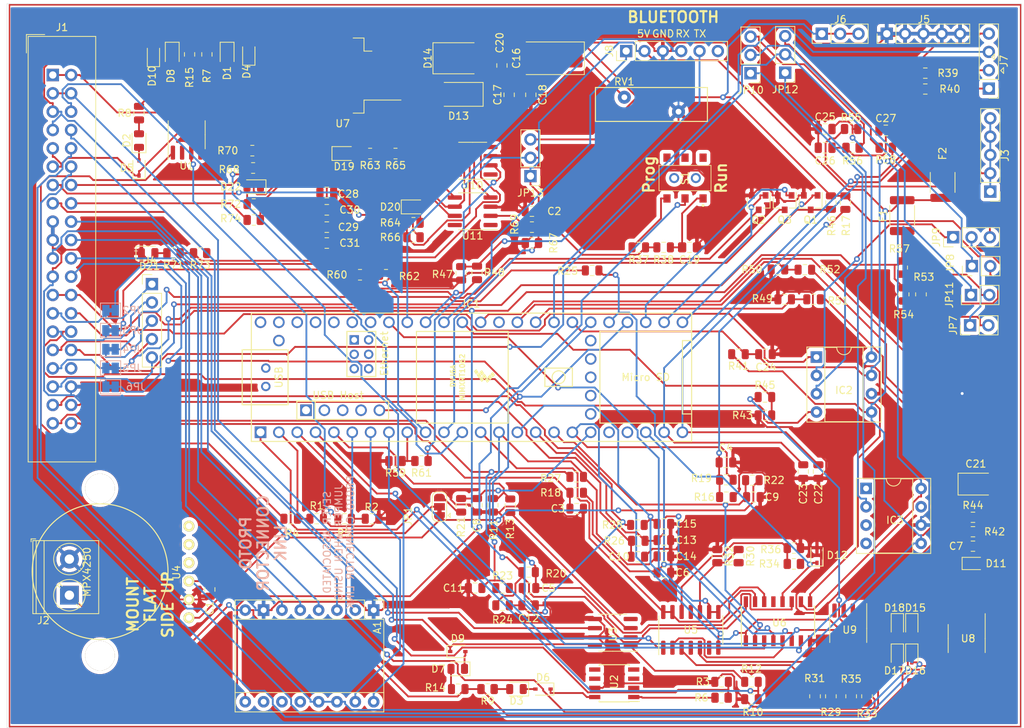
<source format=kicad_pcb>
(kicad_pcb (version 20211014) (generator pcbnew)
  (title_block (title "0.4") (date "2020-03-24") (rev "4c") (company "Speeduino"))
  (layers (0 "F.Cu" signal) (31 "B.Cu" signal) (34 "B.Paste" user) (35 "F.Paste" user) (36 "B.SilkS" user "B.Silkscreen") (37 "F.SilkS" user "F.Silkscreen") (38 "B.Mask" user) (39 "F.Mask" user) (44 "Edge.Cuts" user))
  (net 0 "")
  (net 1 "GND")
  (net 2 "O2_Sensor")
  (net 3 "ADC-Clamp-4")
  (net 4 "ADC-Clamp-5")
  (net 5 "TPS_Sensor")
  (net 6 "IAT_Sensor")
  (net 7 "CLT_Sensor")
  (net 8 "ADC-Clamp-3")
  (net 9 "ADC-Clamp-1")
  (net 10 "ADC-Clamp-2")
  (net 11 "VDD")
  (net 12 "12V-SW")
  (net 13 "Net-(D1-Pad2)")
  (net 14 "Net-(D2-Pad2)")
  (net 17 "INJ-1-OUT")
  (net 18 "INJ-2-OUT")
  (net 19 "Net-(D7-Pad2)")
  (net 20 "Net-(D8-Pad2)")
  (net 21 "INJ-3-OUT")
  (net 22 "INJ-4-OUT")
  (net 23 "VRegIn")
  (net 24 "IDLE-OUT")
  (net 25 "BOOST-OUT")
  (net 26 "MCU-D0")
  (net 27 "MCU-D11")
  (net 28 "MCU-D10")
  (net 29 "Net-(R5-Pad1)")
  (net 30 "Net-(R12-Pad1)")
  (net 31 "IGN-1-OUT")
  (net 32 "IGN-2-OUT")
  (net 33 "MCU-D9")
  (net 34 "MCU-D8")
  (net 37 "MCU-D4")
  (net 38 "MCU-D49")
  (net 39 "MCU-D1")
  (net 40 "MCU-A10")
  (net 41 "MCU-A9")
  (net 42 "ADC-Clamp-6")
  (net 43 "RESET")
  (net 44 "MCU-D21")
  (net 45 "Net-(C4-Pad1)")
  (net 46 "MCU-D16")
  (net 47 "MCU-D5")
  (net 48 "MCU-D6")
  (net 49 "MCU-D7")
  (net 50 "MCU-D24")
  (net 51 "MCU-D38")
  (net 52 "MCU-D40")
  (net 53 "MCU-D45")
  (net 54 "MCU-D47")
  (net 55 "MCU-D50")
  (net 56 "MCU-D52")
  (net 57 "Net-(D10-Pad2)")
  (net 58 "ADC-Clamp-10")
  (net 59 "ADC-Clamp-8")
  (net 60 "ADC-Clamp-9")
  (net 61 "ADC-Clamp-13")
  (net 62 "Net-(C19-Pad1)")
  (net 63 "Net-(D1-Pad1)")
  (net 64 "IGN-3-OUT")
  (net 65 "IGN-4-OUT")
  (net 66 "MCU-D17")
  (net 67 "MCU-D3")
  (net 68 "STEP-A2")
  (net 69 "STEP-A1")
  (net 70 "STEP-B1")
  (net 71 "STEP-B2")
  (net 72 "Vdrive")
  (net 73 "HC-2-OUT")
  (net 74 "HC-1-OUT")
  (net 75 "VR1-")
  (net 76 "VR2-")
  (net 77 "MAP-EXT")
  (net 78 "PROTO-1")
  (net 79 "PROTO-2")
  (net 80 "PROTO-3")
  (net 81 "CRANK-IN")
  (net 82 "PROTO-4")
  (net 83 "CAM-IN")
  (net 84 "PROTO-5")
  (net 85 "Net-(D2-Pad1)")
  (net 86 "FAN-OUT")
  (net 87 "FUELPUMP-OUT")
  (net 88 "Clutch_in")
  (net 89 "Net-(D7-Pad1)")
  (net 90 "VDDA")
  (net 94 "Net-(R6-Pad1)")
  (net 97 "ADC-Clamp-7")
  (net 98 "ADC-Clamp-11")
  (net 99 "ADC-Clamp-12")
  (net 100 "ADC-Clamp-14")
  (net 101 "MCU-D12")
  (net 103 "MCU-A5")
  (net 104 "MCU-A6")
  (net 105 "MCU-A7")
  (net 106 "Net-(F2-Pad2)")
  (net 107 "Net-(IC2-Pad2)")
  (net 108 "Net-(IC2-Pad3)")
  (net 109 "Net-(J7-Pad1)")
  (net 110 "Net-(J7-Pad2)")
  (net 111 "Net-(J8-Pad5)")
  (net 113 "Net-(JP1-Pad2)")
  (net 114 "Net-(JP1-Pad3)")
  (net 115 "Net-(R4-Pad1)")
  (net 116 "Net-(R13-Pad1)")
  (net 117 "Net-(R37-Pad1)")
  (net 118 "Net-(R44-Pad1)")
  (net 119 "Net-(R45-Pad1)")
  (net 120 "Net-(R51-Pad1)")
  (net 121 "Net-(R52-Pad1)")
  (net 138 "INJ-5-OUT")
  (net 139 "Net-(D3-Pad1)")
  (net 140 "Net-(D3-Pad2)")
  (net 141 "Net-(D19-Pad2)")
  (net 142 "Net-(D20-Pad2)")
  (net 143 "Net-(D21-Pad2)")
  (net 144 "Net-(D22-Pad2)")
  (net 145 "VR3-")
  (net 146 "Net-(IC3-Pad2)")
  (net 150 "CAM1-IN")
  (net 151 "Net-(JP7-Pad2)")
  (net 152 "CAM2-IN")
  (net 153 "Net-(JP8-Pad2)")
  (net 154 "Net-(JP9-Pad3)")
  (net 155 "Net-(JP10-Pad3)")
  (net 156 "Net-(JP11-Pad2)")
  (net 157 "Net-(JP12-Pad3)")
  (net 158 "Net-(R29-Pad1)")
  (net 159 "BARO-5V")
  (net 160 "Net-(R30-Pad1)")
  (net 161 "O2-5V")
  (net 162 "Net-(R33-Pad1)")
  (net 163 "MAP-5V")
  (net 164 "Net-(R34-Pad1)")
  (net 165 "TPS-5V")
  (net 166 "Net-(R61-Pad1)")
  (net 167 "Net-(R62-Pad1)")
  (net 168 "Net-(R63-Pad1)")
  (net 169 "Net-(R64-Pad1)")
  (net 170 "Net-(R69-Pad1)")
  (net 171 "Net-(R70-Pad1)")
  (net 172 "Net-(R71-Pad1)")
  (net 173 "Net-(R72-Pad1)")
  (footprint "Capacitor_SMD:C_0805_2012Metric" (layer "F.Cu") (at 156.6 113.4)
    (fp_text reference "C3")
    (fp_text value "0.1uF")
  )
  (footprint "Capacitor_SMD:C_0805_2012Metric" (layer "F.Cu") (at 150 124.4 180)
    (fp_text reference "C5")
    (fp_text value "0.22uF")
  )
  (footprint "Capacitor_SMD:C_0805_2012Metric" (layer "F.Cu") (at 165.07 120.0625)
    (fp_text reference "C10")
    (fp_text value "0.1uF")
  )
  (footprint "Capacitor_SMD:C_0805_2012Metric" (layer "F.Cu") (at 142.5375 124.4 180)
    (fp_text reference "C11")
    (fp_text value "0.1uF")
  )
  (footprint "Capacitor_SMD:C_0805_2012Metric" (layer "F.Cu") (at 149.9375 126.8)
    (fp_text reference "C12")
    (fp_text value "0.1uF")
  )
  (footprint "Capacitor_SMD:C_0805_2012Metric" (layer "F.Cu") (at 168.67 117.7625)
    (fp_text reference "C13")
    (fp_text value "0.22uF")
  )
  (footprint "Capacitor_SMD:C_0805_2012Metric" (layer "F.Cu") (at 168.67 120.0125)
    (fp_text reference "C14")
    (fp_text value "0.22uF")
  )
  (footprint "Capacitor_SMD:C_0805_2012Metric" (layer "F.Cu") (at 168.67 115.5125)
    (fp_text reference "C15")
    (fp_text value "0.22uF")
  )
  (footprint "Capacitor_Tantalum_SMD:CP_EIA-3528-21_Kemet-B" (layer "F.Cu") (at 211.87 110)
    (fp_text reference "C21")
    (fp_text value "47uF")
  )
  (footprint "Capacitor_Tantalum_SMD:CP_EIA-7343-31_Kemet-D" (layer "F.Cu") (at 153.25 51 180)
    (fp_text reference "C16")
    (fp_text value "10uF" hide)
  )
  (footprint "LED_SMD:LED_0805_2012Metric" (layer "F.Cu") (at 108.2 50.4625 -90)
    (fp_text reference "D1")
    (fp_text value "LED")
  )
  (footprint "LED_SMD:LED_0805_2012Metric" (layer "F.Cu") (at 96 62.4 90)
    (fp_text reference "D2")
    (fp_text value "LED")
  )
  (footprint "LED_SMD:LED_0805_2012Metric" (layer "F.Cu") (at 140.1375 135.6 180)
    (fp_text reference "D7")
    (fp_text value "LED")
  )
  (footprint "LED_SMD:LED_0805_2012Metric" (layer "F.Cu") (at 100.6 50.4625 -90)
    (fp_text reference "D8")
    (fp_text value "LED")
  )
  (footprint "Diode_SMD:D_SOD-323" (layer "F.Cu") (at 140.1375 133.2)
    (fp_text reference "D9")
    (fp_text value "D")
  )
  (footprint "Resistor_SMD:R_0805_2012Metric" (layer "F.Cu") (at 120.6 114.8)
    (fp_text reference "R1")
    (fp_text value "100k")
  )
  (footprint "Resistor_SMD:R_0805_2012Metric" (layer "F.Cu") (at 96 58.6 90)
    (fp_text reference "R8")
    (fp_text value "2.4k")
  )
  (footprint "Resistor_SMD:R_0805_2012Metric" (layer "F.Cu") (at 145 112.9375 90)
    (fp_text reference "R11")
    (fp_text value "100k")
  )
  (footprint "Resistor_SMD:R_0805_2012Metric" (layer "F.Cu") (at 140.2 138.4)
    (fp_text reference "R14")
    (fp_text value "2.4k")
  )
  (footprint "Resistor_SMD:R_0805_2012Metric" (layer "F.Cu") (at 140.6 112.9375 -90)
    (fp_text reference "R21")
    (fp_text value "470R")
  )
  (footprint "Resistor_SMD:R_0805_2012Metric" (layer "F.Cu") (at 180.925 109.4625)
    (fp_text reference "R22")
    (fp_text value "470R")
  )
  (footprint "Resistor_SMD:R_0805_2012Metric" (layer "F.Cu") (at 103 50.4625 90)
    (fp_text reference "R15")
    (fp_text value "2.4k")
  )
  (footprint "Resistor_SMD:R_0805_2012Metric" (layer "F.Cu") (at 158.7375 80.4)
    (fp_text reference "R25")
    (fp_text value "1k")
  )
  (footprint "Resistor_SMD:R_0805_2012Metric" (layer "F.Cu") (at 177.325 111.8 180)
    (fp_text reference "R16")
    (fp_text value "1k")
  )
  (footprint "Resistor_SMD:R_0805_2012Metric" (layer "F.Cu") (at 191.8 71 90)
    (fp_text reference "R46")
    (fp_text value "10k")
  )
  (footprint "Resistor_SMD:R_0805_2012Metric" (layer "F.Cu") (at 140.6 80.8 -90)
    (fp_text reference "R47")
    (fp_text value "2k")
  )
  (footprint "Resistor_SMD:R_0805_2012Metric" (layer "F.Cu") (at 142.8 80.7375 90)
    (fp_text reference "R48")
    (fp_text value "1k")
  )
  (footprint "Package_SO:SOIC-8_3.9x4.9mm_P1.27mm" (layer "F.Cu") (at 194.2 130 -90)
    (fp_text reference "U9")
    (fp_text value "VNLD5090")
  )
  (footprint "Diode_SMD:D_SOD-323" (layer "F.Cu") (at 111.2 50.4625 90)
    (fp_text reference "D4")
    (fp_text value "D")
  )
  (footprint "Diode_SMD:D_SOD-323" (layer "F.Cu") (at 96 66.2 90)
    (fp_text reference "D5")
    (fp_text value "D")
  )
  (footprint "Resistor_SMD:R_0805_2012Metric" (layer "F.Cu") (at 146.3375 126.8 180)
    (fp_text reference "R24")
    (fp_text value "2.49k")
  )
  (footprint "Resistor_SMD:R_0805_2012Metric" (layer "F.Cu") (at 146.3375 124.4 180)
    (fp_text reference "R23")
    (fp_text value "2.49k")
  )
  (footprint "Resistor_SMD:R_0805_2012Metric" (layer "F.Cu") (at 182.6625 100.4775)
    (fp_text reference "R43")
    (fp_text value "100k")
  )
  (footprint "Resistor_SMD:R_0805_2012Metric" (layer "F.Cu") (at 156.6 109 180)
    (fp_text reference "R27")
    (fp_text value "470R")
  )
  (footprint "Resistor_SMD:R_0805_2012Metric" (layer "F.Cu") (at 165.0075 115.6625 180)
    (fp_text reference "R28")
    (fp_text value "470R")
  )
  (footprint "Capacitor_SMD:C_0805_2012Metric" (layer "F.Cu") (at 168.67 122.2625)
    (fp_text reference "C6")
    (fp_text value "0.22uF")
  )
  (footprint "Capacitor_SMD:C_0805_2012Metric" (layer "F.Cu") (at 105.8 124.6 90)
    (fp_text reference "C1")
    (fp_text value "0.01uF")
  )
  (footprint "Package_SO:SOIC-16_3.9x9.9mm_P1.27mm" (layer "F.Cu") (at 184.47 129 90)
    (fp_text reference "U6")
    (fp_text value "SP720")
  )
  (footprint "Diode_SMD:D_SOD-323" (layer "F.Cu") (at 203 133.65 -90)
    (fp_text reference "D16")
    (fp_text value "D")
  )
  (footprint "Diode_SMD:D_SOD-323" (layer "F.Cu") (at 203 129.45 -90)
    (fp_text reference "D15")
    (fp_text value "D")
  )
  (footprint "Capacitor_SMD:C_0805_2012Metric" (layer "F.Cu") (at 181.0625 111.8 180)
    (fp_text reference "C9")
    (fp_text value "470pf")
  )
  (footprint "Resistor_SMD:R_0805_2012Metric" (layer "F.Cu") (at 165.1325 117.8625 180)
    (fp_text reference "R26")
    (fp_text value "470R")
  )
  (footprint "Connector_PinHeader_2.54mm:PinHeader_1x06_P2.54mm_Vertical" (layer "F.Cu") (at 163.45 50 90)
    (fp_text reference "J8")
    (fp_text value "Conn_01x06")
  )
  (footprint "Resistor_SMD:R_0805_2012Metric" (layer "F.Cu") (at 204.87 53.0625 180)
    (fp_text reference "R39")
    (fp_text value "470R")
  )
  (footprint "Diode_SMD:D_SOD-323" (layer "F.Cu") (at 201 133.65 -90)
    (fp_text reference "D17")
    (fp_text value "D")
  )
  (footprint "Capacitor_SMD:C_0805_2012Metric" (layer "F.Cu") (at 190.07 108.2625 -90)
    (fp_text reference "C22")
    (fp_text value "0.1uF")
  )
  (footprint "Capacitor_SMD:C_0805_2012Metric" (layer "F.Cu") (at 187.97 108.2625 -90)
    (fp_text reference "C23")
    (fp_text value "0.1uF")
  )
  (footprint "Diode_SMD:D_SOD-323" (layer "F.Cu") (at 98 50.6625 90)
    (fp_text reference "D10")
    (fp_text value "D")
  )
  (footprint "Diode_SMD:D_SOD-323" (layer "F.Cu") (at 189.87 119.8625 90)
    (fp_text reference "D12")
    (fp_text value "D_Zener")
  )
  (footprint "Resistor_SMD:R_0805_2012Metric" (layer "F.Cu") (at 211.47 114.6)
    (fp_text reference "R44")
    (fp_text value "1k")
  )
  (footprint "Resistor_SMD:R_0805_2012Metric" (layer "F.Cu") (at 182.6625 97.9375)
    (fp_text reference "R45")
    (fp_text value "1k")
  )
  (footprint "Resistor_SMD:R_0805_2012Metric" (layer "F.Cu") (at 165.2 77.2)
    (fp_text reference "R37")
    (fp_text value "10k")
  )
  (footprint "Resistor_SMD:R_0805_2012Metric" (layer "F.Cu") (at 168.6375 77.2 180)
    (fp_text reference "R38")
    (fp_text value "120R")
  )
  (footprint "Resistor_SMD:R_0805_2012Metric" (layer "F.Cu") (at 189.4 84.4 180)
    (fp_text reference "R51")
    (fp_text value "1k")
  )
  (footprint "Resistor_SMD:R_0805_2012Metric" (layer "F.Cu") (at 188.1915 80.2945 180)
    (fp_text reference "R52")
    (fp_text value "1k")
  )
  (footprint "Resistor_SMD:R_0805_2012Metric" (layer "F.Cu") (at 185.4 84.4 180)
    (fp_text reference "R49")
    (fp_text value "100k")
  )
  (footprint "Resistor_SMD:R_0805_2012Metric" (layer "F.Cu") (at 184.47 80.2625)
    (fp_text reference "R50")
    (fp_text value "100k")
  )
  (footprint "Resistor_SMD:R_0805_2012Metric" (layer "F.Cu") (at 204.87 55.2625)
    (fp_text reference "R40")
    (fp_text value "470R")
  )
  (footprint "Package_SO:SOIC-8_3.9x4.9mm_P1.27mm" (layer "F.Cu") (at 102.6 61.6 90)
    (fp_text reference "U1")
    (fp_text value "VNLD5090")
  )
  (footprint "Package_SO:SOIC-8_3.9x4.9mm_P1.27mm" (layer "F.Cu") (at 161.6 130.6 180)
    (fp_text reference "U3")
    (fp_text value "VNLD5090")
  )
  (footprint "Package_SO:SOIC-8_3.9x4.9mm_P1.27mm" (layer "F.Cu") (at 210.6 131.4 -90)
    (fp_text reference "U8")
    (fp_text value "VNLD5090")
  )
  (footprint "Diode_SMD:D_SMA" (layer "F.Cu") (at 140.25 56 180)
    (fp_text reference "D13")
    (fp_text value "B130-13-F")
  )
  (footprint "Diode_SMD:D_SMB" (layer "F.Cu") (at 140.25 51)
    (fp_text reference "D14")
    (fp_text value "1SMB5919BT3G")
  )
  (footprint "Misc:AYZ0202AGRLC" (layer "F.Cu") (at 171.6 67.6 180)
    (fp_text reference "S1")
    (fp_text value "AYZ0202AGRLC" hide)
  )
  (footprint "Package_TO_SOT_SMD:TO-263-3_TabPin2" (layer "F.Cu") (at 124.2 53.4 180)
    (fp_text reference "U7")
    (fp_text value "LM2940S-5.0/NOPB")
  )
  (footprint "Capacitor_SMD:C_0805_2012Metric" (layer "F.Cu") (at 150.4 72.2)
    (fp_text reference "C2")
    (fp_text value "1uF")
  )
  (footprint "Capacitor_SMD:C_0805_2012Metric" (layer "F.Cu") (at 177.2625 107)
    (fp_text reference "C4")
    (fp_text value "0.1uF")
  )
  (footprint "Diode_SMD:D_SOD-323" (layer "F.Cu") (at 201 129.45 -90)
    (fp_text reference "D18")
    (fp_text value "D")
  )
  (footprint "Package_DIP:DIP-8_W7.62mm_Socket" (layer "F.Cu") (at 189.8 92.4)
    (fp_text reference "IC2")
    (fp_text value "Trig Cond Socket")
  )
  (footprint "TerminalBlock_Phoenix:TerminalBlock_Phoenix_PT-1,5-2-5.0-H_1x02_P5.00mm_Horizontal" (layer "F.Cu") (at 86.36 120.396 -90)
    (fp_text reference "J2")
    (fp_text value "Conn_01x02")
  )
  (footprint "Package_TO_SOT_SMD:SOT-23" (layer "F.Cu") (at 189 71 -90)
    (fp_text reference "Q1")
    (fp_text value "SSM3K357R")
  )
  (footprint "Package_TO_SOT_SMD:SOT-23" (layer "F.Cu") (at 181.8 71 -90)
    (fp_text reference "Q2")
    (fp_text value "SSM3K357R")
  )
  (footprint "Package_TO_SOT_SMD:SOT-23" (layer "F.Cu") (at 185.4 71 -90)
    (fp_text reference "Q3")
    (fp_text value "SSM3K357R")
  )
  (footprint "Misc:MPX4250" (layer "F.Cu") (at 102.9136 128.525 90)
    (fp_text reference "U4")
    (fp_text value "MPX4250")
  )
  (footprint "Connector_PinHeader_2.54mm:PinHeader_1x05_P2.54mm_Vertical" (layer "F.Cu") (at 213.87 69.475 180)
    (fp_text reference "J3")
    (fp_text value "Conn_01x05")
  )
  (footprint "Resistor_SMD:R_0805_2012Metric" (layer "F.Cu") (at 117 114.8)
    (fp_text reference "R4")
    (fp_text value "1k")
  )
  (footprint "Resistor_SMD:R_0805_2012Metric" (layer "F.Cu") (at 176.6625 137.4 180)
    (fp_text reference "R3")
    (fp_text value "100k")
  )
  (footprint "Varistor:RV_Disc_D15.5mm_W4.7mm_P7.5mm" (layer "F.Cu") (at 163.2 56.4)
    (fp_text reference "RV1")
    (fp_text value "Varistor" hide)
  )
  (footprint "Capacitor_SMD:C_0805_2012Metric" (layer "F.Cu") (at 147.25 56.0625 -90)
    (fp_text reference "C17")
    (fp_text value "0.1uF")
  )
  (footprint "Capacitor_SMD:C_0805_2012Metric" (layer "F.Cu") (at 146.25 52 90)
    (fp_text reference "C20")
    (fp_text value "0.1uF")
  )
  (footprint "Jumper:SolderJumper-3_P1.3mm_Bridged12_RoundedPad1.0x1.5mm" (layer "F.Cu") (at 137.6 113.1375 90)
    (fp_text reference "JP1")
    (fp_text value "Jumper_3_Bridged12")
  )
  (footprint "Resistor_SMD:R_0805_2012Metric" (layer "F.Cu") (at 211.47 116.6)
    (fp_text reference "R42")
    (fp_text value "100k")
  )
  (footprint "Resistor_SMD:R_0805_2012Metric" (layer "F.Cu") (at 180.8 139.8 180)
    (fp_text reference "R10")
    (fp_text value "100k")
  )
  (footprint "Resistor_SMD:R_0805_2012Metric" (layer "F.Cu") (at 156.6 111.2 180)
    (fp_text reference "R18")
    (fp_text value "470R")
  )
  (footprint "Connector_IDC:IDC-Header_2x20_P2.54mm_Vertical" (layer "F.Cu") (at 84.06 53.32)
    (fp_text reference "J1")
    (fp_text value "Conn_02x20_Odd_Even")
  )
  (footprint "Package_SO:SOIC-8_3.9x4.9mm_P1.27mm" (layer "F.Cu") (at 161.8 137.6 180)
    (fp_text reference "U2")
    (fp_text value "VNLD5090")
  )
  (footprint "Resistor_SMD:R_0805_2012Metric" (layer "F.Cu") (at 105.4 50.4625 90)
    (fp_text reference "R7")
    (fp_text value "2.4k")
  )
  (footprint "Resistor_SMD:R_0805_2012Metric" (layer "F.Cu") (at 128.2625 114.8 180)
    (fp_text reference "R2")
    (fp_text value "100k")
  )
  (footprint "Resistor_SMD:R_0805_2012Metric" (layer "F.Cu") (at 149.9375 122.2)
    (fp_text reference "R20")
    (fp_text value "2.4k")
  )
  (footprint "Resistor_SMD:R_0805_2012Metric" (layer "F.Cu") (at 180.8 137.4)
    (fp_text reference "R12")
    (fp_text value "1k")
  )
  (footprint "Resistor_SMD:R_0805_2012Metric" (layer "F.Cu") (at 147.4 113 90)
    (fp_text reference "R13")
    (fp_text value "1k")
  )
  (footprint "Resistor_SMD:R_0805_2012Metric" (layer "F.Cu") (at 124.4625 114.8)
    (fp_text reference "R5")
    (fp_text value "1k")
  )
  (footprint "Module:Pololu_Breakout-16_15.2x20.3mm" (layer "F.Cu") (at 128.49 127.46 -90)
    (fp_text reference "A1")
    (fp_text value "Pololu_Breakout_DRV8825")
  )
  (footprint "Resistor_SMD:R_0805_2012Metric" (layer "F.Cu") (at 193.8 71 90)
    (fp_text reference "R17")
    (fp_text value "3.9k")
  )
  (footprint "Resistor_SMD:R_0805_2012Metric" (layer "F.Cu") (at 177.325 109.4 180)
    (fp_text reference "R19")
    (fp_text value "470R")
  )
  (footprint "Capacitor_SMD:C_0805_2012Metric_Pad1.15x1.40mm_HandSolder" (layer "F.Cu") (at 172.225 77.2)
    (fp_text reference "C19")
    (fp_text value "22uF")
  )
  (footprint "Connector_PinHeader_2.54mm:PinHeader_1x05_P2.54mm_Vertical" (layer "F.Cu") (at 97.79 82.296)
    (fp_text reference "J4")
    (fp_text value "Conn_01x05")
  )
  (footprint "Connector_PinHeader_2.54mm:PinHeader_1x03_P2.54mm_Vertical" (layer "F.Cu") (at 190.545 47.6 90)
    (fp_text reference "J6")
    (fp_text value "Conn_01x03")
  )
  (footprint "Connector_PinHeader_2.54mm:PinHeader_1x04_P2.54mm_Vertical" (layer "F.Cu") (at 213.67 55.2 180)
    (fp_text reference "J7")
    (fp_text value "Conn_01x04")
  )
  (footprint "Connector_PinHeader_2.54mm:PinHeader_1x05_P2.54mm_Vertical" (layer "F.Cu") (at 199.53 47.6 90)
    (fp_text reference "J5")
    (fp_text value "Conn_01x05")
  )
  (footprint "Capacitor_SMD:C_0805_2012Metric" (layer "F.Cu") (at 211.47 118.6)
    (fp_text reference "C7")
    (fp_text value "0.22uF")
  )
  (footprint "Fuse:Fuse_1812_4532Metric" (layer "F.Cu") (at 201.67 72.8 90)
    (fp_text reference "F1")
    (fp_text value "Polyfuse")
  )
  (footprint "Fuse:Fuse_1812_4532Metric" (layer "F.Cu") (at 207.27 68.2 90)
    (fp_text reference "F2")
    (fp_text value "Polyfuse")
  )
  (footprint "Diode_SMD:D_SOD-323" (layer "F.Cu") (at 211.47 121)
    (fp_text reference "D11")
    (fp_text value "D_Zener")
  )
  (footprint "Capacitor_SMD:C_0805_2012Metric" (layer "F.Cu") (at 182.7375 92 180)
    (fp_text reference "C24")
    (fp_text value "0.1uF")
  )
  (footprint "Resistor_SMD:R_0805_2012Metric" (layer "F.Cu") (at 179 92 180)
    (fp_text reference "R41")
    (fp_text value "1k")
  )
  (footprint "Capacitor_SMD:C_0805_2012Metric" (layer "F.Cu") (at 142.8 112.9375 -90)
    (fp_text reference "C8")
    (fp_text value "470pf")
  )
  (footprint "Teensy:Teensy41" (layer "F.Cu") (at 142.035 95.2)
    (fp_text reference "IC1")
    (fp_text value "TEENSY_4.1")
  )
  (footprint "Capacitor_SMD:C_0805_2012Metric" (layer "F.Cu") (at 150.25 56.0625 -90)
    (fp_text reference "C18")
    (fp_text value "0.1uF")
  )
  (footprint "Capacitor_SMD:C_0805_2012Metric" (layer "F.Cu") (at 191 63.4)
    (fp_text reference "C26")
    (fp_text value "0.1uF")
  )
  (footprint "Resistor_SMD:R_0805_2012Metric" (layer "F.Cu") (at 111.8875 73.4)
    (fp_text reference "R74")
    (fp_text value "10R")
  )
  (footprint "LED_SMD:LED_0805_2012Metric" (layer "F.Cu") (at 124.4 64.2)
    (fp_text reference "D19")
    (fp_text value "LED")
  )
  (footprint "Resistor_SMD:R_0805_2012Metric" (layer "F.Cu") (at 150.4 76.6 180)
    (fp_text reference "R67")
    (fp_text value "100k")
  )
  (footprint "Resistor_SMD:R_0805_2012Metric" (layer "F.Cu") (at 134 75.8 180)
    (fp_text reference "R66")
    (fp_text value "10R")
  )
  (footprint "Resistor_SMD:R_0805_2012Metric" (layer "F.Cu") (at 111.8 66.2 180)
    (fp_text reference "R68")
    (fp_text value "100k")
  )
  (footprint "Resistor_SMD:R_0805_2012Metric" (layer "F.Cu") (at 189.6 139.4 90)
    (fp_text reference "R31")
    (fp_text value "330k")
  )
  (footprint "Diode_SMD:D_SOD-323" (layer "F.Cu") (at 151.9375 138.4 180)
    (fp_text reference "D6")
    (fp_text value "D")
  )
  (footprint "Package_SO:SOIC-8_3.9x4.9mm_P1.27mm" (layer "F.Cu") (at 142.2 65.2 180)
    (fp_text reference "U10")
    (fp_text value "TC4424A")
  )
  (footprint "Connector_PinHeader_2.54mm:PinHeader_1x03_P2.54mm_Vertical" (layer "F.Cu") (at 185.47 53 180)
    (fp_text reference "JP12")
    (fp_text value "VR-HALL")
  )
  (footprint "Connector_PinHeader_2.54mm:PinHeader_1x03_P2.54mm_Vertical" (layer "F.Cu") (at 150.2 67.325 180)
    (fp_text reference "JP13")
    (fp_text value "Ignition Voltage")
  )
  (footprint "Resistor_SMD:R_0805_2012Metric" (layer "F.Cu") (at 130.2 81)
    (fp_text reference "R62")
    (fp_text value "1k")
  )
  (footprint "Package_DIP:DIP-8_W7.62mm_Socket" (layer "F.Cu") (at 196.67 110.6)
    (fp_text reference "IC3")
    (fp_text value "Trig Cond Socket")
  )
  (footprint "Resistor_SMD:R_0805_2012Metric" (layer "F.Cu") (at 194.6 60.8 180)
    (fp_text reference "R55")
    (fp_text value "220R")
  )
  (footprint "Resistor_SMD:R_0805_2012Metric" (layer "F.Cu") (at 128 64.2 180)
    (fp_text reference "R63")
    (fp_text value "2.4k")
  )
  (footprint "Capacitor_SMD:C_0805_2012Metric" (layer "F.Cu") (at 122 69.6 180)
    (fp_text reference "C28")
    (fp_text value "0.1uF")
  )
  (footprint "LED_SMD:LED_0805_2012Metric" (layer "F.Cu") (at 134 71.6)
    (fp_text reference "D20")
    (fp_text value "LED")
  )
  (footprint "Capacitor_SMD:C_0805_2012Metric" (layer "F.Cu") (at 122 74.4 180)
    (fp_text reference "C29")
    (fp_text value "1uF")
  )
  (footprint "Resistor_SMD:R_0805_2012Metric" (layer "F.Cu") (at 131.5125 106.8 180)
    (fp_text reference "R59")
    (fp_text value "100k")
  )
  (footprint "LED_SMD:LED_0805_2012Metric" (layer "F.Cu") (at 97.2625 78)
    (fp_text reference "D21")
    (fp_text value "LED")
  )
  (footprint "Resistor_SMD:R_0805_2012Metric" (layer "F.Cu") (at 194.8 63.4)
    (fp_text reference "R56")
    (fp_text value "220R")
  )
  (footprint "Resistor_SMD:R_0805_2012Metric" (layer "F.Cu") (at 196.8 139.4 90)
    (fp_text reference "R33")
    (fp_text value "180k")
  )
  (footprint "Resistor_SMD:R_0805_2012Metric" (layer "F.Cu") (at 100.775 78 180)
    (fp_text reference "R71")
    (fp_text value "2.4k")
  )
  (footprint "Connector_PinHeader_2.54mm:PinHeader_1x02_P2.54mm_Vertical" (layer "F.Cu") (at 211.07 88 90)
    (fp_text reference "JP7")
    (fp_text value "PULL-UP")
  )
  (footprint "Resistor_SMD:R_0805_2012Metric" (layer "F.Cu") (at 186.67 118.8625 180)
    (fp_text reference "R36")
    (fp_text value "330k")
  )
  (footprint "Connector_PinHeader_2.54mm:PinHeader_1x03_P2.54mm_Vertical" (layer "F.Cu") (at 208.73 75.8 90)
    (fp_text reference "JP9")
    (fp_text value "VR-HALL")
  )
  (footprint "Resistor_SMD:R_0805_2012Metric" (layer "F.Cu") (at 186.67 121.0625)
    (fp_text reference "R34")
    (fp_text value "180k")
  )
  (footprint "Resistor_SMD:R_0805_2012Metric" (layer "F.Cu") (at 104.4625 78 180)
    (fp_text reference "R73")
    (fp_text value "10R")
  )
  (footprint "Connector_PinHeader_2.54mm:PinHeader_1x02_P2.54mm_Vertical" (layer "F.Cu") (at 211.195 83.8 90)
    (fp_text reference "JP11")
    (fp_text value "PULL-UP")
  )
  (footprint "Resistor_SMD:R_0805_2012Metric" (layer "F.Cu") (at 201.67 80 90)
    (fp_text reference "R57")
    (fp_text value "1k")
  )
  (footprint "Package_SO:SOIC-8_3.9x4.9mm_P1.27mm" (layer "F.Cu") (at 142.2 72.2 180)
    (fp_text reference "U11")
    (fp_text value "TC4424A")
  )
  (footprint "Package_SO:SOIC-14_3.9x8.7mm_P1.27mm" (layer "F.Cu") (at 172.4 130.2 90)
    (fp_text reference "U5")
    (fp_text value "LMV324LIDT")
  )
  (footprint "Resistor_SMD:R_0805_2012Metric" (layer "F.Cu") (at 111.6875 63.8 180)
    (fp_text reference "R70")
    (fp_text value "1k")
  )
  (footprint "Resistor_SMD:R_0805_2012Metric" (layer "F.Cu") (at 111.8875 71.2 180)
    (fp_text reference "R72")
    (fp_text value "2.4k")
  )
  (footprint "Resistor_SMD:R_0805_2012Metric" (layer "F.Cu") (at 134 73.8)
    (fp_text reference "R64")
    (fp_text value "2.4k")
  )
  (footprint "Capacitor_SMD:C_0805_2012Metric" (layer "F.Cu") (at 122 72 180)
    (fp_text reference "C30")
    (fp_text value "0.1uF")
  )
  (footprint "Capacitor_SMD:C_0805_2012Metric" (layer "F.Cu") (at 191 60.8)
    (fp_text reference "C25")
    (fp_text value "0.01uF")
  )
  (footprint "LED_SMD:LED_0805_2012Metric" (layer "F.Cu") (at 111.8875 68.8 180)
    (fp_text reference "D22")
    (fp_text value "LED")
  )
  (footprint "Resistor_SMD:R_0805_2012Metric" (layer "F.Cu") (at 191.8 139.4 -90)
    (fp_text reference "R29")
    (fp_text value "180k")
  )
  (footprint "Resistor_SMD:R_0805_2012Metric" (layer "F.Cu") (at 144.2625 138.4 180)
    (fp_text reference "R9")
    (fp_text value "2.4k")
  )
  (footprint "Resistor_SMD:R_0805_2012Metric" (layer "F.Cu") (at 179.02 119.975 -90)
    (fp_text reference "R30")
    (fp_text value "180k")
  )
  (footprint "Resistor_SMD:R_0805_2012Metric" (layer "F.Cu") (at 201.87 83.7125 90)
    (fp_text reference "R54")
    (fp_text value "1k")
  )
  (footprint "Resistor_SMD:R_0805_2012Metric" (layer "F.Cu") (at 204.27 83.7125 90)
    (fp_text reference "R53")
    (fp_text value "1k")
  )
  (footprint "Capacitor_SMD:C_0805_2012Metric" (layer "F.Cu") (at 199.4 61)
    (fp_text reference "C27")
    (fp_text value "0.01uF")
  )
  (footprint "LED_SMD:LED_0805_2012Metric" (layer "F.Cu") (at 148.2625 138.4 180)
    (fp_text reference "D3")
    (fp_text value "LED")
  )
  (footprint "Connector_PinHeader_2.54mm:PinHeader_1x02_P2.54mm_Vertical" (layer "F.Cu") (at 211.33 79.8 90)
    (fp_text reference "JP8")
    (fp_text value "PULL-UP")
  )
  (footprint "Resistor_SMD:R_0805_2012Metric" (layer "F.Cu") (at 131.5125 64.2 180)
    (fp_text reference "R65")
    (fp_text value "10R")
  )
  (footprint "Capacitor_SMD:C_0805_2012Metric" (layer "F.Cu") (at 122 76.6 180)
    (fp_text reference "C31")
    (fp_text value "1uF")
  )
  (footprint "Resistor_SMD:R_0805_2012Metric" (layer "F.Cu") (at 199.4 63.4 180)
    (fp_text reference "R58")
    (fp_text value "220R")
  )
  (footprint "Resistor_SMD:R_0805_2012Metric" (layer "F.Cu") (at 126.6 81)
    (fp_text reference "R60")
    (fp_text value "100k")
  )
  (footprint "Connector_PinHeader_2.54mm:PinHeader_1x03_P2.54mm_Vertical" (layer "F.Cu") (at 180.67 53.08 180)
    (fp_text reference "JP10")
    (fp_text value "VR-HALL")
  )
  (footprint "Resistor_SMD:R_0805_2012Metric" (layer "F.Cu") (at 176.07 119.975 -90)
    (fp_text reference "R32")
    (fp_text value "330k")
  )
  (footprint "Resistor_SMD:R_0805_2012Metric" (layer "F.Cu") (at 194.6 139.4 -90)
    (fp_text reference "R35")
    (fp_text value "330k")
  )
  (footprint "Resistor_SMD:R_0805_2012Metric" (layer "F.Cu") (at 150.4 74.4)
    (fp_text reference "R69")
    (fp_text value "1k")
  )
  (footprint "Resistor_SMD:R_0805_2012Metric" (layer "F.Cu") (at 135.1125 106.8 180)
    (fp_text reference "R61")
    (fp_text value "1k")
  )
  (footprint "Resistor_SMD:R_0805_2012Metric" (layer "F.Cu") (at 176.6625 139.6)
    (fp_text reference "R6")
    (fp_text value "1k")
  )
  (footprint "Jumper:SolderJumper-2_P1.3mm_Bridged_Pad1.0x1.5mm" (layer "B.Cu") (at 92.06 91.32 180)
    (fp_text reference "JP4")
    (fp_text value "SolderJumper_2_Bridged")
  )
  (footprint "Jumper:SolderJumper-2_P1.3mm_Bridged_Pad1.0x1.5mm" (layer "B.Cu") (at 92.06 85.92 180)
    (fp_text reference "JP2")
    (fp_text value "SolderJumper_2_Bridged")
  )
  (footprint "Jumper:SolderJumper-2_P1.3mm_Bridged_Pad1.0x1.5mm" (layer "B.Cu") (at 92.06 88.72 180)
    (fp_text reference "JP3")
    (fp_text value "SolderJumper_2_Bridged")
  )
  (footprint "Jumper:SolderJumper-2_P1.3mm_Bridged_Pad1.0x1.5mm" (layer "B.Cu") (at 92.06 93.92 180)
    (fp_text reference "JP5")
    (fp_text value "SolderJumper_2_Bridged")
  )
  (footprint "Jumper:SolderJumper-2_P1.3mm_Bridged_Pad1.0x1.5mm" (layer "B.Cu") (at 92.06 96.52 180)
    (fp_text reference "JP6")
    (fp_text value "SolderJumper_2_Bridged")
  )
  (gr_line (start 78.07 143.6) (end 78.07 43.6) (layer "F.Cu") (width 0.2))
  (gr_line (start 218.07 143.6) (end 78.07 143.6) (layer "F.Cu") (width 0.2))
  (gr_line (start 78.07 43.6) (end 218.07 43.6) (layer "F.Cu") (width 0.2))
  (gr_line (start 218.07 43.6) (end 218.07 143.6) (layer "F.Cu") (width 0.2))
  (gr_line (start 214.07 50.8) (end 214.47 51.2) (layer "F.SilkS") (width 0.12))
  (gr_line (start 215.715 53.1) (end 215.715 52.3) (layer "F.SilkS") (width 0.12))
  (gr_line (start 214.47 50.4) (end 214.07 50.8) (layer "F.SilkS") (width 0.12))
  (gr_line (start 214.47 51.2) (end 214.47 50.4) (layer "F.SilkS") (width 0.12))
  (gr_line (start 215.315 52.7) (end 215.715 53.1) (layer "F.SilkS") (width 0.12))
  (gr_line (start 215.715 52.3) (end 215.315 52.7) (layer "F.SilkS") (width 0.12))
  (gr_line (start 218.186 143.764) (end 77.978 143.764) (layer "Edge.Cuts") (width 0.05))
  (gr_line (start 77.978 43.434) (end 218.186 43.434) (layer "Edge.Cuts") (width 0.05))
  (gr_line (start 77.978 43.434) (end 77.724 43.434) (layer "Edge.Cuts") (width 0.05))
  (gr_line (start 77.978 143.764) (end 77.724 143.764) (layer "Edge.Cuts") (width 0.05))
  (gr_line (start 77.724 43.434) (end 77.724 134.366) (layer "Edge.Cuts") (width 0.05))
  (gr_line (start 218.186 43.434) (end 218.186 143.764) (layer "Edge.Cuts") (width 0.05))
  (gr_line (start 77.724 143.764) (end 77.724 134.366) (layer "Edge.Cuts") (width 0.05))
  (gr_text "PROTO\nCONNECTOR\nLINK" (at 113.188786 118.17 90) (layer "B.SilkS") (effects (font (size 1.5 1.5) (thickness 0.2875)) (justify mirror)))
  (gr_text "SEVER ASSOCIATED\nJUMPER WHEN USING\nPROTO CONNECTOR LINK" (at 123.662 118.07 90) (layer "B.SilkS") (effects (font (size 1 1)) (justify mirror)))
  (gr_text "MOUNT\nFLAT\nSIDE UP" (at 97.563528 126.6875 90) (layer "F.SilkS") (effects (font (size 1.5 1.5) (thickness 0.3))))
  (gr_text "BLUETOOTH" (at 169.97 45.3) (layer "F.SilkS") (effects (font (size 1.5 1.5) (thickness 0.3))))
  (gr_text "RX" (at 171.27 47.6) (layer "F.SilkS") (effects (font (size 1 1))))
  (gr_text "TX" (at 173.67 47.6) (layer "F.SilkS") (effects (font (size 1 1))))
  (gr_text "GND" (at 168.57 47.6) (layer "F.SilkS") (effects (font (size 1 1))))
  (gr_text "5V" (at 165.87 47.6) (layer "F.SilkS") (effects (font (size 1 1))))
  (gr_text "Run" (at 176.6 67.6 90) (layer "F.SilkS") (effects (font (size 1.5 1.5) (thickness 0.3))))
  (gr_text "Prog" (at 166.6 67.1 90) (layer "F.SilkS") (effects (font (size 1.5 1.5) (thickness 0.3))))
  (segment (start 189.3027 86.3723) (end 196.6004 93.67) (width 0.25) (layer "F.Cu") (net 1))
  (segment (start 197.4358 139.4) (end 197.853 139.8172) (width 0.25) (layer "F.Cu") (net 1))
  (segment (start 190.4432 141.1557) (end 189.6 140.3125) (width 0.25) (layer "F.Cu") (net 1))
  (segment (start 146.4741 57.7448) (end 146.4741 64.565) (width 0.25) (layer "F.Cu") (net 1))
  (segment (start 197.42 97.48) (end 198.5453 97.48) (width 0.25) (layer "F.Cu") (net 1))
  (segment (start 147.25 57) (end 150.25 57) (width 0.25) (layer "F.Cu") (net 1))
  (segment (start 180.2403 46.7259) (end 187.4521 46.7259) (width 0.25) (layer "F.Cu") (net 1))
  (segment (start 128.49 127.46) (end 127.3647 127.46) (width 0.25) (layer "F.Cu") (net 1))
  (segment (start 188.915 131.7) (end 188.915 132.7753) (width 0.25) (layer "F.Cu") (net 1))
  (segment (start 182 111.8) (end 182 113.1325) (width 0.25) (layer "F.Cu") (net 1))
  (segment (start 200.6009 47.8938) (end 200.8947 47.6) (width 0.25) (layer "F.Cu") (net 1))
  (segment (start 85.2489 79.2537) (end 85.2489 78.1862) (width 0.25) (layer "F.Cu") (net 1))
  (segment (start 194.835 132.9139) (end 193.9342 133.8147) (width 0.25) (layer "F.Cu") (net 1))
  (segment (start 159.125 131.235) (end 159.5051 131.235) (width 0.25) (layer "F.Cu") (net 1))
  (segment (start 112.7125 64.8611) (end 112.0961 64.8611) (width 0.25) (layer "F.Cu") (net 1))
  (segment (start 181.725 100.8755) (end 182.9455 102.096) (width 0.25) (layer "F.Cu") (net 1))
  (segment (start 122.95 79.0504) (end 122.95 76.6) (width 0.25) (layer "F.Cu") (net 1))
  (segment (start 158.8151 128.3851) (end 159.125 128.695) (width 0.25) (layer "F.Cu") (net 1))
  (segment (start 113.25 127.46) (end 114.3753 127.46) (width 0.25) (layer "F.Cu") (net 1))
  (segment (start 189.0662 140.8463) (end 180.9088 140.8463) (width 0.25) (layer "F.Cu") (net 1))
  (segment (start 141.7447 112.8197) (end 139.8405 112.8197) (width 0.25) (layer "F.Cu") (net 1))
  (segment (start 146.5628 64.565) (end 146.4741 64.565) (width 0.25) (layer "F.Cu") (net 1))
  (segment (start 201.4222 131.1254) (end 195.803 131.1254) (width 0.25) (layer "F.Cu") (net 1))
  (segment (start 185.5016 83.3609) (end 184.4625 84.4) (width 0.25) (layer "F.Cu") (net 1))
  (segment (start 128.4322 57.7448) (end 146.4741 57.7448) (width 0.25) (layer "F.Cu") (net 1))
  (segment (start 169.6075 119.0625) (end 176.07 119.0625) (width 0.25) (layer "F.Cu") (net 1))
  (segment (start 187.4521 46.7259) (end 189.7 48.9738) (width 0.25) (layer "F.Cu") (net 1))
  (segment (start 212.4075 116.6) (end 213.4075 115.6) (width 0.25) (layer "F.Cu") (net 1))
  (segment (start 159.1 138.235) (end 160.2003 138.235) (width 0.25) (layer "F.Cu") (net 1))
  (segment (start 183.312 69.2246) (end 181.6254 69.2246) (width 0.25) (layer "F.Cu") (net 1))
  (segment (start 186.4079 102.096) (end 191.1441 106.8322) (width 0.25) (layer "F.Cu") (net 1))
  (segment (start 183.5325 81.3918) (end 185.5016 83.3609) (width 0.25) (layer "F.Cu") (net 1))
  (segment (start 102.9136 125.985) (end 91.949 125.985) (width 0.25) (layer "F.Cu") (net 1))
  (segment (start 170.5132 48.8247) (end 169.7053 49.6326) (width 0.25) (layer "F.Cu") (net 1))
  (segment (start 181.9513 113.1812) (end 187.5825 118.8125) (width 0.25) (layer "F.Cu") (net 1))
  (segment (start 212.52 120.8374) (end 212.52 120.4497) (width 0.25) (layer "F.Cu") (net 1))
  (segment (start 129.6153 127.46) (end 129.9804 127.0949) (width 0.25) (layer "F.Cu") (net 1))
  (segment (start 211.235 132.5708) (end 209.1415 132.5708) (width 0.25) (layer "F.Cu") (net 1))
  (segment (start 182.7432 108.8367) (end 182.7432 109.2) (width 0.25) (layer "F.Cu") (net 1))
  (segment (start 142.4 51) (end 143.9753 51) (width 0.25) (layer "F.Cu") (net 1))
  (segment (start 195.803 131.1254) (end 194.835 132.0934) (width 0.25) (layer "F.Cu") (net 1))
  (segment (start 105.3525 125.985) (end 105.8 125.5375) (width 0.25) (layer "F.Cu") (net 1))
  (segment (start 212.4075 118.6) (end 212.4075 116.6) (width 0.25) (layer "F.Cu") (net 1))
  (segment (start 181.9513 113.1812) (end 176.07 119.0625) (width 0.25) (layer "F.Cu") (net 1))
  (segment (start 209.1415 132.5708) (end 208.695 133.0173) (width 0.25) (layer "F.Cu") (net 1))
  (segment (start 95.8553 77.5303) (end 85.9048 77.5303) (width 0.25) (layer "F.Cu") (net 1))
  (segment (start 149.0625 124.9875) (end 149.0625 124.4) (width 0.25) (layer "F.Cu") (net 1))
  (segment (start 150.075 51.0625) (end 146.25 51.0625) (width 0.25) (layer "F.Cu") (net 1))
  (segment (start 187.97 109.2) (end 182.7432 109.2) (width 0.25) (layer "F.Cu") (net 1))
  (segment (start 84.06 81.26) (end 84.06 80.0711) (width 0.25) (layer "F.Cu") (net 1))
  (segment (start 112.0961 64.8611) (end 111.7264 64.4914) (width 0.25) (layer "F.Cu") (net 1))
  (segment (start 142.8 113.875) (end 145 113.875) (width 0.25) (layer "F.Cu") (net 1))
  (segment (start 141.6 124.4) (end 141.6 124.5843) (width 0.25) (layer "F.Cu") (net 1))
  (segment (start 112.7125 64.8611) (end 112.7125 66.2) (width 0.25) (layer "F.Cu") (net 1))
  (segment (start 208.695 133.0173) (end 203.4524 127.7747) (width 0.25) (layer "F.Cu") (net 1))
  (segment (start 202.2822 115.68) (end 204.29 115.68) (width 0.25) (layer "F.Cu") (net 1))
  (segment (start 203.4524 127.7747) (end 200.6401 127.7747) (width 0.25) (layer "F.Cu") (net 1))
  (segment (start 189.3027 83.7062) (end 188.9574 83.3609) (width 0.25) (layer "F.Cu") (net 1))
  (segment (start 209.69 47.6) (end 207.15 47.6) (width 0.25) (layer "F.Cu") (net 1))
  (segment (start 146.481 115.2837) (end 146.481 114.5983) (width 0.25) (layer "F.Cu") (net 1))
  (segment (start 132.9566 110.9814) (end 129.2 114.738) (width 0.25) (layer "F.Cu") (net 1))
  (segment (start 186.8957 70.7754) (end 185.2254 70.7754) (width 0.25) (layer "F.Cu") (net 1))
  (segment (start 213.6184 122.6487) (end 212.52 121.5503) (width 0.25) (layer "F.Cu") (net 1))
  (segment (start 166.0616 48.3396) (end 152.7979 48.3396) (width 0.25) (layer "F.Cu") (net 1))
  (segment (start 141.6 124.4) (end 141.6 120.1647) (width 0.25) (layer "F.Cu") (net 1))
  (segment (start 167.3547 49.6327) (end 166.0616 48.3396) (width 0.25) (layer "F.Cu") (net 1))
  (segment (start 194.835 132.0934) (end 194.835 132.475) (width 0.25) (layer "F.Cu") (net 1))
  (segment (start 181.725 100.4775) (end 181.725 100.8755) (width 0.25) (layer "F.Cu") (net 1))
  (segment (start 148.1799 70.9174) (end 149.4625 72.2) (width 0.25) (layer "F.Cu") (net 1))
  (segment (start 144.1887 80.7375) (end 148.3262 76.6) (width 0.25) (layer "F.Cu") (net 1))
  (segment (start 189.7 48.9738) (end 198.45 48.9738) (width 0.25) (layer "F.Cu") (net 1))
  (segment (start 213.6184 130.1874) (end 213.6184 122.6487) (width 0.25) (layer "F.Cu") (net 1))
  (segment (start 125.6875 81) (end 123.7379 79.0504) (width 0.25) (layer "F.Cu") (net 1))
  (segment (start 127.3497 53.4) (end 127.3497 56.6623) (width 0.25) (layer "F.Cu") (net 1))
  (segment (start 189.3027 86.3723) (end 189.3027 83.7062) (width 0.25) (layer "F.Cu") (net 1))
  (segment (start 129.0527 127.46) (end 128.49 127.46) (width 0.25) (layer "F.Cu") (net 1))
  (segment (start 168.53 50) (end 169.7053 50) (width 0.25) (layer "F.Cu") (net 1))
  (segment (start 141.6 120.1647) (end 146.481 115.2837) (width 0.25) (layer "F.Cu") (net 1))
  (segment (start 170.7 66.565) (end 173.5046 66.565) (width 0.25) (layer "F.Cu") (net 1))
  (segment (start 159.5221 128.695) (end 159.125 128.695) (width 0.25) (layer "F.Cu") (net 1))
  (segment (start 169.6075 119.0625) (end 169.6075 118.975) (width 0.25) (layer "F.Cu") (net 1))
  (segment (start 127.3497 53.4) (end 120.825 53.4) (width 0.25) (layer "F.Cu") (net 1))
  (segment (start 127.3647 127.46) (end 127.3647 127.1787) (width 0.25) (layer "F.Cu") (net 1))
  (segment (start 200.6401 127.7747) (end 200.4496 127.9652) (width 0.25) (layer "F.Cu") (net 1))
  (segment (start 182 113.1325) (end 181.9513 113.1812) (width 0.25) (layer "F.Cu") (net 1))
  (segment (start 212.52 121) (end 212.52 121.5503) (width 0.25) (layer "F.Cu") (net 1))
  (segment (start 129.975 53.4) (end 127.3497 53.4) (width 0.25) (layer "F.Cu") (net 1))
  (segment (start 96.325 78) (end 97.8257 79.5007) (width 0.25) (layer "F.Cu") (net 1))
  (segment (start 190.07 109.2) (end 187.97 109.2) (width 0.25) (layer "F.Cu") (net 1))
  (segment (start 194.6 138.4875) (end 195.5125 139.4) (width 0.25) (layer "F.Cu") (net 1))
  (segment (start 200.4496 128.9645) (end 201.5504 130.0653) (width 0.25) (layer "F.Cu") (net 1))
  (segment (start 181.0818 49.27) (end 179.6363 49.27) (width 0.25) (layer "F.Cu") (net 1))
  (segment (start 213.4075 115.6) (end 213.4075 110) (width 0.25) (layer "F.Cu") (net 1))
  (segment (start 139.1353 111.9038) (end 138.2129 110.9814) (width 0.25) (layer "F.Cu") (net 1))
  (segment (start 166.0075 120.0625) (end 167.095 118.975) (width 0.25) (layer "F.Cu") (net 1))
  (segment (start 146.5052 57.7448) (end 147.25 57) (width 0.25) (layer "F.Cu") (net 1))
  (segment (start 198.45 61) (end 198.45 48.9738) (width 0.25) (layer "F.Cu") (net 1))
  (segment (start 212.52 120.8374) (end 212.52 121) (width 0.25) (layer "F.Cu") (net 1))
  (segment (start 179.8625 139.8) (end 178.4139 138.3514) (width 0.25) (layer "F.Cu") (net 1))
  (segment (start 146.481 114.5983) (end 145.8481 113.9654) (width 0.25) (layer "F.Cu") (net 1))
  (segment (start 182.9354 53.6854) (end 182.9354 51.1236) (width 0.25) (layer "F.Cu") (net 1))
  (segment (start 190.4203 121.9107) (end 187.0196 125.3114) (width 0.25) (layer "F.Cu") (net 1))
  (segment (start 182.9455 102.096) (end 186.4079 102.096) (width 0.25) (layer "F.Cu") (net 1))
  (segment (start 129.2 114.8) (end 128.1571 115.8429) (width 0.25) (layer "F.Cu") (net 1))
  (segment (start 187.6874 70) (end 188.05 70) (width 0.25) (layer "F.Cu") (net 1))
  (segment (start 179.0938 110.9687) (end 178.2625 111.8) (width 0.25) (layer "F.Cu") (net 1))
  (segment (start 198.45 48.9738) (end 199.53 47.8938) (width 0.25) (layer "F.Cu") (net 1))
  (segment (start 114.3753 127.2831) (end 114.3753 127.46) (width 0.25) (layer "F.Cu") (net 1))
  (segment (start 197.853 139.8172) (end 197.853 140.805) (width 0.25) (layer "F.Cu") (net 1))
  (segment (start 141.6 80.7375) (end 144.1887 80.7375) (width 0.25) (layer "F.Cu") (net 1))
  (segment (start 179.4614 108.4086) (end 182.3151 108.4086) (width 0.25) (layer "F.Cu") (net 1))
  (segment (start 138.2129 110.9814) (end 132.9566 110.9814) (width 0.25) (layer "F.Cu") (net 1))
  (segment (start 187.3247 70) (end 187.3247 70.3464) (width 0.25) (layer "F.Cu") (net 1))
  (segment (start 112.7125 68.6875) (end 112.7125 66.2) (width 0.25) (layer "F.Cu") (net 1))
  (segment (start 205.4284 104.3631) (end 198.5453 97.48) (width 0.25) (layer "F.Cu") (net 1))
  (segment (start 178.4139 138.3514) (end 178.4139 136.705) (width 0.25) (layer "F.Cu") (net 1))
  (segment (start 126.4971 126.3111) (end 115.3473 126.3111) (width 0.25) (layer "F.Cu") (net 1))
  (segment (start 173.25 77.2) (end 173.25 76.8747) (width 0.25) (layer "F.Cu") (net 1))
  (segment (start 127.5976 82.9101) (end 125.6875 81) (width 0.25) (layer "F.Cu") (net 1))
  (segment (start 122.95 74.4) (end 122.95 72) (width 0.25) (layer "F.Cu") (net 1))
  (segment (start 123.35 70) (end 122.95 69.6) (width 0.25) (layer "F.Cu") (net 1))
  (segment (start 111.7264 64.4914) (end 111.7264 60.7767) (width 0.25) (layer "F.Cu") (net 1))
  (segment (start 145.8481 113.9654) (end 145.7577 113.875) (width 0.25) (layer "F.Cu") (net 1))
  (segment (start 179.4614 108.4086) (end 179.0938 108.7762) (width 0.25) (layer "F.Cu") (net 1))
  (segment (start 191.1441 108.1259) (end 190.07 109.2) (width 0.25) (layer "F.Cu") (net 1))
  (segment (start 183.5325 80.2625) (end 183.5325 81.3918) (width 0.25) (layer "F.Cu") (net 1))
  (segment (start 138.9051 127.0949) (end 141.6 124.4) (width 0.25) (layer "F.Cu") (net 1))
  (segment (start 184.45 70) (end 183.7247 70) (width 0.25) (layer "F.Cu") (net 1))
  (segment (start 159.5051 131.235) (end 160.4422 130.2979) (width 0.25) (layer "F.Cu") (net 1))
  (segment (start 152.9381 128.4062) (end 152.9592 128.3851) (width 0.25) (layer "F.Cu") (net 1))
  (segment (start 142.8 113.875) (end 141.7447 112.8197) (width 0.25) (layer "F.Cu") (net 1))
  (segment (start 204.29 115.68) (end 204.29 114.5547) (width 0.25) (layer "F.Cu") (net 1))
  (segment (start 160.8256 132.5555) (end 160.8256 137.6097) (width 0.25) (layer "F.Cu") (net 1))
  (segment (start 148.2412 66.1208) (end 148.1799 66.1821) (width 0.25) (layer "F.Cu") (net 1))
  (segment (start 209.97365 97.45165) (end 208.3747 99.0506) (width 0.25) (layer "F.Cu") (net 1))
  (segment (start 187.0196 125.3114) (end 187.0196 127.1869) (width 0.25) (layer "F.Cu") (net 1))
  (segment (start 208.3747 101.5364) (end 213.4075 106.5692) (width 0.25) (layer "F.Cu") (net 1))
  (segment (start 179.191 48.8247) (end 179.191 47.7752) (width 0.25) (layer "F.Cu") (net 1))
  (segment (start 148.1799 66.1821) (end 146.5628 64.565) (width 0.25) (layer "F.Cu") (net 1))
  (segment (start 160.7 66.565) (end 159.5997 66.565) (width 0.25) (layer "F.Cu") (net 1))
  (segment (start 144.675 71.565) (end 147.5323 71.565) (width 0.25) (layer "F.Cu") (net 1))
  (segment (start 139.4274 82.9101) (end 127.5976 82.9101) (width 0.25) (layer "F.Cu") (net 1))
  (segment (start 204.61 47.6) (end 207.15 47.6) (width 0.25) (layer "F.Cu") (net 1))
  (segment (start 129.0527 127.46) (end 129.6153 127.46) (width 0.25) (layer "F.Cu") (net 1))
  (segment (start 130.6 108.6248) (end 132.9566 110.9814) (width 0.25) (layer "F.Cu") (net 1))
  (segment (start 167.095 118.975) (end 169.6075 118.975) (width 0.25) (layer "F.Cu") (net 1))
  (segment (start 173.5046 66.565) (end 178.5322 71.5925) (width 0.25) (layer "F.Cu") (net 1))
  (segment (start 115.3473 126.3111) (end 114.3753 127.2831) (width 0.25) (layer "F.Cu") (net 1))
  (segment (start 195.5125 139.4) (end 197.4358 139.4) (width 0.25) (layer "F.Cu") (net 1))
  (segment (start 146.25 51.0625) (end 144.0378 51.0625) (width 0.25) (layer "F.Cu") (net 1))
  (segment (start 129.2 114.738) (end 129.2 114.8) (width 0.25) (layer "F.Cu") (net 1))
  (segment (start 201.5504 130.0653) (end 201.5504 130.9972) (width 0.25) (layer "F.Cu") (net 1))
  (segment (start 145.4219 128.4062) (end 152.9381 128.4062) (width 0.25) (layer "F.Cu") (net 1))
  (segment (start 123.7379 79.0504) (end 122.95 79.0504) (width 0.25) (layer "F.Cu") (net 1))
  (segment (start 178.4139 136.705) (end 178.0546 136.3457) (width 0.25) (layer "F.Cu") (net 1))
  (segment (start 140.6 81.7375) (end 139.4274 82.9101) (width 0.25) (layer "F.Cu") (net 1))
  (segment (start 204.5713 114.5547) (end 205.4284 113.6976) (width 0.25) (layer "F.Cu") (net 1))
  (segment (start 140.6 81.7375) (end 141.6 80.7375) (width 0.25) (layer "F.Cu") (net 1))
  (segment (start 148.1799 66.1821) (end 148.1799 70.9174) (width 0.25) (layer "F.Cu") (net 1))
  (segment (start 202.07 47.6) (end 200.8947 47.6) (width 0.25) (layer "F.Cu") (net 1))
  (segment (start 198.5453 94.4451) (end 198.5453 97.48) (width 0.25) (layer "F.Cu") (net 1))
  (segment (start 189.87 118.8125) (end 190.4203 118.8125) (width 0.25) (layer "F.Cu") (net 1))
  (segment (start 193.9342 137.8217) (end 194.6 138.4875) (width 0.25) (layer "F.Cu") (net 1))
  (segment (start 91.949 125.985) (end 86.36 120.396) (width 0.25) (layer "F.Cu") (net 1))
  (segment (start 120.825 53.4) (end 115.7997 53.4) (width 0.25) (layer "F.Cu") (net 1))
  (segment (start 180.85 70) (end 180.1247 70) (width 0.25) (layer "F.Cu") (net 1))
  (segment (start 144.0378 51.0625) (end 143.9753 51) (width 0.25) (layer "F.Cu") (net 1))
  (segment (start 193.2555 133.8147) (end 192.295 132.8542) (width 0.25) (layer "F.Cu") (net 1))
  (segment (start 128.1571 115.8429) (end 122.5804 115.8429) (width 0.25) (layer "F.Cu") (net 1))
  (segment (start 179.0938 108.7762) (end 179.0938 110.9687) (width 0.25) (layer "F.Cu") (net 1))
  (segment (start 187.6874 70) (end 187.3247 70) (width 0.25) (layer "F.Cu") (net 1))
  (segment (start 123.35 71.6) (end 123.35 70) (width 0.25) (layer "F.Cu") (net 1))
  (segment (start 84.06 76.18) (end 84.06 77.3689) (width 0.25) (layer "F.Cu") (net 1))
  (segment (start 104.505 58.7426) (end 104.505 59.125) (width 0.25) (layer "F.Cu") (net 1))
  (segment (start 168.53 50) (end 167.3547 50) (width 0.25) (layer "F.Cu") (net 1))
  (segment (start 149.4625 72.2) (end 150.3402 73.0777) (width 0.25) (layer "F.Cu") (net 1))
  (segment (start 182.7432 111.0568) (end 182 111.8) (width 0.25) (layer "F.Cu") (net 1))
  (segment (start 147.5323 71.565) (end 148.1799 70.9174) (width 0.25) (layer "F.Cu") (net 1))
  (segment (start 190.4203 118.8125) (end 190.4203 121.9107) (width 0.25) (layer "F.Cu") (net 1))
  (segment (start 211.235 132.5708) (end 213.6184 130.1874) (width 0.25) (layer "F.Cu") (net 1))
  (segment (start 197.853 140.805) (end 197.5023 141.1557) (width 0.25) (layer "F.Cu") (net 1))
  (segment (start 152.3788 126.8) (end 150.875 126.8) (width 0.25) (layer "F.Cu") (net 1))
  (segment (start 155.172 114.4537) (end 156.4838 114.4537) (width 0.25) (layer "F.Cu") (net 1))
  (segment (start 191.1441 106.8322) (end 191.1441 108.1259) (width 0.25) (layer "F.Cu") (net 1))
  (segment (start 192.295 132.7753) (end 192.295 132.475) (width 0.25) (layer "F.Cu") (net 1))
  (segment (start 187.5825 118.8125) (end 187.5825 118.8625) (width 0.25) (layer "F.Cu") (net 1))
  (segment (start 148.3262 76.6) (end 149.4875 76.6) (width 0.25) (layer "F.Cu") (net 1))
  (segment (start 160.7 66.565) (end 170.7 66.565) (width 0.25) (layer "F.Cu") (net 1))
  (segment (start 189.87 118.8125) (end 189.3197 118.8125) (width 0.25) (layer "F.Cu") (net 1))
  (segment (start 199.53 47.8938) (end 200.6009 47.8938) (width 0.25) (layer "F.Cu") (net 1))
  (segment (start 190.1107 127.8515) (end 202.2822 115.68) (width 0.25) (layer "F.Cu") (net 1))
  (segment (start 179.6363 49.27) (end 179.191 48.8247) (width 0.25) (layer "F.Cu") (net 1))
  (segment (start 194.835 132.475) (end 194.835 132.9139) (width 0.25) (layer "F.Cu") (net 1))
  (segment (start 192.295 132.8542) (end 192.295 132.7753) (width 0.25) (layer "F.Cu") (net 1))
  (segment (start 152.9592 128.3851) (end 152.9592 127.3804) (width 0.25) (layer "F.Cu") (net 1))
  (segment (start 201.5504 130.9972) (end 201.4222 131.1254) (width 0.25) (layer "F.Cu") (net 1))
  (segment (start 175.5153 137.6097) (end 160.8256 137.6097) (width 0.25) (layer "F.Cu") (net 1))
  (segment (start 197.7702 93.67) (end 198.5453 94.4451) (width 0.25) (layer "F.Cu") (net 1))
  (segment (start 112.825 68.8) (end 112.7125 68.6875) (width 0.25) (layer "F.Cu") (net 1))
  (segment (start 101.965 59.125) (end 101.965 58.7348) (width 0.25) (layer "F.Cu") (net 1))
  (segment (start 187.5825 118.8125) (end 189.3197 118.8125) (width 0.25) (layer "F.Cu") (net 1))
  (segment (start 176.7793 136.3457) (end 175.725 137.4) (width 0.25) (layer "F.Cu") (net 1))
  (segment (start 182.9354 51.1236) (end 181.0818 49.27) (width 0.25) (layer "F.Cu") (net 1))
  (segment (start 178.5322 71.5925) (end 180.1247 70) (width 0.25) (layer "F.Cu") (net 1))
  (segment (start 181.6254 69.2246) (end 180.85 70) (width 0.25) (layer "F.Cu") (net 1))
  (segment (start 96.325 78) (end 95.8553 77.5303) (width 0.25) (layer "F.Cu") (net 1))
  (segment (start 85.2489 78.1862) (end 84.4316 77.3689) (width 0.25) (layer "F.Cu") (net 1))
  (segment (start 188.915 132.7753) (end 192.295 132.7753) (width 0.25) (layer "F.Cu") (net 1))
  (segment (start 167.3547 50) (end 167.3547 49.6327) (width 0.25) (layer "F.Cu") (net 1))
  (segment (start 199.53 47.6) (end 199.53 47.8938) (width 0.25) (layer "F.Cu") (net 1))
  (segment (start 208.695 133.0173) (end 208.695 133.875) (width 0.25) (layer "F.Cu") (net 1))
  (segment (start 190.05 60.8) (end 182.9354 53.6854) (width 0.25) (layer "F.Cu") (net 1))
  (segment (start 187.3247 70.3464) (end 186.8957 70.7754) (width 0.25) (layer "F.Cu") (net 1))
  (segment (start 145.7577 113.875) (end 145 113.875) (width 0.25) (layer "F.Cu") (net 1))
  (segment (start 182.7432 109.2) (end 182.7432 111.0568) (width 0.25) (layer "F.Cu") (net 1))
  (segment (start 160.4422 129.6151) (end 159.5221 128.695) (width 0.25) (layer "F.Cu") (net 1))
  (segment (start 152.9592 128.3851) (end 158.8151 128.3851) (width 0.25) (layer "F.Cu") (net 1))
  (segment (start 122.4997 79.5007) (end 122.95 79.0504) (width 0.25) (layer "F.Cu") (net 1))
  (segment (start 146.4741 64.565) (end 144.675 64.565) (width 0.25) (layer "F.Cu") (net 1))
  (segment (start 211.235 132.5708) (end 211.235 133.875) (width 0.25) (layer "F.Cu") (net 1))
  (segment (start 153.3672 67.1903) (end 152.2977 66.1208) (width 0.25) (layer "F.Cu") (net 1))
  (segment (start 85.9048 77.5303) (end 85.2489 78.1862) (width 0.25) (layer "F.Cu") (net 1))
  (segment (start 160.8256 137.6097) (end 160.2003 138.235) (width 0.25) (layer "F.Cu") (net 1))
  (segment (start 180.9088 140.8463) (end 179.8625 139.8) (width 0.25) (layer "F.Cu") (net 1))
  (segment (start 122.95 74.4) (end 122.95 76.6) (width 0.25) (layer "F.Cu") (net 1))
  (segment (start 102.9111 57.7887) (end 103.5511 57.7887) (width 0.25) (layer "F.Cu") (net 1))
  (segment (start 129.9804 127.0949) (end 138.9051 127.0949) (width 0.25) (layer "F.Cu") (net 1))
  (segment (start 185.2254 70.7754) (end 184.45 70) (width 0.25) (layer "F.Cu") (net 1))
  (segment (start 152.2977 66.1208) (end 148.2412 66.1208) (width 0.25) (layer "F.Cu") (net 1))
  (segment (start 189.6 140.3125) (end 189.0662 140.8463) (width 0.25) (layer "F.Cu") (net 1))
  (segment (start 170.7 58.4) (end 170.7 66.565) (width 0.25) (layer "F.Cu") (net 1))
  (segment (start 196.6004 93.67) (end 197.7702 93.67) (width 0.25) (layer "F.Cu") (net 1))
  (segment (start 150.3402 75.7473) (end 149.4875 76.6) (width 0.25) (layer "F.Cu") (net 1))
  (segment (start 139.1353 112.1145) (end 139.1353 111.9038) (width 0.25) (layer "F.Cu") (net 1))
  (segment (start 169.6075 120.0125) (end 169.6075 122.2625) (width 0.25) (layer "F.Cu") (net 1))
  (segment (start 160.4422 130.2979) (end 160.4422 129.6151) (width 0.25) (layer "F.Cu") (net 1))
  (segment (start 122.5804 115.8429) (end 121.5375 114.8) (width 0.25) (layer "F.Cu") (net 1))
  (segment (start 179.4614 108.2614) (end 179.4614 108.4086) (width 0.25) (layer "F.Cu") (net 1))
  (segment (start 179.191 47.7752) (end 180.2403 46.7259) (width 0.25) (layer "F.Cu") (net 1))
  (segment (start 175.725 137.4) (end 175.5153 137.6097) (width 0.25) (layer "F.Cu") (net 1))
  (segment (start 122.8014 64.8611) (end 112.7125 64.8611) (width 0.25) (layer "F.Cu") (net 1))
  (segment (start 183.7247 69.6373) (end 183.312 69.2246) (width 0.25) (layer "F.Cu") (net 1))
  (segment (start 187.0196 127.1869) (end 187.6842 127.8515) (width 0.25) (layer "F.Cu") (net 1))
  (segment (start 127.3497 56.6623) (end 128.4322 57.7448) (width 0.25) (layer "F.Cu") (net 1))
  (segment (start 159.5997 66.565) (end 158.9744 67.1903) (width 0.25) (layer "F.Cu") (net 1))
  (segment (start 212.52 120.4497) (end 212.4075 120.3372) (width 0.25) (layer "F.Cu") (net 1))
  (segment (start 205.4284 113.6976) (end 205.4284 104.3631) (width 0.25) (layer "F.Cu") (net 1))
  (segment (start 84.4315 80.0711) (end 85.2489 79.2537) (width 0.25) (layer "F.Cu") (net 1))
  (segment (start 213.4075 106.5692) (end 213.4075 110) (width 0.25) (layer "F.Cu") (net 1))
  (segment (start 200.4496 127.9652) (end 200.4496 128.9645) (width 0.25) (layer "F.Cu") (net 1))
  (segment (start 156.4838 114.4537) (end 157.5375 113.4) (width 0.25) (layer "F.Cu") (net 1))
  (segment (start 169.6075 120.0125) (end 169.6075 119.0625) (width 0.25) (layer "F.Cu") (net 1))
  (segment (start 150.3402 73.0777) (end 150.3402 75.7473) (width 0.25) (layer "F.Cu") (net 1))
  (segment (start 159.5051 131.235) (end 160.8256 132.5555) (width 0.25) (layer "F.Cu") (net 1))
  (segment (start 153.8277 113.1094) (end 155.172 114.4537) (width 0.25) (layer "F.Cu") (net 1))
  (segment (start 145.8481 113.9654) (end 146.7041 113.1094) (width 0.25) (layer "F.Cu") (net 1))
  (segment (start 152.9592 127.3804) (end 152.3788 126.8) (width 0.25) (layer "F.Cu") (net 1))
  (segment (start 178.2 107) (end 179.4614 108.2614) (width 0.25) (layer "F.Cu") (net 1))
  (segment (start 158.9744 67.1903) (end 153.3672 67.1903) (width 0.25) (layer "F.Cu") (net 1))
  (segment (start 102.9136 125.985) (end 105.3525 125.985) (width 0.25) (layer "F.Cu") (net 1))
  (segment (start 187.6842 127.8515) (end 190.1107 127.8515) (width 0.25) (layer "F.Cu") (net 1))
  (segment (start 169.7053 49.6326) (end 169.7053 50) (width 0.25) (layer "F.Cu") (net 1))
  (segment (start 204.29 114.5547) (end 204.5713 114.5547) (width 0.25) (layer "F.Cu") (net 1))
  (segment (start 193.9342 133.8147) (end 193.9342 137.8217) (width 0.25) (layer "F.Cu") (net 1))
  (segment (start 139.8405 112.8197) (end 139.1353 112.1145) (width 0.25) (layer "F.Cu") (net 1))
  (segment (start 123.4625 64.2) (end 122.8014 64.8611) (width 0.25) (layer "F.Cu") (net 1))
  (segment (start 188.9574 83.3609) (end 185.5016 83.3609) (width 0.25) (layer "F.Cu") (net 1))
  (segment (start 208.3747 99.0506) (end 208.3747 101.5364) (width 0.25) (layer "F.Cu") (net 1))
  (segment (start 150.1375 51) (end 150.075 51.0625) (width 0.25) (layer "F.Cu") (net 1))
  (segment (start 103.5511 57.7887) (end 104.505 58.7426) (width 0.25) (layer "F.Cu") (net 1))
  (segment (start 146.7041 113.1094) (end 153.8277 113.1094) (width 0.25) (layer "F.Cu") (net 1))
  (segment (start 178.0546 136.3457) (end 176.7793 136.3457) (width 0.25) (layer "F.Cu") (net 1))
  (segment (start 202.07 47.6) (end 204.61 47.6) (width 0.25) (layer "F.Cu") (net 1))
  (segment (start 152.7979 48.3396) (end 150.1375 51) (width 0.25) (layer "F.Cu") (net 1))
  (segment (start 173.25 76.8747) (end 178.5322 71.5925) (width 0.25) (layer "F.Cu") (net 1))
  (segment (start 141.6 124.5843) (end 145.4219 128.4062) (width 0.25) (layer "F.Cu") (net 1))
  (segment (start 84.06 80.0711) (end 84.4315 80.0711) (width 0.25) (layer "F.Cu") (net 1))
  (segment (start 101.965 58.7348) (end 102.9111 57.7887) (width 0.25) (layer "F.Cu") (net 1))
  (segment (start 123.35 71.6) (end 122.95 72) (width 0.25) (layer "F.Cu") (net 1))
  (segment (start 212.4075 120.3372) (end 212.4075 118.6) (width 0.25) (layer "F.Cu") (net 1))
  (segment (start 146.4741 57.7448) (end 146.5052 57.7448) (width 0.25) (layer "F.Cu") (net 1))
  (segment (start 197.5023 141.1557) (end 190.4432 141.1557) (width 0.25) (layer "F.Cu") (net 1))
  (segment (start 133.0625 71.6) (end 123.35 71.6) (width 0.25) (layer "F.Cu") (net 1))
  (segment (start 110.0747 59.125) (end 104.505 59.125) (width 0.25) (layer "F.Cu") (net 1))
  (segment (start 111.7264 60.7767) (end 110.0747 59.125) (width 0.25) (layer "F.Cu") (net 1))
  (segment (start 169.6075 118.975) (end 169.6075 117.7625) (width 0.25) (layer "F.Cu") (net 1))
  (segment (start 182.3151 108.4086) (end 182.7432 108.8367) (width 0.25) (layer "F.Cu") (net 1))
  (segment (start 127.3647 127.1787) (end 126.4971 126.3111) (width 0.25) (layer "F.Cu") (net 1))
  (segment (start 169.6075 117.7625) (end 169.6075 115.5125) (width 0.25) (layer "F.Cu") (net 1))
  (segment (start 183.675 92) (end 189.3027 86.3723) (width 0.25) (layer "F.Cu") (net 1))
  (segment (start 193.9342 133.8147) (end 193.2555 133.8147) (width 0.25) (layer "F.Cu") (net 1))
  (segment (start 84.4316 77.3689) (end 84.06 77.3689) (width 0.25) (layer "F.Cu") (net 1))
  (segment (start 97.8257 79.5007) (end 122.4997 79.5007) (width 0.25) (layer "F.Cu") (net 1))
  (segment (start 190.05 60.8) (end 190.05 63.4) (width 0.25) (layer "F.Cu") (net 1))
  (segment (start 179.191 48.8247) (end 170.5132 48.8247) (width 0.25) (layer "F.Cu") (net 1))
  (segment (start 130.6 106.8) (end 130.6 108.6248) (width 0.25) (layer "F.Cu") (net 1))
  (segment (start 115.7997 53.4) (end 110.0747 59.125) (width 0.25) (layer "F.Cu") (net 1))
  (segment (start 150.875 126.8) (end 149.0625 124.9875) (width 0.25) (layer "F.Cu") (net 1))
  (segment (start 183.7247 70) (end 183.7247 69.6373) (width 0.25) (layer "F.Cu") (net 1))
  (via (at 209.97365 97.45165) (size 0.8) (drill 0.4) (layers "F.Cu" "B.Cu") (net 1))
  (segment (start 83.6896 82.4489) (end 84.06 82.4489) (width 0.25) (layer "B.Cu") (net 1))
  (segment (start 204.29 115.68) (end 204.29 114.5547) (width 0.25) (layer "B.Cu") (net 1))
  (segment (start 168.53 50) (end 168.53 51.1753) (width 0.25) (layer "B.Cu") (net 1))
  (segment (start 86.6 97.6889) (end 83.4955 97.6889) (width 0.25) (layer "B.Cu") (net 1))
  (segment (start 113.25 127.46) (end 112.1247 127.46) (width 0.25) (layer "B.Cu") (net 1))
  (segment (start 170.7 53.3453) (end 168.53 51.1753) (width 0.25) (layer "B.Cu") (net 1))
  (segment (start 112.1247 127.1787) (end 107.2957 122.3497) (width 0.25) (layer "B.Cu") (net 1))
  (segment (start 102.4318 122.3497) (end 101.8355 122.946) (width 0.25) (layer "B.Cu") (net 1))
  (segment (start 112.1247 127.46) (end 112.1247 127.1787) (width 0.25) (layer "B.Cu") (net 1))
  (segment (start 170.7 58.4) (end 170.7 53.3453) (width 0.25) (layer "B.Cu") (net 1))
  (segment (start 101.8355 124.9069) (end 102.9136 125.985) (width 0.25) (layer "B.Cu") (net 1))
  (segment (start 102.4318 122.3497) (end 101.8212 121.7391) (width 0.25) (layer "B.Cu") (net 1))
  (segment (start 107.2957 122.3497) (end 102.4318 122.3497) (width 0.25) (layer "B.Cu") (net 1))
  (segment (start 101.8212 121.7391) (end 101.8212 112.5386) (width 0.25) (layer "B.Cu") (net 1))
  (segment (start 209.97365 97.45165) (end 205.4153 102.01) (width 0.25) (layer "B.Cu") (net 1))
  (segment (start 204.5714 114.5547) (end 204.29 114.5547) (width 0.25) (layer "B.Cu") (net 1))
  (segment (start 82.8548 97.0482) (end 82.8548 83.2837) (width 0.25) (layer "B.Cu") (net 1))
  (segment (start 83.4955 97.6889) (end 82.8548 97.0482) (width 0.25) (layer "B.Cu") (net 1))
  (segment (start 101.8212 112.5386) (end 86.9715 97.6889) (width 0.25) (layer "B.Cu") (net 1))
  (segment (start 86.6 96.5) (end 86.6 97.6889) (width 0.25) (layer "B.Cu") (net 1))
  (segment (start 101.8355 122.946) (end 101.8355 124.9069) (width 0.25) (layer "B.Cu") (net 1))
  (segment (start 210 97.4253) (end 209.97365 97.45165) (width 0.25) (layer "B.Cu") (net 1))
  (segment (start 205.4153 113.7108) (end 204.5714 114.5547) (width 0.25) (layer "B.Cu") (net 1))
  (segment (start 82.8548 83.2837) (end 83.6896 82.4489) (width 0.25) (layer "B.Cu") (net 1))
  (segment (start 86.9715 97.6889) (end 86.6 97.6889) (width 0.25) (layer "B.Cu") (net 1))
  (segment (start 84.06 81.26) (end 84.06 82.4489) (width 0.25) (layer "B.Cu") (net 1))
  (segment (start 205.4153 102.01) (end 205.4153 113.7108) (width 0.25) (layer "B.Cu") (net 1))
  (segment (start 141.099 109.1109) (end 153.5734 109.1109) (width 0.25) (layer "F.Cu") (net 2))
  (segment (start 133.6409 101.6711) (end 134.2704 102.3006) (width 0.25) (layer "F.Cu") (net 2))
  (segment (start 87.7889 101.58) (end 87.88 101.6711) (width 0.25) (layer "F.Cu") (net 2))
  (segment (start 87.88 101.6711) (end 133.6409 101.6711) (width 0.25) (layer "F.Cu") (net 2))
  (segment (start 136.0332 104.0451) (end 141.099 109.1109) (width 0.25) (layer "F.Cu") (net 2))
  (segment (start 155.6625 113.4) (end 155.6625 111.2) (width 0.25) (layer "F.Cu") (net 2))
  (segment (start 134.2704 102.3006) (end 134.2704 102.9979) (width 0.25) (layer "F.Cu") (net 2))
  (segment (start 86.6 101.58) (end 87.7889 101.58) (width 0.25) (layer "F.Cu") (net 2))
  (segment (start 135.3176 104.0451) (end 136.0332 104.0451) (width 0.25) (layer "F.Cu") (net 2))
  (segment (start 134.2704 102.9979) (end 135.3176 104.0451) (width 0.25) (layer "F.Cu") (net 2))
  (segment (start 153.5734 109.1109) (end 155.6625 111.2) (width 0.25) (layer "F.Cu") (net 2))
  (segment (start 183.6647 130.6247) (end 183.0017 129.9617) (width 0.25) (layer "F.Cu") (net 3))
  (segment (start 169.0574 114.4757) (end 170.7079 114.4757) (width 0.25) (layer "F.Cu") (net 3))
  (segment (start 160.7032 110.0025) (end 156.3924 105.6917) (width 0.25) (layer "F.Cu") (net 3))
  (segment (start 160.7032 114.0225) (end 160.7032 110.0025) (width 0.25) (layer "F.Cu") (net 3))
  (segment (start 153.7967 105.6917) (end 150.925 102.82) (width 0.25) (layer "F.Cu") (net 3))
  (segment (start 163.3807 116.7) (end 160.7032 114.0225) (width 0.25) (layer "F.Cu") (net 3))
  (segment (start 167.7325 117.7625) (end 168.67 116.825) (width 0.25) (layer "F.Cu") (net 3))
  (segment (start 183.835 130.6247) (end 183.6647 130.6247) (width 0.25) (layer "F.Cu") (net 3))
  (segment (start 166.07 117.8625) (end 167.6325 117.8625) (width 0.25) (layer "F.Cu") (net 3))
  (segment (start 167.6325 117.8625) (end 167.7325 117.7625) (width 0.25) (layer "F.Cu") (net 3))
  (segment (start 164.9075 116.7) (end 163.3807 116.7) (width 0.25) (layer "F.Cu") (net 3))
  (segment (start 156.3924 105.6917) (end 153.7967 105.6917) (width 0.25) (layer "F.Cu") (net 3))
  (segment (start 168.67 114.8631) (end 169.0574 114.4757) (width 0.25) (layer "F.Cu") (net 3))
  (segment (start 166.07 117.8625) (end 164.9075 116.7) (width 0.25) (layer "F.Cu") (net 3))
  (segment (start 168.67 116.825) (end 168.67 114.8631) (width 0.25) (layer "F.Cu") (net 3))
  (segment (start 183.835 131.7) (end 183.835 130.6247) (width 0.25) (layer "F.Cu") (net 3))
  (via (at 183.0017 129.9617) (size 0.8) (drill 0.4) (layers "F.Cu" "B.Cu") (net 3))
  (via (at 170.7079 114.4757) (size 0.8) (drill 0.4) (layers "F.Cu" "B.Cu") (net 3))
  (segment (start 183.0017 129.9617) (end 182.7266 130.2368) (width 0.25) (layer "B.Cu") (net 3))
  (segment (start 181.6436 130.2368) (end 170.7079 119.3011) (width 0.25) (layer "B.Cu") (net 3))
  (segment (start 182.7266 130.2368) (end 181.6436 130.2368) (width 0.25) (layer "B.Cu") (net 3))
  (segment (start 170.7079 119.3011) (end 170.7079 114.4757) (width 0.25) (layer "B.Cu") (net 3))
  (segment (start 157.5375 109) (end 157.5375 108.6019) (width 0.25) (layer "F.Cu") (net 4))
  (segment (start 183.8746 134.0057) (end 185.105 132.7753) (width 0.25) (layer "F.Cu") (net 4))
  (segment (start 185.105 131.7) (end 185.105 132.7753) (width 0.25) (layer "F.Cu") (net 4))
  (segment (start 174.5991 134.0057) (end 183.8746 134.0057) (width 0.25) (layer "F.Cu") (net 4))
  (segment (start 169.86 132.675) (end 169.86 132.2565) (width 0.25) (layer "F.Cu") (net 4))
  (segment (start 166.6228 121.1222) (end 167.7325 120.0125) (width 0.25) (layer "F.Cu") (net 4))
  (segment (start 174.0254 131.3716) (end 174.305 131.6512) (width 0.25) (layer "F.Cu") (net 4))
  (segment (start 149.881 106.856) (end 145.845 102.82) (width 0.25) (layer "F.Cu") (net 4))
  (segment (start 159.3748 116.8736) (end 163.6234 121.1222) (width 0.25) (layer "F.Cu") (net 4))
  (segment (start 149.881 106.8561) (end 149.881 106.856) (width 0.25) (layer "F.Cu") (net 4))
  (segment (start 159.3748 110.8373) (end 159.3748 116.8736) (width 0.25) (layer "F.Cu") (net 4))
  (segment (start 155.7917 106.8561) (end 149.881 106.8561) (width 0.25) (layer "F.Cu") (net 4))
  (segment (start 163.6234 121.1222) (end 166.6228 121.1222) (width 0.25) (layer "F.Cu") (net 4))
  (segment (start 170.7449 131.3716) (end 174.0254 131.3716) (width 0.25) (layer "F.Cu") (net 4))
  (segment (start 169.86 132.2565) (end 170.7449 131.3716) (width 0.25) (layer "F.Cu") (net 4))
  (segment (start 174.305 131.6512) (end 174.305 133.7116) (width 0.25) (layer "F.Cu") (net 4))
  (segment (start 157.5375 108.6019) (end 155.7917 106.8561) (width 0.25) (layer "F.Cu") (net 4))
  (segment (start 168.59 132.675) (end 169.86 132.675) (width 0.25) (layer "F.Cu") (net 4))
  (segment (start 167.8376 132.675) (end 166.5311 131.3685) (width 0.25) (layer "F.Cu") (net 4))
  (segment (start 157.5375 109) (end 159.3748 110.8373) (width 0.25) (layer "F.Cu") (net 4))
  (segment (start 168.59 132.675) (end 167.8376 132.675) (width 0.25) (layer "F.Cu") (net 4))
  (segment (start 174.305 133.7116) (end 174.5991 134.0057) (width 0.25) (layer "F.Cu") (net 4))
  (via (at 166.5311 131.3685) (size 0.8) (drill 0.4) (layers "F.Cu" "B.Cu") (net 4))
  (segment (start 149.3871 125.8982) (end 149.3871 120.9035) (width 0.25) (layer "B.Cu") (net 4))
  (segment (start 154.8574 131.3685) (end 149.3871 125.8982) (width 0.25) (layer "B.Cu") (net 4))
  (segment (start 144.5544 109.5886) (end 145.845 108.298) (width 0.25) (layer "B.Cu") (net 4))
  (segment (start 144.5544 116.0708) (end 144.5544 109.5886) (width 0.25) (layer "B.Cu") (net 4))
  (segment (start 166.5311 131.3685) (end 154.8574 131.3685) (width 0.25) (layer "B.Cu") (net 4))
  (segment (start 145.845 108.298) (end 145.845 102.82) (width 0.25) (layer "B.Cu") (net 4))
  (segment (start 149.3871 120.9035) (end 144.5544 116.0708) (width 0.25) (layer "B.Cu") (net 4))
  (segment (start 159.8797 113.9109) (end 159.8797 109.816) (width 0.25) (layer "F.Cu") (net 5))
  (segment (start 164.1325 117.8625) (end 163.8313 117.8625) (width 0.25) (layer "F.Cu") (net 5))
  (segment (start 163.8313 117.8625) (end 159.8797 113.9109) (width 0.25) (layer "F.Cu") (net 5))
  (segment (start 145.7913 98.6141) (end 88.2148 98.6141) (width 0.25) (layer "F.Cu") (net 5))
  (segment (start 88.2148 98.6141) (end 87.7889 99.04) (width 0.25) (layer "F.Cu") (net 5))
  (segment (start 149.655 102.4778) (end 145.7913 98.6141) (width 0.25) (layer "F.Cu") (net 5))
  (segment (start 159.8797 109.816) (end 156.431 106.3673) (width 0.25) (layer "F.Cu") (net 5))
  (segment (start 86.6 99.04) (end 87.7889 99.04) (width 0.25) (layer "F.Cu") (net 5))
  (segment (start 156.431 106.3673) (end 152.8107 106.3673) (width 0.25) (layer "F.Cu") (net 5))
  (segment (start 164.1325 117.8625) (end 164.195 117.8625) (width 0.25) (layer "F.Cu") (net 5))
  (segment (start 149.655 103.2116) (end 149.655 102.4778) (width 0.25) (layer "F.Cu") (net 5))
  (segment (start 164.1325 117.8625) (end 164.1325 120.0625) (width 0.25) (layer "F.Cu") (net 5))
  (segment (start 152.8107 106.3673) (end 149.655 103.2116) (width 0.25) (layer "F.Cu") (net 5))
  (segment (start 86.0724 100.385) (end 85.2489 101.2085) (width 0.25) (layer "F.Cu") (net 6))
  (segment (start 144.8049 108.3123) (end 142.058 108.3123) (width 0.25) (layer "F.Cu") (net 6))
  (segment (start 146.235 123.36) (end 147.275 124.4) (width 0.25) (layer "F.Cu") (net 6))
  (segment (start 144.515 123.36) (end 145.2284 123.36) (width 0.25) (layer "F.Cu") (net 6))
  (segment (start 135.726 101.2207) (end 88.0665 101.2207) (width 0.25) (layer "F.Cu") (net 6))
  (segment (start 143.475 124.4) (end 144.515 123.36) (width 0.25) (layer "F.Cu") (net 6))
  (segment (start 154.9748 108.3123) (end 144.8049 108.3123) (width 0.25) (layer "F.Cu") (net 6))
  (segment (start 88.0665 101.2207) (end 87.2308 100.385) (width 0.25) (layer "F.Cu") (net 6))
  (segment (start 142.058 108.3123) (end 136.955 103.2093) (width 0.25) (layer "F.Cu") (net 6))
  (segment (start 136.955 102.4497) (end 135.726 101.2207) (width 0.25) (layer "F.Cu") (net 6))
  (segment (start 85.2489 101.2085) (end 85.2489 101.58) (width 0.25) (layer "F.Cu") (net 6))
  (segment (start 136.955 103.2093) (end 136.955 102.4497) (width 0.25) (layer "F.Cu") (net 6))
  (segment (start 145.2284 123.36) (end 146.235 123.36) (width 0.25) (layer "F.Cu") (net 6))
  (segment (start 155.6625 109) (end 154.9748 108.3123) (width 0.25) (layer "F.Cu") (net 6))
  (segment (start 145.2284 118.0146) (end 145.2284 123.36) (width 0.25) (layer "F.Cu") (net 6))
  (segment (start 87.2308 100.385) (end 86.0724 100.385) (width 0.25) (layer "F.Cu") (net 6))
  (segment (start 84.06 101.58) (end 85.2489 101.58) (width 0.25) (layer "F.Cu") (net 6))
  (via (at 145.2284 118.0146) (size 0.8) (drill 0.4) (layers "F.Cu" "B.Cu") (net 6))
  (via (at 144.8049 108.3123) (size 0.8) (drill 0.4) (layers "F.Cu" "B.Cu") (net 6))
  (segment (start 144.1041 109.0131) (end 144.1041 116.8903) (width 0.25) (layer "B.Cu") (net 6))
  (segment (start 144.8049 108.3123) (end 144.1041 109.0131) (width 0.25) (layer "B.Cu") (net 6))
  (segment (start 144.1041 116.8903) (end 145.2284 118.0146) (width 0.25) (layer "B.Cu") (net 6))
  (segment (start 85.2489 98.6685) (end 86.09 97.8274) (width 0.25) (layer "F.Cu") (net 7))
  (segment (start 147.275 126.8) (end 149 126.8) (width 0.25) (layer "F.Cu") (net 7))
  (segment (start 164.07 115.6625) (end 163.3701 115.6625) (width 0.25) (layer "F.Cu") (net 7))
  (segment (start 86.09 97.8274) (end 147.0095 97.8274) (width 0.25) (layer "F.Cu") (net 7))
  (segment (start 152.195 103.2112) (end 154.0001 105.0163) (width 0.25) (layer "F.Cu") (net 7))
  (segment (start 152.195 102.4853) (end 152.195 103.2112) (width 0.25) (layer "F.Cu") (net 7))
  (segment (start 161.4516 110.0425) (end 161.4516 113.744) (width 0.25) (layer "F.Cu") (net 7))
  (segment (start 163.3701 115.6625) (end 162.9684 115.2608) (width 0.25) (layer "F.Cu") (net 7))
  (segment (start 152.2339 127.6809) (end 152.0793 127.8355) (width 0.25) (layer "F.Cu") (net 7))
  (segment (start 148.2469 99.0648) (end 148.7745 99.0648) (width 0.25) (layer "F.Cu") (net 7))
  (segment (start 148.7745 99.0648) (end 152.195 102.4853) (width 0.25) (layer "F.Cu") (net 7))
  (segment (start 154.0001 105.0163) (end 156.4254 105.0163) (width 0.25) (layer "F.Cu") (net 7))
  (segment (start 147.0095 97.8274) (end 148.2469 99.0648) (width 0.25) (layer "F.Cu") (net 7))
  (segment (start 150.0355 127.8355) (end 149 126.8) (width 0.25) (layer "F.Cu") (net 7))
  (segment (start 161.4516 113.744) (end 162.9684 115.2608) (width 0.25) (layer "F.Cu") (net 7))
  (segment (start 152.0793 127.8355) (end 150.0355 127.8355) (width 0.25) (layer "F.Cu") (net 7))
  (segment (start 156.4254 105.0163) (end 161.4516 110.0425) (width 0.25) (layer "F.Cu") (net 7))
  (segment (start 85.2489 99.04) (end 85.2489 98.6685) (width 0.25) (layer "F.Cu") (net 7))
  (segment (start 84.06 99.04) (end 85.2489 99.04) (width 0.25) (layer "F.Cu") (net 7))
  (via (at 152.2339 127.6809) (size 0.8) (drill 0.4) (layers "F.Cu" "B.Cu") (net 7))
  (via (at 162.9684 115.2608) (size 0.8) (drill 0.4) (layers "F.Cu" "B.Cu") (net 7))
  (segment (start 152.2339 125.9953) (end 162.9684 115.2608) (width 0.25) (layer "B.Cu") (net 7))
  (segment (start 152.2339 127.6809) (end 152.2339 125.9953) (width 0.25) (layer "B.Cu") (net 7))
  (segment (start 176.21 132.675) (end 176.3103 132.7753) (width 0.25) (layer "F.Cu") (net 8))
  (segment (start 174.94 132.675) (end 176.21 132.675) (width 0.25) (layer "F.Cu") (net 8))
  (segment (start 166.8209 114.9631) (end 166.6444 114.9631) (width 0.25) (layer "F.Cu") (net 8))
  (segment (start 176.3103 132.7753) (end 182.565 132.7753) (width 0.25) (layer "F.Cu") (net 8))
  (segment (start 176.5333 130.7283) (end 176.21 131.0516) (width 0.25) (layer "F.Cu") (net 8))
  (segment (start 166.8209 114.4979) (end 166.8209 114.9631) (width 0.25) (layer "F.Cu") (net 8))
  (segment (start 167.7325 115.5125) (end 167.1831 114.9631) (width 0.25) (layer "F.Cu") (net 8))
  (segment (start 166.6444 114.9631) (end 165.945 115.6625) (width 0.25) (layer "F.Cu") (net 8))
  (segment (start 182.565 131.7) (end 182.565 132.7753) (width 0.25) (layer "F.Cu") (net 8))
  (segment (start 176.21 131.0516) (end 176.21 132.675) (width 0.25) (layer "F.Cu") (net 8))
  (segment (start 167.1831 114.9631) (end 166.8209 114.9631) (width 0.25) (layer "F.Cu") (net 8))
  (via (at 176.5333 130.7283) (size 0.8) (drill 0.4) (layers "F.Cu" "B.Cu") (net 8))
  (via (at 166.8209 114.4979) (size 0.8) (drill 0.4) (layers "F.Cu" "B.Cu") (net 8))
  (segment (start 176.5333 130.7283) (end 166.8209 121.0159) (width 0.25) (layer "B.Cu") (net 8))
  (segment (start 166.8209 121.0159) (end 166.8209 114.4979) (width 0.25) (layer "B.Cu") (net 8))
  (segment (start 152.0765 99.1285) (end 158.989 99.1285) (width 0.25) (layer "B.Cu") (net 8))
  (segment (start 162.355 102.4945) (end 162.355 110.032) (width 0.25) (layer "B.Cu") (net 8))
  (segment (start 162.355 110.032) (end 166.8209 114.4979) (width 0.25) (layer "B.Cu") (net 8))
  (segment (start 158.989 99.1285) (end 162.355 102.4945) (width 0.25) (layer "B.Cu") (net 8))
  (segment (start 148.385 102.82) (end 152.0765 99.1285) (width 0.25) (layer "B.Cu") (net 8))
  (segment (start 178.2625 109.4) (end 177.3836 108.5211) (width 0.25) (layer "F.Cu") (net 9))
  (segment (start 210.5325 120.3372) (end 210.42 120.4497) (width 0.25) (layer "F.Cu") (net 9))
  (segment (start 158.0727 104.8877) (end 156.005 102.82) (width 0.25) (layer "F.Cu") (net 9))
  (segment (start 191.6294 128.7816) (end 192.6086 129.7608) (width 0.25) (layer "F.Cu") (net 9))
  (segment (start 212.8129 130.2825) (end 213.1681 129.9273) (width 0.25) (layer "F.Cu") (net 9))
  (segment (start 210.42 121) (end 210.42 121.5503) (width 0.25) (layer "F.Cu") (net 9))
  (segment (start 180.025 131.7) (end 180.025 130.6247) (width 0.25) (layer "F.Cu") (net 9))
  (segment (start 210.5325 118.6) (end 210.5325 120.3372) (width 0.25) (layer "F.Cu") (net 9))
  (segment (start 176.5959 104.8877) (end 158.0727 104.8877) (width 0.25) (layer "F.Cu") (net 9))
  (segment (start 197.4646 129.7608) (end 199.9301 127.2953) (width 0.25) (layer "F.Cu") (net 9))
  (segment (start 192.6086 129.7608) (end 197.4646 129.7608) (width 0.25) (layer "F.Cu") (net 9))
  (segment (start 203.8567 127.2953) (end 206.8439 130.2825) (width 0.25) (layer "F.Cu") (net 9))
  (segment (start 177.3836 105.6754) (end 176.5959 104.8877) (width 0.25) (layer "F.Cu") (net 9))
  (segment (start 181.6957 128.7816) (end 191.6294 128.7816) (width 0.25) (layer "F.Cu") (net 9))
  (segment (start 213.1681 124.2984) (end 210.42 121.5503) (width 0.25) (layer "F.Cu") (net 9))
  (segment (start 180.025 130.4523) (end 181.6957 128.7816) (width 0.25) (layer "F.Cu") (net 9))
  (segment (start 180.025 130.6247) (end 178.6458 130.6247) (width 0.25) (layer "F.Cu") (net 9))
  (segment (start 199.9301 127.2953) (end 203.8567 127.2953) (width 0.25) (layer "F.Cu") (net 9))
  (segment (start 210.42 120.7248) (end 210.42 120.4497) (width 0.25) (layer "F.Cu") (net 9))
  (segment (start 177.3836 108.5211) (end 177.3836 105.6754) (width 0.25) (layer "F.Cu") (net 9))
  (segment (start 180.025 130.6247) (end 180.025 130.4523) (width 0.25) (layer "F.Cu") (net 9))
  (segment (start 206.8439 130.2825) (end 212.8129 130.2825) (width 0.25) (layer "F.Cu") (net 9))
  (segment (start 213.1681 129.9273) (end 213.1681 124.2984) (width 0.25) (layer "F.Cu") (net 9))
  (segment (start 210.42 121) (end 210.42 120.7248) (width 0.25) (layer "F.Cu") (net 9))
  (via (at 178.6458 130.6247) (size 0.8) (drill 0.4) (layers "F.Cu" "B.Cu") (net 9))
  (segment (start 164.8471 114.0924) (end 159.6796 108.9249) (width 0.25) (layer "B.Cu") (net 9))
  (segment (start 157.1304 101.6946) (end 156.005 102.82) (width 0.25) (layer "B.Cu") (net 9))
  (segment (start 159.6796 108.9249) (end 159.6796 102.3498) (width 0.25) (layer "B.Cu") (net 9))
  (segment (start 178.6458 130.6247) (end 177.8087 131.4618) (width 0.25) (layer "B.Cu") (net 9))
  (segment (start 164.8471 120.0923) (end 164.8471 114.0924) (width 0.25) (layer "B.Cu") (net 9))
  (segment (start 176.2166 131.4618) (end 164.8471 120.0923) (width 0.25) (layer "B.Cu") (net 9))
  (segment (start 177.8087 131.4618) (end 176.2166 131.4618) (width 0.25) (layer "B.Cu") (net 9))
  (segment (start 159.0244 101.6946) (end 157.1304 101.6946) (width 0.25) (layer "B.Cu") (net 9))
  (segment (start 159.6796 102.3498) (end 159.0244 101.6946) (width 0.25) (layer "B.Cu") (net 9))
  (segment (start 177.198 112.8291) (end 177.198 112.8903) (width 0.25) (layer "F.Cu") (net 10))
  (segment (start 156.2277 104.1816) (end 154.8266 104.1816) (width 0.25) (layer "F.Cu") (net 10))
  (segment (start 154.8266 104.1816) (end 153.465 102.82) (width 0.25) (layer "F.Cu") (net 10))
  (segment (start 179.0959 112.8291) (end 180.125 111.8) (width 0.25) (layer "F.Cu") (net 10))
  (segment (start 177.198 112.8291) (end 179.0959 112.8291) (width 0.25) (layer "F.Cu") (net 10))
  (segment (start 179.9875 109.4625) (end 179.9875 111.6625) (width 0.25) (layer "F.Cu") (net 10))
  (segment (start 181.295 130.6247) (end 181.9983 129.9214) (width 0.25) (layer "F.Cu") (net 10))
  (segment (start 177.198 112.8291) (end 164.8752 112.8291) (width 0.25) (layer "F.Cu") (net 10))
  (segment (start 164.8752 112.8291) (end 156.2277 104.1816) (width 0.25) (layer "F.Cu") (net 10))
  (segment (start 181.9983 129.9214) (end 181.9983 129.5114) (width 0.25) (layer "F.Cu") (net 10))
  (segment (start 181.295 131.7) (end 181.295 130.6247) (width 0.25) (layer "F.Cu") (net 10))
  (segment (start 179.9875 111.6625) (end 180.125 111.8) (width 0.25) (layer "F.Cu") (net 10))
  (via (at 181.9983 129.5114) (size 0.8) (drill 0.4) (layers "F.Cu" "B.Cu") (net 10))
  (via (at 177.198 112.8903) (size 0.8) (drill 0.4) (layers "F.Cu" "B.Cu") (net 10))
  (segment (start 181.9983 129.5114) (end 177.198 124.7111) (width 0.25) (layer "B.Cu") (net 10))
  (segment (start 177.198 124.7111) (end 177.198 112.8903) (width 0.25) (layer "B.Cu") (net 10))
  (segment (start 138.1 51.6497) (end 139.3878 52.9375) (width 0.25) (layer "F.Cu") (net 11))
  (segment (start 204.29 118.22) (end 204.29 117.0947) (width 0.25) (layer "F.Cu") (net 11))
  (segment (start 189.6197 98.8947) (end 195.1694 98.8947) (width 0.25) (layer "F.Cu") (net 11))
  (segment (start 165.99 50) (end 164.8147 50) (width 0.25) (layer "F.Cu") (net 11))
  (segment (start 178.0625 92) (end 180.4395 94.377) (width 0.25) (layer "F.Cu") (net 11))
  (segment (start 139.3878 52.9375) (end 146.25 52.9375) (width 0.25) (layer "F.Cu") (net 11))
  (segment (start 102.9136 123.445) (end 105.5825 123.445) (width 0.25) (layer "F.Cu") (net 11))
  (segment (start 150.8934 52.9375) (end 155.0062 48.8247) (width 0.25) (layer "F.Cu") (net 11))
  (segment (start 138.1 51.6497) (end 133.39 51.6497) (width 0.25) (layer "F.Cu") (net 11))
  (segment (start 210.3325 111.3245) (end 210.3325 110) (width 0.25) (layer "F.Cu") (net 11))
  (segment (start 204.5623 117.0947) (end 210.3325 111.3245) (width 0.25) (layer "F.Cu") (net 11))
  (segment (start 201.67 70.6625) (end 200.1754 72.1571) (width 0.25) (layer "F.Cu") (net 11))
  (segment (start 151.3375 69.6378) (end 151.3375 72.2) (width 0.25) (layer "F.Cu") (net 11))
  (segment (start 167.7 77.2) (end 166.1375 77.2) (width 0.25) (layer "F.Cu") (net 11))
  (segment (start 165.99 50) (end 167.2708 51.2808) (width 0.25) (layer "F.Cu") (net 11))
  (segment (start 167.2708 51.2808) (end 176.1341 51.2808) (width 0.25) (layer "F.Cu") (net 11))
  (segment (start 105.5825 123.445) (end 105.8 123.6625) (width 0.25) (layer "F.Cu") (net 11))
  (segment (start 180.4395 94.377) (end 185.102 94.377) (width 0.25) (layer "F.Cu") (net 11))
  (segment (start 129.975 50.86) (end 132.6003 50.86) (width 0.25) (layer "F.Cu") (net 11))
  (segment (start 194.0769 69.2236) (end 196.3844 69.2236) (width 0.25) (layer "F.Cu") (net 11))
  (segment (start 176.1341 51.2808) (end 194.0769 69.2236) (width 0.25) (layer "F.Cu") (net 11))
  (segment (start 164.8147 49.1919) (end 164.8147 50) (width 0.25) (layer "F.Cu") (net 11))
  (segment (start 138.1 51) (end 138.1 51.6497) (width 0.25) (layer "F.Cu") (net 11))
  (segment (start 204.29 117.0947) (end 204.5623 117.0947) (width 0.25) (layer "F.Cu") (net 11))
  (segment (start 150.2 68.5003) (end 151.3375 69.6378) (width 0.25) (layer "F.Cu") (net 11))
  (segment (start 133.39 51.6497) (end 132.6003 50.86) (width 0.25) (layer "F.Cu") (net 11))
  (segment (start 206.945 70.6625) (end 207.27 70.3375) (width 0.25) (layer "F.Cu") (net 11))
  (segment (start 146.25 52.9375) (end 150.8934 52.9375) (width 0.25) (layer "F.Cu") (net 11))
  (segment (start 155.0062 48.8247) (end 164.4475 48.8247) (width 0.25) (layer "F.Cu") (net 11))
  (segment (start 195.1694 98.8947) (end 196.2947 100.02) (width 0.25) (layer "F.Cu") (net 11))
  (segment (start 196.3844 69.2236) (end 199.3179 72.1571) (width 0.25) (layer "F.Cu") (net 11))
  (segment (start 164.4475 48.8247) (end 164.8147 49.1919) (width 0.25) (layer "F.Cu") (net 11))
  (segment (start 197.42 100.02) (end 196.2947 100.02) (width 0.25) (layer "F.Cu") (net 11))
  (segment (start 165.1111 78.2264) (end 157.3639 78.2264) (width 0.25) (layer "F.Cu") (net 11))
  (segment (start 201.67 70.6625) (end 206.945 70.6625) (width 0.25) (layer "F.Cu") (net 11))
  (segment (start 150.2 67.325) (end 150.2 68.5003) (width 0.25) (layer "F.Cu") (net 11))
  (segment (start 166.1375 77.2) (end 165.1111 78.2264) (width 0.25) (layer "F.Cu") (net 11))
  (segment (start 185.102 94.377) (end 189.6197 98.8947) (width 0.25) (layer "F.Cu") (net 11))
  (segment (start 157.3639 78.2264) (end 151.3375 72.2) (width 0.25) (layer "F.Cu") (net 11))
  (segment (start 200.1754 72.1571) (end 199.3179 72.1571) (width 0.25) (layer "F.Cu") (net 11))
  (via (at 199.3179 72.1571) (size 0.8) (drill 0.4) (layers "F.Cu" "B.Cu") (net 11))
  (segment (start 151.3753 65.3418) (end 150.5674 66.1497) (width 0.25) (layer "B.Cu") (net 11))
  (segment (start 197.7013 98.8947) (end 199.3179 97.2781) (width 0.25) (layer "B.Cu") (net 11))
  (segment (start 165.99 50) (end 164.8147 50) (width 0.25) (layer "B.Cu") (net 11))
  (segment (start 204.29 117.0947) (end 204.0087 117.0947) (width 0.25) (layer "B.Cu") (net 11))
  (segment (start 197.42 100.02) (end 197.42 101.1453) (width 0.25) (layer "B.Cu") (net 11))
  (segment (start 197.42 100.02) (end 197.42 98.8947) (width 0.25) (layer "B.Cu") (net 11))
  (segment (start 197.42 98.8947) (end 197.7013 98.8947) (width 0.25) (layer "B.Cu") (net 11))
  (segment (start 151.3753 59.9115) (end 151.3753 65.3418) (width 0.25) (layer "B.Cu") (net 11))
  (segment (start 203.1647 118.3607) (end 180.2401 141.2853) (width 0.25) (layer "B.Cu") (net 11))
  (segment (start 203.1647 118.22) (end 203.1647 118.3607) (width 0.25) (layer "B.Cu") (net 11))
  (segment (start 123.41 140.16) (end 124.5353 140.16) (width 0.25) (layer "B.Cu") (net 11))
  (segment (start 125.3792 141.2853) (end 124.5353 140.4414) (width 0.25) (layer "B.Cu") (net 11))
  (segment (start 164.4473 48.8246) (end 162.4622 48.8246) (width 0.25) (layer "B.Cu") (net 11))
  (segment (start 199.1872 112.2732) (end 199.1872 102.9125) (width 0.25) (layer "B.Cu") (net 11))
  (segment (start 180.2401 141.2853) (end 125.3792 141.2853) (width 0.25) (layer "B.Cu") (net 11))
  (segment (start 123.41 140.16) (end 120.87 140.16) (width 0.25) (layer "B.Cu") (net 11))
  (segment (start 204.0087 117.0947) (end 199.1872 112.2732) (width 0.25) (layer "B.Cu") (net 11))
  (segment (start 204.29 118.159) (end 204.29 117.0947) (width 0.25) (layer "B.Cu") (net 11))
  (segment (start 164.8147 50) (end 164.8147 49.192) (width 0.25) (layer "B.Cu") (net 11))
  (segment (start 199.1872 102.9125) (end 197.42 101.1453) (width 0.25) (layer "B.Cu") (net 11))
  (segment (start 120.87 140.16) (end 119.7447 140.16) (width 0.25) (layer "B.Cu") (net 11))
  (segment (start 199.3179 97.2781) (end 199.3179 72.1571) (width 0.25) (layer "B.Cu") (net 11))
  (segment (start 124.5353 140.4414) (end 124.5353 140.16) (width 0.25) (layer "B.Cu") (net 11))
  (segment (start 119.7447 140.16) (end 119.7447 139.8787) (width 0.25) (layer "B.Cu") (net 11))
  (segment (start 150.5674 66.1497) (end 150.2 66.1497) (width 0.25) (layer "B.Cu") (net 11))
  (segment (start 103.311 123.445) (end 102.9136 123.445) (width 0.25) (layer "B.Cu") (net 11))
  (segment (start 204.29 118.159) (end 204.29 118.22) (width 0.25) (layer "B.Cu") (net 11))
  (segment (start 162.4622 48.8246) (end 151.3753 59.9115) (width 0.25) (layer "B.Cu") (net 11))
  (segment (start 164.8147 49.192) (end 164.4473 48.8246) (width 0.25) (layer "B.Cu") (net 11))
  (segment (start 119.7447 139.8787) (end 103.311 123.445) (width 0.25) (layer "B.Cu") (net 11))
  (segment (start 150.2 67.325) (end 150.2 66.1497) (width 0.25) (layer "B.Cu") (net 11))
  (segment (start 204.29 118.22) (end 203.1647 118.22) (width 0.25) (layer "B.Cu") (net 11))
  (segment (start 202.4497 128.4) (end 202.4497 132.6) (width 0.25) (layer "F.Cu") (net 12))
  (segment (start 176.8552 56.3986) (end 178.1361 56.3986) (width 0.25) (layer "F.Cu") (net 12))
  (segment (start 157.9598 49.3967) (end 155.3384 49.3967) (width 0.25) (layer "F.Cu") (net 12))
  (segment (start 209.9054 76.1476) (end 212.2033 78.4455) (width 0.25) (layer "F.Cu") (net 12))
  (segment (start 108.458 126.746) (end 103.124 132.08) (width 0.25) (layer "F.Cu") (net 12))
  (segment (start 111.8353 128.1634) (end 112.735 129.0631) (width 0.25) (layer "F.Cu") (net 12))
  (segment (start 135.9999 52.5246) (end 128.3068 52.5246) (width 0.25) (layer "F.Cu") (net 12))
  (segment (start 164.9617 56.3986) (end 157.9598 49.3967) (width 0.25) (layer "F.Cu") (net 12))
  (segment (start 126.6 48.5586) (end 125.6716 47.6302) (width 0.25) (layer "F.Cu") (net 12))
  (segment (start 201.5503 132.6) (end 202.4497 132.6) (width 0.25) (layer "F.Cu") (net 12))
  (segment (start 201.7104 136.2586) (end 211.8175 136.2586) (width 0.25) (layer "F.Cu") (net 12))
  (segment (start 214.4332 133.6429) (end 214.4332 105.2332) (width 0.25) (layer "F.Cu") (net 12))
  (segment (start 159.1153 62.245) (end 164.9617 56.3986) (width 0.25) (layer "F.Cu") (net 12))
  (segment (start 201.7104 138.2214) (end 201.7104 136.2586) (width 0.25) (layer "F.Cu") (net 12))
  (segment (start 128.3068 52.5246) (end 126.6 50.8178) (width 0.25) (layer "F.Cu") (net 12))
  (segment (start 214.4332 105.2332) (end 210 100.8) (width 0.25) (layer "F.Cu") (net 12))
  (segment (start 203 128.4) (end 202.4497 128.4) (width 0.25) (layer "F.Cu") (net 12))
  (segment (start 197.3003 73.5628) (end 208.7002 73.5628) (width 0.25) (layer "F.Cu") (net 12))
  (segment (start 103.124 132.08) (end 93.218 132.08) (width 0.25) (layer "F.Cu") (net 12))
  (segment (start 101.9388 50.5862) (end 103 49.525) (width 0.25) (layer "F.Cu") (net 12))
  (segment (start 107.2948 47.6302) (end 105.4 49.525) (width 0.25) (layer "F.Cu") (net 12))
  (segment (start 211.8175 136.2586) (end 214.4332 133.6429) (width 0.25) (layer "F.Cu") (net 12))
  (segment (start 150.5526 54.1825) (end 138.8422 54.1825) (width 0.25) (layer "F.Cu") (net 12))
  (segment (start 103 49.525) (end 105.4 49.525) (width 0.25) (layer "F.Cu") (net 12))
  (segment (start 96 57.6625) (end 99.1857 54.4768) (width 0.25) (layer "F.Cu") (net 12))
  (segment (start 215.3938 95.4062) (end 210 100.8) (width 0.25) (layer "F.Cu") (net 12))
  (segment (start 150.2 62.245) (end 159.1153 62.245) (width 0.25) (layer "F.Cu") (net 12))
  (segment (start 208.7002 73.5628) (end 209.9054 74.768) (width 0.25) (layer "F.Cu") (net 12))
  (segment (start 212.2033 78.4455) (end 214.1943 78.4455) (width 0.25) (layer "F.Cu") (net 12))
  (segment (start 140.1112 139.4263) (end 141.1375 138.4) (width 0.25) (layer "F.Cu") (net 12))
  (segment (start 86.534 125.396) (end 86.36 125.396) (width 0.25) (layer "F.Cu") (net 12))
  (segment (start 214.1943 78.4455) (end 215.3938 79.645) (width 0.25) (layer "F.Cu") (net 12))
  (segment (start 133.2821 139.4263) (end 140.1112 139.4263) (width 0.25) (layer "F.Cu") (net 12))
  (segment (start 155.3384 49.3967) (end 150.5526 54.1825) (width 0.25) (layer "F.Cu") (net 12))
  (segment (start 138.8422 54.1825) (end 138.25 54.7747) (width 0.25) (layer "F.Cu") (net 12))
  (segment (start 112.735 129.0631) (end 122.9189 129.0631) (width 0.25) (layer "F.Cu") (net 12))
  (segment (start 143.35 138.4) (end 147.0158 142.0658) (width 0.25) (layer "F.Cu") (net 12))
  (segment (start 201.7104 136.2586) (end 201.5503 136.0985) (width 0.25) (layer "F.Cu") (net 12))
  (segment (start 197.866 142.0658) (end 201.7104 138.2214) (width 0.25) (layer "F.Cu") (net 12))
  (segment (start 178.1361 56.3986) (end 191.8 70.0625) (width 0.25) (layer "F.Cu") (net 12))
  (segment (start 147.0158 142.0658) (end 197.866 142.0658) (width 0.25) (layer "F.Cu") (net 12))
  (segment (start 201 132.6) (end 201.5503 132.6) (width 0.25) (layer "F.Cu") (net 12))
  (segment (start 99.1857 51.2947) (end 99.8942 50.5862) (width 0.25) (layer "F.Cu") (net 12))
  (segment (start 141.1375 138.4) (end 143.35 138.4) (width 0.25) (layer "F.Cu") (net 12))
  (segment (start 122.9189 129.0631) (end 133.2821 139.4263) (width 0.25) (layer "F.Cu") (net 12))
  (segment (start 201 128.4) (end 202.4497 128.4) (width 0.25) (layer "F.Cu") (net 12))
  (segment (start 215.3938 79.645) (end 215.3938 95.4062) (width 0.25) (layer "F.Cu") (net 12))
  (segment (start 191.8 70.0625) (end 193.8 70.0625) (width 0.25) (layer "F.Cu") (net 12))
  (segment (start 138.25 54.7747) (end 135.9999 52.5246) (width 0.25) (layer "F.Cu") (net 12))
  (segment (start 164.9617 56.3986) (end 176.8552 56.3986) (width 0.25) (layer "F.Cu") (net 12))
  (segment (start 201.5503 136.0985) (end 201.5503 132.6) (width 0.25) (layer "F.Cu") (net 12))
  (segment (start 209.9054 74.768) (end 209.9054 76.1476) (width 0.25) (layer "F.Cu") (net 12))
  (segment (start 126.6 50.8178) (end 126.6 48.5586) (width 0.25) (layer "F.Cu") (net 12))
  (segment (start 125.6716 47.6302) (end 107.2948 47.6302) (width 0.25) (layer "F.Cu") (net 12))
  (segment (start 111.8353 127.46) (end 111.8353 128.1634) (width 0.25) (layer "F.Cu") (net 12))
  (segment (start 93.218 132.08) (end 86.534 125.396) (width 0.25) (layer "F.Cu") (net 12))
  (segment (start 99.1857 54.4768) (end 99.1857 51.2947) (width 0.25) (layer "F.Cu") (net 12))
  (segment (start 193.8 70.0625) (end 197.3003 73.5628) (width 0.25) (layer "F.Cu") (net 12))
  (segment (start 99.8942 50.5862) (end 101.9388 50.5862) (width 0.25) (layer "F.Cu") (net 12))
  (segment (start 110.71 127.46) (end 111.8353 127.46) (width 0.25) (layer "F.Cu") (net 12))
  (segment (start 138.25 56) (end 138.25 54.7747) (width 0.25) (layer "F.Cu") (net 12))
  (segment (start 203 132.6) (end 202.4497 132.6) (width 0.25) (layer "F.Cu") (net 12))
  (segment (start 193.085 47.6) (end 190.545 47.6) (width 0.25) (layer "F.Cu") (net 12))
  (segment (start 193.085 47.6) (end 195.625 47.6) (width 0.25) (layer "F.Cu") (net 12))
  (via (at 108.458 126.746) (size 0.8) (drill 0.4) (layers "F.Cu" "B.Cu") (net 12))
  (via (at 176.8552 56.3986) (size 0.8) (drill 0.4) (layers "F.Cu" "B.Cu") (net 12))
  (segment (start 190.545 47.6) (end 189.3697 47.6) (width 0.25) (layer "B.Cu") (net 12))
  (segment (start 109.172 127.46) (end 108.458 126.746) (width 0.25) (layer "B.Cu") (net 12))
  (segment (start 188.0442 46.2745) (end 180.6881 46.2745) (width 0.25) (layer "B.Cu") (net 12))
  (segment (start 110.71 127.46) (end 109.172 127.46) (width 0.25) (layer "B.Cu") (net 12))
  (segment (start 177.5218 49.4408) (end 177.5218 55.732) (width 0.25) (layer "B.Cu") (net 12))
  (segment (start 180.6881 46.2745) (end 177.5218 49.4408) (width 0.25) (layer "B.Cu") (net 12))
  (segment (start 189.3697 47.6) (end 188.0442 46.2745) (width 0.25) (layer "B.Cu") (net 12))
  (segment (start 177.5218 55.732) (end 176.8552 56.3986) (width 0.25) (layer "B.Cu") (net 12))
  (segment (start 105.4 51.4) (end 108.2 51.4) (width 0.25) (layer "F.Cu") (net 13))
  (segment (start 96 59.5375) (end 96 61.4625) (width 0.25) (layer "F.Cu") (net 14))
  (segment (start 104.8503 57.3119) (end 110.6497 51.5125) (width 0.25) (layer "F.Cu") (net 17))
  (segment (start 100.695 59.125) (end 100.5058 58.9358) (width 0.25) (layer "F.Cu") (net 17))
  (segment (start 100.5058 58.9358) (end 100.0895 58.5195) (width 0.25) (layer "F.Cu") (net 17))
  (segment (start 100.5058 58.9358) (end 102.1297 57.3119) (width 0.25) (layer "F.Cu") (net 17))
  (segment (start 92.9884 58.5195) (end 87.7889 53.32) (width 0.25) (layer "F.Cu") (net 17))
  (segment (start 84.06 53.32) (end 86.6 53.32) (width 0.25) (layer "F.Cu") (net 17))
  (segment (start 86.6 53.32) (end 87.7889 53.32) (width 0.25) (layer "F.Cu") (net 17))
  (segment (start 102.1297 57.3119) (end 104.8503 57.3119) (width 0.25) (layer "F.Cu") (net 17))
  (segment (start 111.2 51.5125) (end 110.6497 51.5125) (width 0.25) (layer "F.Cu") (net 17))
  (segment (start 100.0895 58.5195) (end 92.9884 58.5195) (width 0.25) (layer "F.Cu") (net 17))
  (segment (start 135.2405 128.8027) (end 130.9705 128.8027) (width 0.25) (layer "F.Cu") (net 18))
  (segment (start 158.8125 132.1925) (end 139.5447 132.1925) (width 0.25) (layer "F.Cu") (net 18))
  (segment (start 86.6 55.86) (end 84.06 55.86) (width 0.25) (layer "F.Cu") (net 18))
  (segment (start 139.0875 133.2) (end 139.0875 132.6497) (width 0.25) (layer "F.Cu") (net 18))
  (segment (start 139.0875 132.6497) (end 135.2405 128.8027) (width 0.25) (layer "F.Cu") (net 18))
  (segment (start 159.125 132.505) (end 158.8125 132.1925) (width 0.25) (layer "F.Cu") (net 18))
  (segment (start 139.5447 132.1925) (end 139.0875 132.6497) (width 0.25) (layer "F.Cu") (net 18))
  (via (at 130.9705 128.8027) (size 0.8) (drill 0.4) (layers "F.Cu" "B.Cu") (net 18))
  (segment (start 106.9414 76.2014) (end 106.9414 101.1137) (width 0.25) (layer "B.Cu") (net 18))
  (segment (start 131.1778 125.3501) (end 131.1778 128.5954) (width 0.25) (layer "B.Cu") (net 18))
  (segment (start 131.1778 128.5954) (end 130.9705 128.8027) (width 0.25) (layer "B.Cu") (net 18))
  (segment (start 106.9414 101.1137) (end 131.1778 125.3501) (width 0.25) (layer "B.Cu") (net 18))
  (segment (start 86.6 55.86) (end 106.9414 76.2014) (width 0.25) (layer "B.Cu") (net 18))
  (segment (start 139.2625 138.4) (end 139.2 138.3375) (width 0.25) (layer "F.Cu") (net 19))
  (segment (start 139.2 138.3375) (end 139.2 135.6) (width 0.25) (layer "F.Cu") (net 19))
  (segment (start 103 51.4) (end 100.6 51.4) (width 0.25) (layer "F.Cu") (net 20))
  (segment (start 82.871 52.2842) (end 83.4427 51.7125) (width 0.25) (layer "F.Cu") (net 21))
  (segment (start 84.06 58.4) (end 84.06 57.2111) (width 0.25) (layer "F.Cu") (net 21))
  (segment (start 142.4155 129.965) (end 159.125 129.965) (width 0.25) (layer "F.Cu") (net 21))
  (segment (start 83.4427 51.7125) (end 98 51.7125) (width 0.25) (layer "F.Cu") (net 21))
  (segment (start 83.6885 57.2111) (end 82.871 56.3936) (width 0.25) (layer "F.Cu") (net 21))
  (segment (start 130.4524 127.8202) (end 140.2707 127.8202) (width 0.25) (layer "F.Cu") (net 21))
  (segment (start 84.06 57.2111) (end 83.6885 57.2111) (width 0.25) (layer "F.Cu") (net 21))
  (segment (start 82.871 56.3936) (end 82.871 52.2842) (width 0.25) (layer "F.Cu") (net 21))
  (segment (start 140.2707 127.8202) (end 142.4155 129.965) (width 0.25) (layer "F.Cu") (net 21))
  (via (at 130.4524 127.8202) (size 0.8) (drill 0.4) (layers "F.Cu" "B.Cu") (net 21))
  (segment (start 84.06 58.4) (end 85.2489 58.4) (width 0.25) (layer "B.Cu") (net 21))
  (segment (start 84.06 59.7511) (end 84.2694 59.7511) (width 0.25) (layer "B.Cu") (net 21))
  (segment (start 85.2489 58.7716) (end 85.2489 58.4) (width 0.25) (layer "B.Cu") (net 21))
  (segment (start 86.1473 59.67) (end 85.2489 58.7716) (width 0.25) (layer "B.Cu") (net 21))
  (segment (start 130.4524 127.8202) (end 130.4524 126.4234) (width 0.25) (layer "B.Cu") (net 21))
  (segment (start 84.2694 59.7511) (end 85.2489 58.7716) (width 0.25) (layer "B.Cu") (net 21))
  (segment (start 106.491 102.462) (end 106.491 79.1115) (width 0.25) (layer "B.Cu") (net 21))
  (segment (start 87.0495 59.67) (end 86.1473 59.67) (width 0.25) (layer "B.Cu") (net 21))
  (segment (start 130.4524 126.4234) (end 106.491 102.462) (width 0.25) (layer "B.Cu") (net 21))
  (segment (start 106.491 79.1115) (end 87.0495 59.67) (width 0.25) (layer "B.Cu") (net 21))
  (segment (start 84.06 60.94) (end 84.06 59.7511) (width 0.25) (layer "B.Cu") (net 21))
  (segment (start 84.06 63.48) (end 84.06 64.6689) (width 0.25) (layer "F.Cu") (net 22))
  (segment (start 85.2489 65.6485) (end 84.2693 64.6689) (width 0.25) (layer "F.Cu") (net 22))
  (segment (start 103.235 59.125) (end 103.235 59.5058) (width 0.25) (layer "F.Cu") (net 22))
  (segment (start 86.0911 64.8063) (end 93.006 64.8063) (width 0.25) (layer "F.Cu") (net 22))
  (segment (start 84.2693 64.6689) (end 84.06 64.6689) (width 0.25) (layer "F.Cu") (net 22))
  (segment (start 96.1161 66.6247) (end 96 66.6247) (width 0.25) (layer "F.Cu") (net 22))
  (segment (start 103.235 59.5058) (end 96.1161 66.6247) (width 0.25) (layer "F.Cu") (net 22))
  (segment (start 96 67.25) (end 95.4497 67.25) (width 0.25) (layer "F.Cu") (net 22))
  (segment (start 85.2489 65.6485) (end 86.0911 64.8063) (width 0.25) (layer "F.Cu") (net 22))
  (segment (start 96 67.25) (end 96 66.6247) (width 0.25) (layer "F.Cu") (net 22))
  (segment (start 85.2489 66.02) (end 85.2489 65.6485) (width 0.25) (layer "F.Cu") (net 22))
  (segment (start 84.06 66.02) (end 85.2489 66.02) (width 0.25) (layer "F.Cu") (net 22))
  (segment (start 93.006 64.8063) (end 95.4497 67.25) (width 0.25) (layer "F.Cu") (net 22))
  (segment (start 132.6003 55.94) (end 133.8856 57.2253) (width 0.25) (layer "F.Cu") (net 23))
  (segment (start 142.25 56) (end 143.8253 56) (width 0.25) (layer "F.Cu") (net 23))
  (segment (start 163.2 56.4) (end 157.8 51) (width 0.25) (layer "F.Cu") (net 23))
  (segment (start 150.25 55.125) (end 152.2375 55.125) (width 0.25) (layer "F.Cu") (net 23))
  (segment (start 142.25 56) (end 142.25 57.2253) (width 0.25) (layer "F.Cu") (net 23))
  (segment (start 150.25 55.125) (end 147.25 55.125) (width 0.25) (layer "F.Cu") (net 23))
  (segment (start 133.8856 57.2253) (end 142.25 57.2253) (width 0.25) (layer "F.Cu") (net 23))
  (segment (start 152.2375 55.125) (end 156.3625 51) (width 0.25) (layer "F.Cu") (net 23))
  (segment (start 147.25 55.125) (end 144.7003 55.125) (width 0.25) (layer "F.Cu") (net 23))
  (segment (start 157.8 51) (end 156.3625 51) (width 0.25) (layer "F.Cu") (net 23))
  (segment (start 144.7003 55.125) (end 143.8253 56) (width 0.25) (layer "F.Cu") (net 23))
  (segment (start 129.975 55.94) (end 132.6003 55.94) (width 0.25) (layer "F.Cu") (net 23))
  (segment (start 151.9612 138.4175) (end 151.9612 138.6203) (width 0.25) (layer "F.Cu") (net 24))
  (segment (start 198.33 134.7) (end 196.105 132.475) (width 0.25) (layer "F.Cu") (net 24))
  (segment (start 140.1375 135.0112) (end 140.1375 136.182) (width 0.25) (layer "F.Cu") (net 24))
  (segment (start 131.2409 134.5109) (end 139.6372 134.5109) (width 0.25) (layer "F.Cu") (net 24))
  (segment (start 150.7114 137.1677) (end 151.9612 138.4175) (width 0.25) (layer "F.Cu") (net 24))
  (segment (start 197.6795 141.6154) (end 198.33 140.9649) (width 0.25) (layer "F.Cu") (net 24))
  (segment (start 141.1232 137.1677) (end 150.7114 137.1677) (width 0.25) (layer "F.Cu") (net 24))
  (segment (start 154.9563 141.6154) (end 197.6795 141.6154) (width 0.25) (layer "F.Cu") (net 24))
  (segment (start 198.33 140.9649) (end 198.33 134.7) (width 0.25) (layer "F.Cu") (net 24))
  (segment (start 140.1375 136.182) (end 141.1232 137.1677) (width 0.25) (layer "F.Cu") (net 24))
  (segment (start 151.9612 138.6203) (end 154.9563 141.6154) (width 0.25) (layer "F.Cu") (net 24))
  (segment (start 130.3354 133.6054) (end 131.2409 134.5109) (width 0.25) (layer "F.Cu") (net 24))
  (segment (start 139.6372 134.5109) (end 140.1375 135.0112) (width 0.25) (layer "F.Cu") (net 24))
  (segment (start 201 134.7) (end 198.33 134.7) (width 0.25) (layer "F.Cu") (net 24))
  (via (at 130.3354 133.6054) (size 0.8) (drill 0.4) (layers "F.Cu" "B.Cu") (net 24))
  (segment (start 86.9715 62.1289) (end 106.0406 81.198) (width 0.25) (layer "B.Cu") (net 24))
  (segment (start 106.0406 81.198) (end 106.0406 102.6485) (width 0.25) (layer "B.Cu") (net 24))
  (segment (start 86.6 62.1289) (end 86.9715 62.1289) (width 0.25) (layer "B.Cu") (net 24))
  (segment (start 124.68 127.95) (end 130.3354 133.6054) (width 0.25) (layer "B.Cu") (net 24))
  (segment (start 106.0406 102.6485) (end 124.68 121.2879) (width 0.25) (layer "B.Cu") (net 24))
  (segment (start 124.68 121.2879) (end 124.68 127.95) (width 0.25) (layer "B.Cu") (net 24))
  (segment (start 86.6 60.94) (end 86.6 62.1289) (width 0.25) (layer "B.Cu") (net 24))
  (segment (start 202.6223 135.3374) (end 202.4497 135.1649) (width 0.25) (layer "F.Cu") (net 25))
  (segment (start 202.4497 135.1649) (end 202.4497 134.2652) (width 0.25) (layer "F.Cu") (net 25))
  (segment (start 203 130.5) (end 203.5503 130.5) (width 0.25) (layer "F.Cu") (net 25))
  (segment (start 212.505 133.875) (end 212.505 134.2708) (width 0.25) (layer "F.Cu") (net 25))
  (segment (start 211.0711 135.7047) (end 202.9895 135.7047) (width 0.25) (layer "F.Cu") (net 25))
  (segment (start 202.9895 135.7047) (end 202.6223 135.3374) (width 0.25) (layer "F.Cu") (net 25))
  (segment (start 212.505 134.2708) (end 211.0711 135.7047) (width 0.25) (layer "F.Cu") (net 25))
  (segment (start 203.5503 133.1646) (end 203.5503 130.5) (width 0.25) (layer "F.Cu") (net 25))
  (segment (start 202.4497 134.2652) (end 203.5503 133.1646) (width 0.25) (layer "F.Cu") (net 25))
  (segment (start 202.4356 135.5241) (end 202.6223 135.3374) (width 0.25) (layer "F.Cu") (net 25))
  (via (at 202.4356 135.5241) (size 0.8) (drill 0.4) (layers "F.Cu" "B.Cu") (net 25))
  (segment (start 85.4111 68.0262) (end 86.2284 67.2089) (width 0.25) (layer "B.Cu") (net 25))
  (segment (start 117.06 140.5295) (end 117.06 139.7734) (width 0.25) (layer "B.Cu") (net 25))
  (segment (start 82.4045 71.0299) (end 83.6044 69.83) (width 0.25) (layer "B.Cu") (net 25))
  (segment (start 196.1833 141.7764) (end 118.3069 141.7764) (width 0.25) (layer "B.Cu") (net 25))
  (segment (start 85.4111 68.9122) (end 85.4111 68.0262) (width 0.25) (layer "B.Cu") (net 25))
  (segment (start 202.4356 135.5241) (end 196.1833 141.7764) (width 0.25) (layer "B.Cu") (net 25))
  (segment (start 86.2284 67.2089) (end 86.6 67.2089) (width 0.25) (layer "B.Cu") (net 25))
  (segment (start 84.4933 69.83) (end 85.4111 68.9122) (width 0.25) (layer "B.Cu") (net 25))
  (segment (start 102.6575 127.255) (end 82.4045 107.002) (width 0.25) (layer "B.Cu") (net 25))
  (segment (start 117.06 139.7734) (end 104.5416 127.255) (width 0.25) (layer "B.Cu") (net 25))
  (segment (start 118.3069 141.7764) (end 117.06 140.5295) (width 0.25) (layer "B.Cu") (net 25))
  (segment (start 104.5416 127.255) (end 102.6575 127.255) (width 0.25) (layer "B.Cu") (net 25))
  (segment (start 86.6 66.02) (end 86.6 67.2089) (width 0.25) (layer "B.Cu") (net 25))
  (segment (start 82.4045 107.002) (end 82.4045 71.0299) (width 0.25) (layer "B.Cu") (net 25))
  (segment (start 83.6044 69.83) (end 84.4933 69.83) (width 0.25) (layer "B.Cu") (net 25))
  (segment (start 168.6152 48.3532) (end 169.8947 49.6327) (width 0.25) (layer "B.Cu") (net 26))
  (segment (start 160.3488 48.3532) (end 168.6152 48.3532) (width 0.25) (layer "B.Cu") (net 26))
  (segment (start 133.145 75.557) (end 160.3488 48.3532) (width 0.25) (layer "B.Cu") (net 26))
  (segment (start 171.07 50) (end 169.8947 50) (width 0.25) (layer "B.Cu") (net 26))
  (segment (start 169.8947 49.6327) (end 169.8947 50) (width 0.25) (layer "B.Cu") (net 26))
  (segment (start 133.145 87.58) (end 133.145 75.557) (width 0.25) (layer "B.Cu") (net 26))
  (segment (start 117.905 102.82) (end 125.4 110.315) (width 0.25) (layer "F.Cu") (net 27))
  (segment (start 125.4 110.315) (end 125.4 114.8) (width 0.25) (layer "F.Cu") (net 27))
  (segment (start 125.4 114.8) (end 127.325 114.8) (width 0.25) (layer "F.Cu") (net 27))
  (segment (start 130.3114 104.9181) (end 131.5125 106.1192) (width 0.25) (layer "F.Cu") (net 28))
  (segment (start 122.985 102.82) (end 125.0831 104.9181) (width 0.25) (layer "F.Cu") (net 28))
  (segment (start 146.5052 111.1676) (end 145.6728 112) (width 0.25) (layer "F.Cu") (net 28))
  (segment (start 145.6728 112) (end 145 112) (width 0.25) (layer "F.Cu") (net 28))
  (segment (start 131.5125 106.1192) (end 131.5125 107.4196) (width 0.25) (layer "F.Cu") (net 28))
  (segment (start 131.5125 107.4196) (end 134.0296 109.9367) (width 0.25) (layer "F.Cu") (net 28))
  (segment (start 146.5052 110.5771) (end 146.5052 111.1676) (width 0.25) (layer "F.Cu") (net 28))
  (segment (start 146.5052 111.1676) (end 147.4 112.0625) (width 0.25) (layer "F.Cu") (net 28))
  (segment (start 145.8648 109.9367) (end 146.5052 110.5771) (width 0.25) (layer "F.Cu") (net 28))
  (segment (start 134.0296 109.9367) (end 145.8648 109.9367) (width 0.25) (layer "F.Cu") (net 28))
  (segment (start 125.0831 104.9181) (end 130.3114 104.9181) (width 0.25) (layer "F.Cu") (net 28))
  (segment (start 103.235 65.4134) (end 103.235 64.075) (width 0.25) (layer "F.Cu") (net 29))
  (segment (start 103.5061 65.6845) (end 103.235 65.4134) (width 0.25) (layer "F.Cu") (net 29))
  (segment (start 123.525 114.8) (end 122.5711 113.8461) (width 0.25) (layer "F.Cu") (net 29))
  (via (at 103.5061 65.6845) (size 0.8) (drill 0.4) (layers "F.Cu" "B.Cu") (net 29))
  (via (at 122.5711 113.8461) (size 0.8) (drill 0.4) (layers "F.Cu" "B.Cu") (net 29))
  (segment (start 120.2496 100.9424) (end 120.2496 98.82) (width 0.25) (layer "B.Cu") (net 29))
  (segment (start 120.2496 98.82) (end 119.175 97.7454) (width 0.25) (layer "B.Cu") (net 29))
  (segment (start 121.715 102.4078) (end 120.2496 100.9424) (width 0.25) (layer "B.Cu") (net 29))
  (segment (start 122.5711 113.8461) (end 121.715 112.99) (width 0.25) (layer "B.Cu") (net 29))
  (segment (start 119.175 97.7454) (end 119.175 86.4546) (width 0.25) (layer "B.Cu") (net 29))
  (segment (start 121.715 112.99) (end 121.715 102.4078) (width 0.25) (layer "B.Cu") (net 29))
  (segment (start 119.175 86.4546) (end 103.5061 70.7857) (width 0.25) (layer "B.Cu") (net 29))
  (segment (start 103.5061 70.7857) (end 103.5061 65.6845) (width 0.25) (layer "B.Cu") (net 29))
  (segment (start 167.4374 135.8674) (end 178.3299 135.8674) (width 0.25) (layer "F.Cu") (net 30))
  (segment (start 164.075 132.505) (end 167.4374 135.8674) (width 0.25) (layer "F.Cu") (net 30))
  (segment (start 178.3299 135.8674) (end 179.8625 137.4) (width 0.25) (layer "F.Cu") (net 30))
  (segment (start 133.5613 72.7019) (end 126.4412 72.7019) (width 0.25) (layer "F.Cu") (net 31))
  (segment (start 85.2489 68.9316) (end 86.0662 69.7489) (width 0.25) (layer "F.Cu") (net 31))
  (segment (start 109.674 69.7489) (end 109.8323 69.5906) (width 0.25) (layer "F.Cu") (net 31))
  (segment (start 85.2489 68.56) (end 85.2489 68.9316) (width 0.25) (layer "F.Cu") (net 31))
  (segment (start 84.06 68.56) (end 85.2489 68.56) (width 0.25) (layer "F.Cu") (net 31))
  (segment (start 133.9264 73.067) (end 133.5613 72.7019) (width 0.25) (layer "F.Cu") (net 31))
  (segment (start 133.9264 74.8139) (end 133.9264 73.067) (width 0.25) (layer "F.Cu") (net 31))
  (segment (start 134.9125 75.8) (end 133.9264 74.8139) (width 0.25) (layer "F.Cu") (net 31))
  (segment (start 86.0662 69.7489) (end 109.674 69.7489) (width 0.25) (layer "F.Cu") (net 31))
  (via (at 126.4412 72.7019) (size 0.8) (drill 0.4) (layers "F.Cu" "B.Cu") (net 31))
  (via (at 109.8323 69.5906) (size 0.8) (drill 0.4) (layers "F.Cu" "B.Cu") (net 31))
  (segment (start 109.8323 69.5906) (end 123.3299 69.5906) (width 0.25) (layer "B.Cu") (net 31))
  (segment (start 123.3299 69.5906) (end 126.4412 72.7019) (width 0.25) (layer "B.Cu") (net 31))
  (segment (start 111.429 67.7407) (end 109.692 67.7407) (width 0.25) (layer "F.Cu") (net 32))
  (segment (start 109.692 67.7407) (end 108.8727 68.56) (width 0.25) (layer "F.Cu") (net 32))
  (segment (start 111.8875 69.3918) (end 111.8875 68.1992) (width 0.25) (layer "F.Cu") (net 32))
  (segment (start 129.9977 66.6273) (end 116.7358 66.6273) (width 0.25) (layer "F.Cu") (net 32))
  (segment (start 116.7358 66.6273) (end 113.5053 69.8578) (width 0.25) (layer "F.Cu") (net 32))
  (segment (start 113.5053 69.8578) (end 112.3535 69.8578) (width 0.25) (layer "F.Cu") (net 32))
  (segment (start 132.425 64.2) (end 129.9977 66.6273) (width 0.25) (layer "F.Cu") (net 32))
  (segment (start 111.8875 68.1992) (end 111.429 67.7407) (width 0.25) (layer "F.Cu") (net 32))
  (segment (start 108.8727 68.56) (end 86.6 68.56) (width 0.25) (layer "F.Cu") (net 32))
  (segment (start 112.3535 69.8578) (end 111.8875 69.3918) (width 0.25) (layer "F.Cu") (net 32))
  (segment (start 128.9305 111.3055) (end 131.4928 111.3055) (width 0.25) (layer "F.Cu") (net 33))
  (segment (start 181.7375 138.6537) (end 181.7375 139.8) (width 0.25) (layer "F.Cu") (net 33))
  (segment (start 181.7375 138.6537) (end 180.649 138.6537) (width 0.25) (layer "F.Cu") (net 33))
  (segment (start 181.7375 137.4) (end 181.7375 138.6537) (width 0.25) (layer "F.Cu") (net 33))
  (segment (start 120.445 102.82) (end 128.9305 111.3055) (width 0.25) (layer "F.Cu") (net 33))
  (via (at 131.4928 111.3055) (size 0.8) (drill 0.4) (layers "F.Cu" "B.Cu") (net 33))
  (via (at 180.649 138.6537) (size 0.8) (drill 0.4) (layers "F.Cu" "B.Cu") (net 33))
  (segment (start 158.5659 138.6537) (end 131.4928 111.5806) (width 0.25) (layer "B.Cu") (net 33))
  (segment (start 180.649 138.6537) (end 158.5659 138.6537) (width 0.25) (layer "B.Cu") (net 33))
  (segment (start 131.4928 111.5806) (end 131.4928 111.3055) (width 0.25) (layer "B.Cu") (net 33))
  (segment (start 117.9375 114.8) (end 119.6625 114.8) (width 0.25) (layer "F.Cu") (net 34))
  (segment (start 117.9375 105.3925) (end 117.9375 114.8) (width 0.25) (layer "F.Cu") (net 34))
  (segment (start 115.365 102.82) (end 117.9375 105.3925) (width 0.25) (layer "F.Cu") (net 34))
  (segment (start 184.3793 79.2343) (end 185.4075 80.2625) (width 0.25) (layer "F.Cu") (net 37))
  (segment (start 182.5573 79.2343) (end 184.3793 79.2343) (width 0.25) (layer "F.Cu") (net 37))
  (segment (start 185.4395 80.2945) (end 185.4075 80.2625) (width 0.25) (layer "F.Cu") (net 37))
  (segment (start 148.385 87.58) (end 150.8275 85.1375) (width 0.25) (layer "F.Cu") (net 37))
  (segment (start 187.254 80.2945) (end 185.4395 80.2945) (width 0.25) (layer "F.Cu") (net 37))
  (segment (start 176.6541 85.1375) (end 182.5573 79.2343) (width 0.25) (layer "F.Cu") (net 37))
  (segment (start 150.8275 85.1375) (end 176.6541 85.1375) (width 0.25) (layer "F.Cu") (net 37))
  (segment (start 189.2247 70.1813) (end 189.2247 70) (width 0.25) (layer "F.Cu") (net 38))
  (segment (start 187.7366 71.2196) (end 188.1864 71.2196) (width 0.25) (layer "F.Cu") (net 38))
  (segment (start 188.1864 71.2196) (end 189.2247 70.1813) (width 0.25) (layer "F.Cu") (net 38))
  (segment (start 189.95 70) (end 189.2247 70) (width 0.25) (layer "F.Cu") (net 38))
  (via (at 187.7366 71.2196) (size 0.8) (drill 0.4) (layers "F.Cu" "B.Cu") (net 38))
  (segment (start 171.3762 87.58) (end 187.7366 71.2196) (width 0.25) (layer "B.Cu") (net 38))
  (segment (start 171.245 87.58) (end 171.3762 87.58) (width 0.25) (layer "B.Cu") (net 38))
  (segment (start 139.9096 83.4736) (end 141.0014 83.4736) (width 0.25) (layer "F.Cu") (net 39))
  (segment (start 141.0014 83.4736) (end 142.8 81.675) (width 0.25) (layer "F.Cu") (net 39))
  (via (at 139.9096 83.4736) (size 0.8) (drill 0.4) (layers "F.Cu" "B.Cu") (net 39))
  (segment (start 139.7914 83.4736) (end 139.9096 83.4736) (width 0.25) (layer "B.Cu") (net 39))
  (segment (start 135.685 87.58) (end 139.7914 83.4736) (width 0.25) (layer "B.Cu") (net 39))
  (segment (start 203.9325 53.0625) (end 202.7588 54.2362) (width 0.25) (layer "F.Cu") (net 40))
  (segment (start 202.7588 63.2186) (end 198.536 67.4414) (width 0.25) (layer "F.Cu") (net 40))
  (segment (start 171.245 102.82) (end 185.565 102.82) (width 0.25) (layer "F.Cu") (net 40))
  (segment (start 185.565 102.82) (end 190.07 107.325) (width 0.25) (layer "F.Cu") (net 40))
  (segment (start 198.536 67.4414) (end 195.4406 67.4414) (width 0.25) (layer "F.Cu") (net 40))
  (segment (start 202.7588 54.2362) (end 202.7588 63.2186) (width 0.25) (layer "F.Cu") (net 40))
  (via (at 195.4406 67.4414) (size 0.8) (drill 0.4) (layers "F.Cu" "B.Cu") (net 40))
  (segment (start 171.245 92.5924) (end 195.4406 68.3968) (width 0.25) (layer "B.Cu") (net 40))
  (segment (start 195.4406 68.3968) (end 195.4406 67.4414) (width 0.25) (layer "B.Cu") (net 40))
  (segment (start 171.245 102.82) (end 171.245 92.5924) (width 0.25) (layer "B.Cu") (net 40))
  (segment (start 184.8951 104.2501) (end 187.97 107.325) (width 0.25) (layer "F.Cu") (net 41))
  (segment (start 203.9325 55.2625) (end 203.9325 62.74) (width 0.25) (layer "F.Cu") (net 41))
  (segment (start 194.6829 68.1667) (end 194.5642 68.048) (width 0.25) (layer "F.Cu") (net 41))
  (segment (start 170.1351 104.2501) (end 184.8951 104.2501) (width 0.25) (layer "F.Cu") (net 41))
  (segment (start 203.9325 62.74) (end 198.5058 68.1667) (width 0.25) (layer "F.Cu") (net 41))
  (segment (start 168.705 102.82) (end 170.1351 104.2501) (width 0.25) (layer "F.Cu") (net 41))
  (segment (start 198.5058 68.1667) (end 194.6829 68.1667) (width 0.25) (layer "F.Cu") (net 41))
  (via (at 194.5642 68.048) (size 0.8) (drill 0.4) (layers "F.Cu" "B.Cu") (net 41))
  (segment (start 168.705 93.9072) (end 194.5642 68.048) (width 0.25) (layer "B.Cu") (net 41))
  (segment (start 168.705 102.82) (end 168.705 93.9072) (width 0.25) (layer "B.Cu") (net 41))
  (segment (start 167.7325 122.0901) (end 168.6937 121.1289) (width 0.25) (layer "F.Cu") (net 42))
  (segment (start 167.7325 122.0901) (end 163.9529 122.0901) (width 0.25) (layer "F.Cu") (net 42))
  (segment (start 167.7325 122.2625) (end 167.7325 122.0901) (width 0.25) (layer "F.Cu") (net 42))
  (segment (start 158.813 112.4755) (end 157.5375 111.2) (width 0.25) (layer "F.Cu") (net 42))
  (segment (start 185.736 130.6247) (end 186.375 130.6247) (width 0.25) (layer "F.Cu") (net 42))
  (segment (start 185.461 130.3497) (end 185.736 130.6247) (width 0.25) (layer "F.Cu") (net 42))
  (segment (start 186.375 131.7) (end 186.375 130.6247) (width 0.25) (layer "F.Cu") (net 42))
  (segment (start 158.813 116.9502) (end 158.813 112.4755) (width 0.25) (layer "F.Cu") (net 42))
  (segment (start 163.9529 122.0901) (end 158.813 116.9502) (width 0.25) (layer "F.Cu") (net 42))
  (via (at 185.461 130.3497) (size 0.8) (drill 0.4) (layers "F.Cu" "B.Cu") (net 42))
  (via (at 168.6937 121.1289) (size 0.8) (drill 0.4) (layers "F.Cu" "B.Cu") (net 42))
  (segment (start 171.3963 121.1289) (end 168.6937 121.1289) (width 0.25) (layer "B.Cu") (net 42))
  (segment (start 166.165 102.82) (end 168.6937 105.3487) (width 0.25) (layer "B.Cu") (net 42))
  (segment (start 185.1222 130.6885) (end 180.9559 130.6885) (width 0.25) (layer "B.Cu") (net 42))
  (segment (start 185.461 130.3497) (end 185.1222 130.6885) (width 0.25) (layer "B.Cu") (net 42))
  (segment (start 168.6937 105.3487) (end 168.6937 121.1289) (width 0.25) (layer "B.Cu") (net 42))
  (segment (start 180.9559 130.6885) (end 171.3963 121.1289) (width 0.25) (layer "B.Cu") (net 42))
  (segment (start 171.6 70.425) (end 171.6 71.3253) (width 0.25) (layer "F.Cu") (net 43))
  (segment (start 171.6 71.3253) (end 170.5551 71.3253) (width 0.25) (layer "F.Cu") (net 43))
  (segment (start 129.2842 99.7692) (end 144.0408 99.7692) (width 0.25) (layer "F.Cu") (net 43))
  (via (at 170.5551 71.3253) (size 0.8) (drill 0.4) (layers "F.Cu" "B.Cu") (net 43))
  (via (at 144.0408 99.7692) (size 0.8) (drill 0.4) (layers "F.Cu" "B.Cu") (net 43))
  (segment (start 147.0964 96.7136) (end 144.0408 99.7692) (width 0.25) (layer "B.Cu") (net 43))
  (segment (start 157.275 84.6054) (end 157.275 87.9031) (width 0.25) (layer "B.Cu") (net 43))
  (segment (start 157.275 87.9031) (end 148.4645 96.7136) (width 0.25) (layer "B.Cu") (net 43))
  (segment (start 170.5551 71.3253) (end 157.275 84.6054) (width 0.25) (layer "B.Cu") (net 43))
  (segment (start 148.4645 96.7136) (end 147.0964 96.7136) (width 0.25) (layer "B.Cu") (net 43))
  (segment (start 185.9513 46.7249) (end 189.3464 50.12) (width 0.25) (layer "B.Cu") (net 44))
  (segment (start 189.3464 50.12) (end 213.67 50.12) (width 0.25) (layer "B.Cu") (net 44))
  (segment (start 180.2684 49.2746) (end 181.3706 49.2746) (width 0.25) (layer "B.Cu") (net 44))
  (segment (start 183.9203 46.7249) (end 185.9513 46.7249) (width 0.25) (layer "B.Cu") (net 44))
  (segment (start 153.465 81.0695) (end 179.0117 55.5228) (width 0.25) (layer "B.Cu") (net 44))
  (segment (start 181.3706 49.2746) (end 183.9203 46.7249) (width 0.25) (layer "B.Cu") (net 44))
  (segment (start 179.0117 55.5228) (end 179.0117 50.5313) (width 0.25) (layer "B.Cu") (net 44))
  (segment (start 153.465 87.58) (end 153.465 81.0695) (width 0.25) (layer "B.Cu") (net 44))
  (segment (start 179.0117 50.5313) (end 180.2684 49.2746) (width 0.25) (layer "B.Cu") (net 44))
  (segment (start 191.6802 74.0573) (end 191.1552 74.0573) (width 0.25) (layer "F.Cu") (net 45))
  (segment (start 176.325 109.3375) (end 176.325 107) (width 0.25) (layer "F.Cu") (net 45))
  (segment (start 176.3875 109.4) (end 176.325 109.3375) (width 0.25) (layer "F.Cu") (net 45))
  (segment (start 176.325 105.6811) (end 176.325 107) (width 0.25) (layer "F.Cu") (net 45))
  (segment (start 176.3875 109.4) (end 176.3875 111.8) (width 0.25) (layer "F.Cu") (net 45))
  (segment (start 193.8 71.9375) (end 191.6802 74.0573) (width 0.25) (layer "F.Cu") (net 45))
  (via (at 191.1552 74.0573) (size 0.8) (drill 0.4) (layers "F.Cu" "B.Cu") (net 45))
  (via (at 176.325 105.6811) (size 0.8) (drill 0.4) (layers "F.Cu" "B.Cu") (net 45))
  (segment (start 176.325 105.6811) (end 176.325 88.8875) (width 0.25) (layer "B.Cu") (net 45))
  (segment (start 176.325 88.8875) (end 191.1552 74.0573) (width 0.25) (layer "B.Cu") (net 45))
  (segment (start 132.621 134.9037) (end 128.49 139.0347) (width 0.25) (layer "B.Cu") (net 46))
  (segment (start 130.605 112.2596) (end 132.621 114.2756) (width 0.25) (layer "B.Cu") (net 46))
  (segment (start 128.49 140.16) (end 128.49 139.0347) (width 0.25) (layer "B.Cu") (net 46))
  (segment (start 130.605 102.82) (end 130.605 112.2596) (width 0.25) (layer "B.Cu") (net 46))
  (segment (start 132.621 114.2756) (end 132.621 134.9037) (width 0.25) (layer "B.Cu") (net 46))
  (segment (start 150.925 87.58) (end 152.8185 85.6865) (width 0.25) (layer "F.Cu") (net 47))
  (segment (start 186.3375 84.4) (end 188.4625 84.4) (width 0.25) (layer "F.Cu") (net 47))
  (segment (start 185.051 85.6865) (end 186.3375 84.4) (width 0.25) (layer "F.Cu") (net 47))
  (segment (start 152.8185 85.6865) (end 185.051 85.6865) (width 0.25) (layer "F.Cu") (net 47))
  (segment (start 142.3626 89.1776) (end 153.9249 89.1776) (width 0.25) (layer "F.Cu") (net 48))
  (segment (start 183.6 97.9375) (end 183.6 100.4775) (width 0.25) (layer "F.Cu") (net 48))
  (segment (start 182.0337 96.3712) (end 183.6 97.9375) (width 0.25) (layer "F.Cu") (net 48))
  (segment (start 163.9608 91.39) (end 168.942 96.3712) (width 0.25) (layer "F.Cu") (net 48))
  (segment (start 153.9249 89.1776) (end 156.1373 91.39) (width 0.25) (layer "F.Cu") (net 48))
  (segment (start 168.942 96.3712) (end 182.0337 96.3712) (width 0.25) (layer "F.Cu") (net 48))
  (segment (start 140.765 87.58) (end 142.3626 89.1776) (width 0.25) (layer "F.Cu") (net 48))
  (segment (start 156.1373 91.39) (end 163.9608 91.39) (width 0.25) (layer "F.Cu") (net 48))
  (segment (start 212.4075 106.2061) (end 212.4075 114.6) (width 0.25) (layer "F.Cu") (net 49))
  (segment (start 210.5325 116.6) (end 212.4075 114.725) (width 0.25) (layer "F.Cu") (net 49))
  (segment (start 189.1265 78.782) (end 205.1111 94.7666) (width 0.25) (layer "F.Cu") (net 49))
  (segment (start 182.3262 78.782) (end 189.1265 78.782) (width 0.25) (layer "F.Cu") (net 49))
  (segment (start 212.4075 114.725) (end 212.4075 114.6) (width 0.25) (layer "F.Cu") (net 49))
  (segment (start 148.8735 86.4546) (end 150.641 84.6871) (width 0.25) (layer "F.Cu") (net 49))
  (segment (start 144.4304 86.4546) (end 148.8735 86.4546) (width 0.25) (layer "F.Cu") (net 49))
  (segment (start 205.1111 94.7666) (end 205.1111 98.9097) (width 0.25) (layer "F.Cu") (net 49))
  (segment (start 143.305 87.58) (end 144.4304 86.4546) (width 0.25) (layer "F.Cu") (net 49))
  (segment (start 205.1111 98.9097) (end 212.4075 106.2061) (width 0.25) (layer "F.Cu") (net 49))
  (segment (start 150.641 84.6871) (end 176.4211 84.6871) (width 0.25) (layer "F.Cu") (net 49))
  (segment (start 176.4211 84.6871) (end 182.3262 78.782) (width 0.25) (layer "F.Cu") (net 49))
  (segment (start 110.71 140.16) (end 110.71 139.0347) (width 0.25) (layer "F.Cu") (net 50))
  (segment (start 109.5847 137.9094) (end 109.5847 126.9827) (width 0.25) (layer "F.Cu") (net 50))
  (segment (start 110.71 139.0347) (end 109.5847 137.9094) (width 0.25) (layer "F.Cu") (net 50))
  (segment (start 111.0285 125.5389) (end 133.5051 125.5389) (width 0.25) (layer "F.Cu") (net 50))
  (segment (start 133.5051 125.5389) (end 143.1354 115.9086) (width 0.25) (layer "F.Cu") (net 50))
  (segment (start 109.5847 126.9827) (end 111.0285 125.5389) (width 0.25) (layer "F.Cu") (net 50))
  (via (at 143.1354 115.9086) (size 0.8) (drill 0.4) (layers "F.Cu" "B.Cu") (net 50))
  (segment (start 143.1354 107.1873) (end 143.1354 115.9086) (width 0.25) (layer "B.Cu") (net 50))
  (segment (start 158.545 87.58) (end 148.9611 97.1639) (width 0.25) (layer "B.Cu") (net 50))
  (segment (start 148.9611 97.1639) (end 148.4335 97.1639) (width 0.25) (layer "B.Cu") (net 50))
  (segment (start 148.4335 97.1639) (end 144.7196 100.8778) (width 0.25) (layer "B.Cu") (net 50))
  (segment (start 144.7196 100.8778) (end 144.7196 105.6031) (width 0.25) (layer "B.Cu") (net 50))
  (segment (start 144.7196 105.6031) (end 143.1354 107.1873) (width 0.25) (layer "B.Cu") (net 50))
  (segment (start 133.145 106.8) (end 133.145 102.82) (width 0.25) (layer "F.Cu") (net 51))
  (segment (start 133.145 106.8) (end 132.425 106.8) (width 0.25) (layer "F.Cu") (net 51))
  (segment (start 134.2 106.8) (end 133.145 106.8) (width 0.25) (layer "F.Cu") (net 51))
  (segment (start 128.574 82.0615) (end 130.051 82.0615) (width 0.25) (layer "F.Cu") (net 52))
  (segment (start 130.051 82.0615) (end 130.051 82.1805) (width 0.25) (layer "F.Cu") (net 52))
  (segment (start 130.051 82.0615) (end 131.1125 81) (width 0.25) (layer "F.Cu") (net 52))
  (segment (start 127.5125 81) (end 128.574 82.0615) (width 0.25) (layer "F.Cu") (net 52))
  (via (at 130.051 82.1805) (size 0.8) (drill 0.4) (layers "F.Cu" "B.Cu") (net 52))
  (segment (start 131.875 84.0045) (end 130.051 82.1805) (width 0.25) (layer "B.Cu") (net 52))
  (segment (start 131.875 99.01) (end 131.875 84.0045) (width 0.25) (layer "B.Cu") (net 52))
  (segment (start 135.685 102.82) (end 131.875 99.01) (width 0.25) (layer "B.Cu") (net 52))
  (segment (start 185.6247 69.4376) (end 185.4008 69.2137) (width 0.25) (layer "F.Cu") (net 53))
  (segment (start 185.6247 70) (end 185.6247 69.4376) (width 0.25) (layer "F.Cu") (net 53))
  (segment (start 186.35 70) (end 185.6247 70) (width 0.25) (layer "F.Cu") (net 53))
  (via (at 185.4008 69.2137) (size 0.8) (drill 0.4) (layers "F.Cu" "B.Cu") (net 53))
  (segment (start 182.1511 69.2137) (end 166.165 85.1998) (width 0.25) (layer "B.Cu") (net 53))
  (segment (start 185.4008 69.2137) (end 182.1511 69.2137) (width 0.25) (layer "B.Cu") (net 53))
  (segment (start 166.165 85.1998) (end 166.165 87.58) (width 0.25) (layer "B.Cu") (net 53))
  (segment (start 180.7853 71.6483) (end 182.0247 70.4089) (width 0.25) (layer "F.Cu") (net 54))
  (segment (start 182.0247 70.4089) (end 182.0247 70) (width 0.25) (layer "F.Cu") (net 54))
  (segment (start 182.75 70) (end 182.0247 70) (width 0.25) (layer "F.Cu") (net 54))
  (via (at 180.7853 71.6483) (size 0.8) (drill 0.4) (layers "F.Cu" "B.Cu") (net 54))
  (segment (start 180.7853 75.4997) (end 180.7853 71.6483) (width 0.25) (layer "B.Cu") (net 54))
  (segment (start 168.705 87.58) (end 180.7853 75.4997) (width 0.25) (layer "B.Cu") (net 54))
  (segment (start 151.3125 76.7283) (end 150.4134 77.6274) (width 0.25) (layer "F.Cu") (net 55))
  (segment (start 151.3125 76.6) (end 151.3125 76.7283) (width 0.25) (layer "F.Cu") (net 55))
  (segment (start 151.3125 74.4) (end 151.3125 76.6) (width 0.25) (layer "F.Cu") (net 55))
  (via (at 150.4134 77.6274) (size 0.8) (drill 0.4) (layers "F.Cu" "B.Cu") (net 55))
  (segment (start 139.6396 87.1091) (end 149.1213 77.6274) (width 0.25) (layer "B.Cu") (net 55))
  (segment (start 139.6396 101.4054) (end 139.6396 87.1091) (width 0.25) (layer "B.Cu") (net 55))
  (segment (start 138.225 102.82) (end 139.6396 101.4054) (width 0.25) (layer "B.Cu") (net 55))
  (segment (start 149.1213 77.6274) (end 150.4134 77.6274) (width 0.25) (layer "B.Cu") (net 55))
  (segment (start 110.0034 67.0841) (end 108.9631 67.0841) (width 0.25) (layer "F.Cu") (net 56))
  (segment (start 110.775 63.8) (end 110.775 66.0875) (width 0.25) (layer "F.Cu") (net 56))
  (segment (start 110.8875 66.2) (end 110.0034 67.0841) (width 0.25) (layer "F.Cu") (net 56))
  (segment (start 110.775 66.0875) (end 110.8875 66.2) (width 0.25) (layer "F.Cu") (net 56))
  (via (at 108.9631 67.0841) (size 0.8) (drill 0.4) (layers "F.Cu" "B.Cu") (net 56))
  (segment (start 108.9631 67.0841) (end 108.9631 69.8008) (width 0.25) (layer "B.Cu") (net 56))
  (segment (start 135.6668 105.7649) (end 137.8201 105.7649) (width 0.25) (layer "B.Cu") (net 56))
  (segment (start 130.1843 90.966) (end 130.1843 97.9562) (width 0.25) (layer "B.Cu") (net 56))
  (segment (start 126.7704 87.9147) (end 127.8037 88.948) (width 0.25) (layer "B.Cu") (net 56))
  (segment (start 137.8201 105.7649) (end 140.765 102.82) (width 0.25) (layer "B.Cu") (net 56))
  (segment (start 110.3264 70.7821) (end 126.7704 87.2261) (width 0.25) (layer "B.Cu") (net 56))
  (segment (start 134.415 104.5131) (end 135.6668 105.7649) (width 0.25) (layer "B.Cu") (net 56))
  (segment (start 108.9631 69.8008) (end 109.9444 70.7821) (width 0.25) (layer "B.Cu") (net 56))
  (segment (start 128.1663 88.948) (end 130.1843 90.966) (width 0.25) (layer "B.Cu") (net 56))
  (segment (start 127.8037 88.948) (end 128.1663 88.948) (width 0.25) (layer "B.Cu") (net 56))
  (segment (start 109.9444 70.7821) (end 110.3264 70.7821) (width 0.25) (layer "B.Cu") (net 56))
  (segment (start 130.1843 97.9562) (end 134.415 102.1869) (width 0.25) (layer "B.Cu") (net 56))
  (segment (start 126.7704 87.2261) (end 126.7704 87.9147) (width 0.25) (layer "B.Cu") (net 56))
  (segment (start 134.415 102.1869) (end 134.415 104.5131) (width 0.25) (layer "B.Cu") (net 56))
  (segment (start 98 49.6125) (end 100.5125 49.6125) (width 0.25) (layer "F.Cu") (net 57))
  (segment (start 100.5125 49.6125) (end 100.6 49.525) (width 0.25) (layer "F.Cu") (net 57))
  (segment (start 176.7729 129.5446) (end 179.3811 126.9364) (width 0.25) (layer "F.Cu") (net 58))
  (segment (start 150.4032 120.894) (end 150.875 121.3658) (width 0.25) (layer "F.Cu") (net 58))
  (segment (start 186.375 126.3) (end 186.375 127.3753) (width 0.25) (layer "F.Cu") (net 58))
  (segment (start 150.9375 124.4) (end 157.1918 124.4) (width 0.25) (layer "F.Cu") (net 58))
  (segment (start 113.9231 92.9186) (end 114.0229 93.0184) (width 0.25) (layer "F.Cu") (net 58))
  (segment (start 160.8843 128.0925) (end 160.8843 128.4496) (width 0.25) (layer "F.Cu") (net 58))
  (segment (start 165.541 130.6) (end 166.5964 129.5446) (width 0.25) (layer "F.Cu") (net 58))
  (segment (start 180.66 125.3608) (end 180.66 127.2461) (width 0.25) (layer "F.Cu") (net 58))
  (segment (start 143.8631 93.0184) (end 148.7339 97.8892) (width 0.25) (layer "F.Cu") (net 58))
  (segment (start 179.3811 125.4147) (end 179.5711 125.2247) (width 0.25) (layer "F.Cu") (net 58))
  (segment (start 179.3811 126.9364) (end 179.3811 125.4147) (width 0.25) (layer "F.Cu") (net 58))
  (segment (start 150.9375 122.2625) (end 150.875 122.2) (width 0.25) (layer "F.Cu") (net 58))
  (segment (start 180.66 127.2461) (end 180.7892 127.3753) (width 0.25) (layer "F.Cu") (net 58))
  (segment (start 114.0229 93.0184) (end 143.8631 93.0184) (width 0.25) (layer "F.Cu") (net 58))
  (segment (start 166.5964 129.5446) (end 176.7729 129.5446) (width 0.25) (layer "F.Cu") (net 58))
  (segment (start 100.0585 92.9186) (end 113.9231 92.9186) (width 0.25) (layer "F.Cu") (net 58))
  (segment (start 163.0347 130.6) (end 165.541 130.6) (width 0.25) (layer "F.Cu") (net 58))
  (segment (start 150.875 121.3658) (end 150.875 122.2) (width 0.25) (layer "F.Cu") (net 58))
  (segment (start 150.9375 124.4) (end 150.9375 122.2625) (width 0.25) (layer "F.Cu") (net 58))
  (segment (start 180.7892 127.3753) (end 186.375 127.3753) (width 0.25) (layer "F.Cu") (net 58))
  (segment (start 180.5239 125.2247) (end 180.66 125.3608) (width 0.25) (layer "F.Cu") (net 58))
  (segment (start 157.1918 124.4) (end 160.8843 128.0925) (width 0.25) (layer "F.Cu") (net 58))
  (segment (start 179.5711 125.2247) (end 180.5239 125.2247) (width 0.25) (layer "F.Cu") (net 58))
  (segment (start 160.8843 128.4496) (end 163.0347 130.6) (width 0.25) (layer "F.Cu") (net 58))
  (via (at 150.4032 120.894) (size 0.8) (drill 0.4) (layers "F.Cu" "B.Cu") (net 58))
  (via (at 100.0585 92.9186) (size 0.8) (drill 0.4) (layers "F.Cu" "B.Cu") (net 58))
  (via (at 148.7339 97.8892) (size 0.8) (drill 0.4) (layers "F.Cu" "B.Cu") (net 58))
  (segment (start 101.854 91.1231) (end 100.0585 92.9186) (width 0.25) (layer "B.Cu") (net 58))
  (segment (start 147.115 107.6649) (end 145.0047 109.7752) (width 0.25) (layer "B.Cu") (net 58))
  (segment (start 151.7054 97.8892) (end 148.7339 97.8892) (width 0.25) (layer "B.Cu") (net 58))
  (segment (start 145.0047 109.7752) (end 145.0047 115.4955) (width 0.25) (layer "B.Cu") (net 58))
  (segment (start 147.115 99.5081) (end 147.115 107.6649) (width 0.25) (layer "B.Cu") (net 58))
  (segment (start 159.815 91.39) (end 158.2046 91.39) (width 0.25) (layer "B.Cu") (net 58))
  (segment (start 92.71 83.312) (end 96.07 79.952) (width 0.25) (layer "B.Cu") (net 58))
  (segment (start 96.07 79.952) (end 99.256 79.952) (width 0.25) (layer "B.Cu") (net 58))
  (segment (start 92.71 85.92) (end 92.71 83.312) (width 0.25) (layer "B.Cu") (net 58))
  (segment (start 163.625 87.58) (end 159.815 91.39) (width 0.25) (layer "B.Cu") (net 58))
  (segment (start 101.854 82.55) (end 101.854 91.1231) (width 0.25) (layer "B.Cu") (net 58))
  (segment (start 145.0047 115.4955) (end 150.4032 120.894) (width 0.25) (layer "B.Cu") (net 58))
  (segment (start 158.2046 91.39) (end 151.7054 97.8892) (width 0.25) (layer "B.Cu") (net 58))
  (segment (start 148.7339 97.8892) (end 147.115 99.5081) (width 0.25) (layer "B.Cu") (net 58))
  (segment (start 99.256 79.952) (end 101.854 82.55) (width 0.25) (layer "B.Cu") (net 58))
  (segment (start 181.8 92) (end 181.8 92.3157) (width 0.25) (layer "F.Cu") (net 59))
  (segment (start 211.1301 48.9446) (end 212.4947 47.58) (width 0.25) (layer "F.Cu") (net 59))
  (segment (start 195.5446 106.4336) (end 195.5446 118.5951) (width 0.25) (layer "F.Cu") (net 59))
  (segment (start 197.7418 98.75) (end 198.5776 99.5858) (width 0.25) (layer "F.Cu") (net 59))
  (segment (start 181.8 92.3157) (end 183.299 93.8147) (width 0.25) (layer "F.Cu") (net 59))
  (segment (start 198.9811 64.4647) (end 199.4 64.0458) (width 0.25) (layer "F.Cu") (net 59))
  (segment (start 198.6029 64.4647) (end 198.9811 64.4647) (width 0.25) (layer "F.Cu") (net 59))
  (segment (start 183.299 93.8147) (end 195.1694 93.8147) (width 0.25) (layer "F.Cu") (net 59))
  (segment (start 195.1694 93.8147) (end 196.2947 94.94) (width 0.25) (layer "F.Cu") (net 59))
  (segment (start 198.5776 103.4006) (end 195.5446 106.4336) (width 0.25) (layer "F.Cu") (net 59))
  (segment (start 198.6029 64.4647) (end 198.6029 65.3345) (width 0.25) (layer "F.Cu") (net 59))
  (segment (start 197.42 94.94) (end 196.4073 94.94) (width 0.25) (layer "F.Cu") (net 59))
  (segment (start 157.275 88.85) (end 156.005 87.58) (width 0.25) (layer "F.Cu") (net 59))
  (segment (start 199.4 56.0255) (end 206.4809 48.9446) (width 0.25) (layer "F.Cu") (net 59))
  (segment (start 179.9375 92) (end 176.7875 88.85) (width 0.25) (layer "F.Cu") (net 59))
  (segment (start 196.4073 94.94) (end 196.2947 94.94) (width 0.25) (layer "F.Cu") (net 59))
  (segment (start 176.7875 88.85) (end 157.275 88.85) (width 0.25) (layer "F.Cu") (net 59))
  (segment (start 197.0925 98.75) (end 197.7418 98.75) (width 0.25) (layer "F.Cu") (net 59))
  (segment (start 196.2947 97.9522) (end 197.0925 98.75) (width 0.25) (layer "F.Cu") (net 59))
  (segment (start 199.4 64.0458) (end 199.4 56.0255) (width 0.25) (layer "F.Cu") (net 59))
  (segment (start 193.8875 63.4) (end 191.95 63.4) (width 0.25) (layer "F.Cu") (net 59))
  (segment (start 198.5776 99.5858) (end 198.5776 103.4006) (width 0.25) (layer "F.Cu") (net 59))
  (segment (start 195.5446 118.5951) (end 188.915 125.2247) (width 0.25) (layer "F.Cu") (net 59))
  (segment (start 213.67 47.58) (end 212.4947 47.58) (width 0.25) (layer "F.Cu") (net 59))
  (segment (start 181.8 92) (end 179.9375 92) (width 0.25) (layer "F.Cu") (net 59))
  (segment (start 206.4809 48.9446) (end 211.1301 48.9446) (width 0.25) (layer "F.Cu") (net 59))
  (segment (start 188.915 126.3) (end 188.915 125.2247) (width 0.25) (layer "F.Cu") (net 59))
  (segment (start 196.2947 94.94) (end 196.2947 97.9522) (width 0.25) (layer "F.Cu") (net 59))
  (segment (start 193.8875 63.4) (end 194.9522 64.4647) (width 0.25) (layer "F.Cu") (net 59))
  (segment (start 194.9522 64.4647) (end 198.6029 64.4647) (width 0.25) (layer "F.Cu") (net 59))
  (via (at 198.6029 65.3345) (size 0.8) (drill 0.4) (layers "F.Cu" "B.Cu") (net 59))
  (segment (start 197.42 94.94) (end 197.42 93.8147) (width 0.25) (layer "B.Cu") (net 59))
  (segment (start 198.5453 65.3921) (end 198.5453 92.9708) (width 0.25) (layer "B.Cu") (net 59))
  (segment (start 198.6029 65.3345) (end 198.5453 65.3921) (width 0.25) (layer "B.Cu") (net 59))
  (segment (start 197.7014 93.8147) (end 197.42 93.8147) (width 0.25) (layer "B.Cu") (net 59))
  (segment (start 198.5453 92.9708) (end 197.7014 93.8147) (width 0.25) (layer "B.Cu") (net 59))
  (segment (start 188.4781 127.3754) (end 187.645 126.5423) (width 0.25) (layer "F.Cu") (net 60))
  (segment (start 204.29 111.7253) (end 204.0086 111.7253) (width 0.25) (layer "F.Cu") (net 60))
  (segment (start 200.35 63.3625) (end 200.3125 63.4) (width 0.25) (layer "F.Cu") (net 60))
  (segment (start 204.0086 111.7253) (end 203.1647 112.5692) (width 0.25) (layer "F.Cu") (net 60))
  (segment (start 200.3125 64.6391) (end 199.681 65.2706) (width 0.25) (layer "F.Cu") (net 60))
  (segment (start 189.3834 127.3754) (end 188.4781 127.3754) (width 0.25) (layer "F.Cu") (net 60))
  (segment (start 187.645 126.5423) (end 187.645 126.3) (width 0.25) (layer "F.Cu") (net 60))
  (segment (start 204.29 110.6) (end 204.29 111.7253) (width 0.25) (layer "F.Cu") (net 60))
  (segment (start 200.35 61) (end 200.35 63.3625) (width 0.25) (layer "F.Cu") (net 60))
  (segment (start 203.1647 112.5692) (end 203.1647 113.5941) (width 0.25) (layer "F.Cu") (net 60))
  (segment (start 203.1647 113.5941) (end 189.3834 127.3754) (width 0.25) (layer "F.Cu") (net 60))
  (segment (start 200.3125 63.4) (end 200.3125 64.6391) (width 0.25) (layer "F.Cu") (net 60))
  (via (at 199.681 65.2706) (size 0.8) (drill 0.4) (layers "F.Cu" "B.Cu") (net 60))
  (segment (start 201.0671 106.2518) (end 201.0671 66.6567) (width 0.25) (layer "B.Cu") (net 60))
  (segment (start 204.29 110.6) (end 204.29 109.4747) (width 0.25) (layer "B.Cu") (net 60))
  (segment (start 204.29 109.4747) (end 201.0671 106.2518) (width 0.25) (layer "B.Cu") (net 60))
  (segment (start 201.0671 66.6567) (end 199.681 65.2706) (width 0.25) (layer "B.Cu") (net 60))
  (segment (start 147.0463 89.6496) (end 132.6746 89.6496) (width 0.25) (layer "F.Cu") (net 61))
  (segment (start 174.94 126.7073) (end 174.3988 126.1661) (width 0.25) (layer "F.Cu") (net 61))
  (segment (start 179.1877 124.3154) (end 181.6557 124.3154) (width 0.25) (layer "F.Cu") (net 61))
  (segment (start 154.0267 96.63) (end 147.0463 89.6496) (width 0.25) (layer "F.Cu") (net 61))
  (segment (start 181.6557 124.3154) (end 182.565 125.2247) (width 0.25) (layer "F.Cu") (net 61))
  (segment (start 176.21 127.2931) (end 179.1877 124.3154) (width 0.25) (layer "F.Cu") (net 61))
  (segment (start 182.565 126.3) (end 182.565 125.2247) (width 0.25) (layer "F.Cu") (net 61))
  (segment (start 174.94 127.725) (end 176.21 127.725) (width 0.25) (layer "F.Cu") (net 61))
  (segment (start 176.21 127.725) (end 176.21 127.2931) (width 0.25) (layer "F.Cu") (net 61))
  (segment (start 174.94 127.725) (end 174.94 126.7073) (width 0.25) (layer "F.Cu") (net 61))
  (segment (start 132.6746 89.6496) (end 130.605 87.58) (width 0.25) (layer "F.Cu") (net 61))
  (via (at 174.3988 126.1661) (size 0.8) (drill 0.4) (layers "F.Cu" "B.Cu") (net 61))
  (via (at 154.0267 96.63) (size 0.8) (drill 0.4) (layers "F.Cu" "B.Cu") (net 61))
  (segment (start 167.9632 106.4184) (end 165.0396 103.4948) (width 0.25) (layer "B.Cu") (net 61))
  (segment (start 174.3988 126.1661) (end 172.6374 126.1661) (width 0.25) (layer "B.Cu") (net 61))
  (segment (start 172.6374 126.1661) (end 167.9632 121.4919) (width 0.25) (layer "B.Cu") (net 61))
  (segment (start 167.9632 121.4919) (end 167.9632 106.4184) (width 0.25) (layer "B.Cu") (net 61))
  (segment (start 154.0421 96.6146) (end 154.0267 96.63) (width 0.25) (layer "B.Cu") (net 61))
  (segment (start 159.0872 96.6146) (end 154.0421 96.6146) (width 0.25) (layer "B.Cu") (net 61))
  (segment (start 165.0396 102.567) (end 159.0872 96.6146) (width 0.25) (layer "B.Cu") (net 61))
  (segment (start 165.0396 103.4948) (end 165.0396 102.567) (width 0.25) (layer "B.Cu") (net 61))
  (segment (start 174.1 70.425) (end 173.2747 70.425) (width 0.25) (layer "F.Cu") (net 62))
  (segment (start 171.2 77.2) (end 169.575 77.2) (width 0.25) (layer "F.Cu") (net 62))
  (segment (start 171.2 72.4997) (end 173.2747 70.425) (width 0.25) (layer "F.Cu") (net 62))
  (segment (start 171.2 77.2) (end 171.2 72.4997) (width 0.25) (layer "F.Cu") (net 62))
  (segment (start 111.2 49.4125) (end 108.3125 49.4125) (width 0.25) (layer "F.Cu") (net 63))
  (segment (start 108.3125 49.4125) (end 108.2 49.525) (width 0.25) (layer "F.Cu") (net 63))
  (segment (start 110.975 73.4) (end 108.675 71.1) (width 0.25) (layer "F.Cu") (net 64))
  (segment (start 108.675 71.1) (end 86.6 71.1) (width 0.25) (layer "F.Cu") (net 64))
  (segment (start 86.0662 72.2889) (end 99.6639 72.2889) (width 0.25) (layer "F.Cu") (net 65))
  (segment (start 84.06 71.1) (end 85.2489 71.1) (width 0.25) (layer "F.Cu") (net 65))
  (segment (start 85.2489 71.1) (end 85.2489 71.4716) (width 0.25) (layer "F.Cu") (net 65))
  (segment (start 99.6639 72.2889) (end 105.375 78) (width 0.25) (layer "F.Cu") (net 65))
  (segment (start 85.2489 71.4716) (end 86.0662 72.2889) (width 0.25) (layer "F.Cu") (net 65))
  (segment (start 132.1558 117.7379) (end 132.1558 132.8289) (width 0.25) (layer "B.Cu") (net 66))
  (segment (start 132.1558 132.8289) (end 125.95 139.0347) (width 0.25) (layer "B.Cu") (net 66))
  (segment (start 125.95 140.16) (end 125.95 139.0347) (width 0.25) (layer "B.Cu") (net 66))
  (segment (start 128.065 113.6471) (end 132.1558 117.7379) (width 0.25) (layer "B.Cu") (net 66))
  (segment (start 128.065 102.82) (end 128.065 113.6471) (width 0.25) (layer "B.Cu") (net 66))
  (segment (start 158.4734 62.8497) (end 158.4734 56.1519) (width 0.25) (layer "B.Cu") (net 67))
  (segment (start 138.225 87.58) (end 144.821 80.984) (width 0.25) (layer "B.Cu") (net 67))
  (segment (start 144.821 76.5021) (end 158.4734 62.8497) (width 0.25) (layer "B.Cu") (net 67))
  (segment (start 163.45 50) (end 163.45 51.1753) (width 0.25) (layer "B.Cu") (net 67))
  (segment (start 158.4734 56.1519) (end 163.45 51.1753) (width 0.25) (layer "B.Cu") (net 67))
  (segment (start 144.821 80.984) (end 144.821 76.5021) (width 0.25) (layer "B.Cu") (net 67))
  (segment (start 123.41 123.2421) (end 123.41 127.46) (width 0.25) (layer "B.Cu") (net 68))
  (segment (start 86.6 73.64) (end 97.77 73.64) (width 0.25) (layer "B.Cu") (net 68))
  (segment (start 105.5357 81.4057) (end 105.5357 105.3678) (width 0.25) (layer "B.Cu") (net 68))
  (segment (start 97.77 73.64) (end 105.5357 81.4057) (width 0.25) (layer "B.Cu") (net 68))
  (segment (start 105.5357 105.3678) (end 123.41 123.2421) (width 0.25) (layer "B.Cu") (net 68))
  (segment (start 120.87 127.46) (end 120.87 126.3347) (width 0.25) (layer "B.Cu") (net 69))
  (segment (start 104.1776 109.6423) (end 104.1776 81.320392) (width 0.25) (layer "B.Cu") (net 69))
  (segment (start 99.037208 76.18) (end 86.6 76.18) (width 0.25) (layer "B.Cu") (net 69))
  (segment (start 120.87 126.3347) (end 104.1776 109.6423) (width 0.25) (layer "B.Cu") (net 69))
  (segment (start 104.1776 81.320392) (end 99.037208 76.18) (width 0.25) (layer "B.Cu") (net 69))
  (segment (start 118.33 126.3347) (end 102.9442 110.9489) (width 0.25) (layer "B.Cu") (net 70))
  (segment (start 102.9442 110.9489) (end 102.9442 80.723388) (width 0.25) (layer "B.Cu") (net 70))
  (segment (start 118.33 127.46) (end 118.33 126.3347) (width 0.25) (layer "B.Cu") (net 70))
  (segment (start 100.940812 78.72) (end 86.6 78.72) (width 0.25) (layer "B.Cu") (net 70))
  (segment (start 102.9442 80.723388) (end 100.940812 78.72) (width 0.25) (layer "B.Cu") (net 70))
  (segment (start 115.79 126.3347) (end 102.4939 113.0386) (width 0.25) (layer "B.Cu") (net 71))
  (segment (start 99.822 79.502) (end 88.358 79.502) (width 0.25) (layer "B.Cu") (net 71))
  (segment (start 88.358 79.502) (end 86.6 81.26) (width 0.25) (layer "B.Cu") (net 71))
  (segment (start 102.4939 82.1739) (end 99.822 79.502) (width 0.25) (layer "B.Cu") (net 71))
  (segment (start 102.4939 113.0386) (end 102.4939 82.1739) (width 0.25) (layer "B.Cu") (net 71))
  (segment (start 115.79 127.46) (end 115.79 126.3347) (width 0.25) (layer "B.Cu") (net 71))
  (segment (start 139.725 71.565) (end 138.4281 71.565) (width 0.25) (layer "F.Cu") (net 72))
  (segment (start 121.05 74.4) (end 121.05 72) (width 0.25) (layer "F.Cu") (net 72))
  (segment (start 141.0261 68.7062) (end 141.0261 70.6706) (width 0.25) (layer "F.Cu") (net 72))
  (segment (start 150.2 64.785) (end 151.3753 64.785) (width 0.25) (layer "F.Cu") (net 72))
  (segment (start 121.05 76.6) (end 121.05 74.4) (width 0.25) (layer "F.Cu") (net 72))
  (segment (start 140.1634 64.565) (end 141.0261 65.4277) (width 0.25) (layer "F.Cu") (net 72))
  (segment (start 121.05 69.2019) (end 121.05 69.6) (width 0.25) (layer "F.Cu") (net 72))
  (segment (start 138.4281 71.565) (end 134.9478 68.0847) (width 0.25) (layer "F.Cu") (net 72))
  (segment (start 122.1672 68.0847) (end 121.05 69.2019) (width 0.25) (layer "F.Cu") (net 72))
  (segment (start 121.05 72) (end 121.05 69.6) (width 0.25) (layer "F.Cu") (net 72))
  (segment (start 141.0261 65.4277) (end 141.0261 68.7062) (width 0.25) (layer "F.Cu") (net 72))
  (segment (start 139.725 64.565) (end 140.1634 64.565) (width 0.25) (layer "F.Cu") (net 72))
  (segment (start 140.1317 71.565) (end 139.725 71.565) (width 0.25) (layer "F.Cu") (net 72))
  (segment (start 134.9478 68.0847) (end 122.1672 68.0847) (width 0.25) (layer "F.Cu") (net 72))
  (segment (start 141.0261 70.6706) (end 140.1317 71.565) (width 0.25) (layer "F.Cu") (net 72))
  (via (at 141.0261 68.7062) (size 0.8) (drill 0.4) (layers "F.Cu" "B.Cu") (net 72))
  (segment (start 150.2 64.785) (end 144.9473 64.785) (width 0.25) (layer "B.Cu") (net 72))
  (segment (start 144.9473 64.785) (end 141.0261 68.7062) (width 0.25) (layer "B.Cu") (net 72))
  (segment (start 201 130.5) (end 200.4497 130.5) (width 0.25) (layer "F.Cu") (net 73))
  (segment (start 193.7492 130.5) (end 200.4497 130.5) (width 0.25) (layer "F.Cu") (net 73))
  (segment (start 193.092 130.2112) (end 193.565 130.6842) (width 0.25) (layer "F.Cu") (net 73))
  (segment (start 193.565 132.475) (end 193.565 130.6842) (width 0.25) (layer "F.Cu") (net 73))
  (segment (start 187.0728 130.2112) (end 193.092 130.2112) (width 0.25) (layer "F.Cu") (net 73))
  (segment (start 193.565 130.6842) (end 193.7492 130.5) (width 0.25) (layer "F.Cu") (net 73))
  (via (at 187.0728 130.2112) (size 0.8) (drill 0.4) (layers "F.Cu" "B.Cu") (net 73))
  (segment (start 126.795 95.2208) (end 131.875 100.3008) (width 0.25) (layer "B.Cu") (net 73))
  (segment (start 121.715 85.5806) (end 121.715 89.3178) (width 0.25) (layer "B.Cu") (net 73))
  (segment (start 86.6 58.4) (end 86.6 57.2111) (width 0.25) (layer "B.Cu") (net 73))
  (segment (start 107.841 71.7066) (end 121.715 85.5806) (width 0.25) (layer "B.Cu") (net 73))
  (segment (start 125.4402 93.043) (end 126.2597 93.043) (width 0.25) (layer "B.Cu") (net 73))
  (segment (start 126.2597 93.043) (end 126.795 93.5783) (width 0.25) (layer "B.Cu") (net 73))
  (segment (start 93.503 54.59) (end 107.841 68.928) (width 0.25) (layer "B.Cu") (net 73))
  (segment (start 131.875 100.3008) (end 131.875 109.0476) (width 0.25) (layer "B.Cu") (net 73))
  (segment (start 185.1503 132.1337) (end 187.0728 130.2112) (width 0.25) (layer "B.Cu") (net 73))
  (segment (start 126.795 93.5783) (end 126.795 95.2208) (width 0.25) (layer "B.Cu") (net 73))
  (segment (start 86.1667 54.59) (end 93.503 54.59) (width 0.25) (layer "B.Cu") (net 73))
  (segment (start 154.9611 132.1337) (end 185.1503 132.1337) (width 0.25) (layer "B.Cu") (net 73))
  (segment (start 85.411 55.3457) (end 86.1667 54.59) (width 0.25) (layer "B.Cu") (net 73))
  (segment (start 131.875 109.0476) (end 154.9611 132.1337) (width 0.25) (layer "B.Cu") (net 73))
  (segment (start 107.841 68.928) (end 107.841 71.7066) (width 0.25) (layer "B.Cu") (net 73))
  (segment (start 86.6 57.2111) (end 86.2285 57.2111) (width 0.25) (layer "B.Cu") (net 73))
  (segment (start 86.2285 57.2111) (end 85.411 56.3936) (width 0.25) (layer "B.Cu") (net 73))
  (segment (start 85.411 56.3936) (end 85.411 55.3457) (width 0.25) (layer "B.Cu") (net 73))
  (segment (start 121.715 89.3178) (end 125.4402 93.043) (width 0.25) (layer "B.Cu") (net 73))
  (segment (start 204.3312 135.2151) (end 204.0681 134.952) (width 0.25) (layer "F.Cu") (net 74))
  (segment (start 209.965 133.875) (end 209.965 134.2609) (width 0.25) (layer "F.Cu") (net 74))
  (segment (start 209.0108 135.2151) (end 204.3312 135.2151) (width 0.25) (layer "F.Cu") (net 74))
  (segment (start 203.8161 134.7) (end 204.0681 134.952) (width 0.25) (layer "F.Cu") (net 74))
  (segment (start 203.5503 134.7) (end 203.8161 134.7) (width 0.25) (layer "F.Cu") (net 74))
  (segment (start 209.965 134.2609) (end 209.0108 135.2151) (width 0.25) (layer "F.Cu") (net 74))
  (segment (start 203 134.7) (end 203.5503 134.7) (width 0.25) (layer "F.Cu") (net 74))
  (via (at 204.0681 134.952) (size 0.8) (drill 0.4) (layers "F.Cu" "B.Cu") (net 74))
  (segment (start 86.6 64.6689) (end 86.2284 64.6689) (width 0.25) (layer "B.Cu") (net 74))
  (segment (start 114.52 139.761) (end 114.52 140.5233) (width 0.25) (layer "B.Cu") (net 74))
  (segment (start 111.4464 138.629) (end 113.388 138.629) (width 0.25) (layer "B.Cu") (net 74))
  (segment (start 84.4768 67.29) (end 83.6153 67.29) (width 0.25) (layer "B.Cu") (net 74))
  (segment (start 85.4111 65.4862) (end 85.4111 66.3557) (width 0.25) (layer "B.Cu") (net 74))
  (segment (start 86.6 63.48) (end 86.6 64.6689) (width 0.25) (layer "B.Cu") (net 74))
  (segment (start 83.6153 67.29) (end 81.9541 68.9512) (width 0.25) (layer "B.Cu") (net 74))
  (segment (start 86.2284 64.6689) (end 85.4111 65.4862) (width 0.25) (layer "B.Cu") (net 74))
  (segment (start 81.9541 68.9512) (end 81.9541 109.1367) (width 0.25) (layer "B.Cu") (net 74))
  (segment (start 114.52 140.5233) (end 116.2434 142.2467) (width 0.25) (layer "B.Cu") (net 74))
  (segment (start 196.7734 142.2467) (end 204.0681 134.952) (width 0.25) (layer "B.Cu") (net 74))
  (segment (start 113.388 138.629) (end 114.52 139.761) (width 0.25) (layer "B.Cu") (net 74))
  (segment (start 85.4111 66.3557) (end 84.4768 67.29) (width 0.25) (layer "B.Cu") (net 74))
  (segment (start 81.9541 109.1367) (end 111.4464 138.629) (width 0.25) (layer "B.Cu") (net 74))
  (segment (start 116.2434 142.2467) (end 196.7734 142.2467) (width 0.25) (layer "B.Cu") (net 74))
  (segment (start 107.7946 89.1424) (end 100.761904 89.1424) (width 0.25) (layer "F.Cu") (net 75))
  (segment (start 182.6138 92.4926) (end 182.6138 91.2949) (width 0.25) (layer "F.Cu") (net 75))
  (segment (start 142.8056 88.7272) (end 142.035 87.9566) (width 0.25) (layer "F.Cu") (net 75))
  (segment (start 177.7216 86.4027) (end 152.9926 86.4027) (width 0.25) (layer "F.Cu") (net 75))
  (segment (start 182.6138 91.2949) (end 177.7216 86.4027) (width 0.25) (layer "F.Cu") (net 75))
  (segment (start 142.035 87.1872) (end 141.2982 86.4504) (width 0.25) (layer "F.Cu") (net 75))
  (segment (start 152.195 87.2003) (end 152.195 87.9606) (width 0.25) (layer "F.Cu") (net 75))
  (segment (start 189.8 92.4) (end 188.6747 92.4) (width 0.25) (layer "F.Cu") (net 75))
  (segment (start 141.2982 86.4504) (end 110.4866 86.4504) (width 0.25) (layer "F.Cu") (net 75))
  (segment (start 188.01 93.0647) (end 183.1859 93.0647) (width 0.25) (layer "F.Cu") (net 75))
  (segment (start 188.6747 92.4) (end 188.01 93.0647) (width 0.25) (layer "F.Cu") (net 75))
  (segment (start 100.265504 88.646) (end 94.996 88.646) (width 0.25) (layer "F.Cu") (net 75))
  (segment (start 151.4284 88.7272) (end 142.8056 88.7272) (width 0.25) (layer "F.Cu") (net 75))
  (segment (start 110.4866 86.4504) (end 107.7946 89.1424) (width 0.25) (layer "F.Cu") (net 75))
  (segment (start 142.035 87.9566) (end 142.035 87.1872) (width 0.25) (layer "F.Cu") (net 75))
  (segment (start 152.9926 86.4027) (end 152.195 87.2003) (width 0.25) (layer "F.Cu") (net 75))
  (segment (start 94.234 89.408) (end 90.8569 89.408) (width 0.25) (layer "F.Cu") (net 75))
  (segment (start 94.996 88.646) (end 94.234 89.408) (width 0.25) (layer "F.Cu") (net 75))
  (segment (start 152.195 87.9606) (end 151.4284 88.7272) (width 0.25) (layer "F.Cu") (net 75))
  (segment (start 100.761904 89.1424) (end 100.265504 88.646) (width 0.25) (layer "F.Cu") (net 75))
  (segment (start 90.8569 89.408) (end 87.7889 86.34) (width 0.25) (layer "F.Cu") (net 75))
  (segment (start 183.1859 93.0647) (end 182.6138 92.4926) (width 0.25) (layer "F.Cu") (net 75))
  (segment (start 87.7889 86.34) (end 86.6 86.34) (width 0.25) (layer "F.Cu") (net 75))
  (segment (start 187.183 101.5117) (end 188.6747 100.02) (width 0.25) (layer "F.Cu") (net 76))
  (segment (start 189.8 100.02) (end 188.6747 100.02) (width 0.25) (layer "F.Cu") (net 76))
  (segment (start 83.7105 90.0689) (end 82.8565 90.9229) (width 0.25) (layer "F.Cu") (net 76))
  (segment (start 105.1873 95.444) (end 145.263 95.444) (width 0.25) (layer "F.Cu") (net 76))
  (segment (start 104.5159 94.7726) (end 105.1873 95.444) (width 0.25) (layer "F.Cu") (net 76))
  (segment (start 91.3217 94.7726) (end 104.5159 94.7726) (width 0.25) (layer "F.Cu") (net 76))
  (segment (start 82.8565 90.9229) (end 82.8565 94.4626) (width 0.25) (layer "F.Cu") (net 76))
  (segment (start 149.4655 99.1189) (end 181.8803 99.1189) (width 0.25) (layer "F.Cu") (net 76))
  (segment (start 148.9611 98.6145) (end 149.4655 99.1189) (width 0.25) (layer "F.Cu") (net 76))
  (segment (start 148.4335 98.6145) (end 148.9611 98.6145) (width 0.25) (layer "F.Cu") (net 76))
  (segment (start 84.5938 90.0689) (end 83.7105 90.0689) (width 0.25) (layer "F.Cu") (net 76))
  (segment (start 90.9453 95.149) (end 91.3217 94.7726) (width 0.25) (layer "F.Cu") (net 76))
  (segment (start 182.5387 100.9729) (end 183.0775 101.5117) (width 0.25) (layer "F.Cu") (net 76))
  (segment (start 183.0775 101.5117) (end 187.183 101.5117) (width 0.25) (layer "F.Cu") (net 76))
  (segment (start 181.8803 99.1189) (end 182.5387 99.7773) (width 0.25) (layer "F.Cu") (net 76))
  (segment (start 145.263 95.444) (end 148.4335 98.6145) (width 0.25) (layer "F.Cu") (net 76))
  (segment (start 82.8565 94.4626) (end 83.5429 95.149) (width 0.25) (layer "F.Cu") (net 76))
  (segment (start 182.5387 99.7773) (end 182.5387 100.9729) (width 0.25) (layer "F.Cu") (net 76))
  (segment (start 83.5429 95.149) (end 90.9453 95.149) (width 0.25) (layer "F.Cu") (net 76))
  (segment (start 86.6 88.88) (end 85.4111 88.88) (width 0.25) (layer "F.Cu") (net 76))
  (segment (start 85.4111 88.88) (end 85.4111 89.2516) (width 0.25) (layer "F.Cu") (net 76))
  (segment (start 85.4111 89.2516) (end 84.5938 90.0689) (width 0.25) (layer "F.Cu") (net 76))
  (segment (start 137.6 114.9691) (end 145.7523 114.9691) (width 0.25) (layer "F.Cu") (net 77))
  (segment (start 179.8578 113.6416) (end 162.3772 113.6416) (width 0.25) (layer "F.Cu") (net 77))
  (segment (start 181.8625 109.4625) (end 181.0625 110.2625) (width 0.25) (layer "F.Cu") (net 77))
  (segment (start 135.1683 117.4008) (end 116.4976 117.4008) (width 0.25) (layer "F.Cu") (net 77))
  (segment (start 181.0625 112.4369) (end 179.8578 113.6416) (width 0.25) (layer "F.Cu") (net 77))
  (segment (start 137.6 114.9691) (end 135.1683 117.4008) (width 0.25) (layer "F.Cu") (net 77))
  (segment (start 181.0625 110.2625) (end 181.0625 112.4369) (width 0.25) (layer "F.Cu") (net 77))
  (segment (start 137.6 114.4375) (end 137.6 114.9691) (width 0.25) (layer "F.Cu") (net 77))
  (via (at 145.7523 114.9691) (size 0.8) (drill 0.4) (layers "F.Cu" "B.Cu") (net 77))
  (via (at 116.4976 117.4008) (size 0.8) (drill 0.4) (layers "F.Cu" "B.Cu") (net 77))
  (via (at 162.3772 113.6416) (size 0.8) (drill 0.4) (layers "F.Cu" "B.Cu") (net 77))
  (segment (start 84.4316 77.5311) (end 84.06 77.5311) (width 0.25) (layer "B.Cu") (net 77))
  (segment (start 98.461004 74.9674) (end 86.1093 74.9674) (width 0.25) (layer "B.Cu") (net 77))
  (segment (start 116.4976 117.4008) (end 104.628 105.5312) (width 0.25) (layer "B.Cu") (net 77))
  (segment (start 85.2489 76.7138) (end 84.4316 77.5311) (width 0.25) (layer "B.Cu") (net 77))
  (segment (start 104.628 105.5312) (end 104.628 81.134396) (width 0.25) (layer "B.Cu") (net 77))
  (segment (start 84.06 77.5311) (end 84.06 78.72) (width 0.25) (layer "B.Cu") (net 77))
  (segment (start 147.0798 113.6416) (end 145.7523 114.9691) (width 0.25) (layer "B.Cu") (net 77))
  (segment (start 162.3772 113.6416) (end 147.0798 113.6416) (width 0.25) (layer "B.Cu") (net 77))
  (segment (start 86.1093 74.9674) (end 85.2489 75.8278) (width 0.25) (layer "B.Cu") (net 77))
  (segment (start 104.628 81.134396) (end 98.461004 74.9674) (width 0.25) (layer "B.Cu") (net 77))
  (segment (start 85.2489 75.8278) (end 85.2489 76.7138) (width 0.25) (layer "B.Cu") (net 77))
  (segment (start 91.41 86.4576) (end 91.41 86.9953) (width 0.25) (layer "B.Cu") (net 78))
  (segment (start 91.41 85.92) (end 91.41 86.4576) (width 0.25) (layer "B.Cu") (net 78))
  (segment (start 84.06 86.34) (end 85.2489 86.34) (width 0.25) (layer "B.Cu") (net 78))
  (segment (start 86.0662 87.5289) (end 85.2489 86.7116) (width 0.25) (layer "B.Cu") (net 78))
  (segment (start 90.3387 87.5289) (end 86.0662 87.5289) (width 0.25) (layer "B.Cu") (net 78))
  (segment (start 97.79 82.296) (end 94.8847 85.2013) (width 0.25) (layer "B.Cu") (net 78))
  (segment (start 91.41 86.4576) (end 90.3387 87.5289) (width 0.25) (layer "B.Cu") (net 78))
  (segment (start 93.7294 86.9953) (end 94.8847 85.84) (width 0.25) (layer "B.Cu") (net 78))
  (segment (start 85.2489 86.7116) (end 85.2489 86.34) (width 0.25) (layer "B.Cu") (net 78))
  (segment (start 91.41 86.9953) (end 93.7294 86.9953) (width 0.25) (layer "B.Cu") (net 78))
  (segment (start 94.8847 85.2013) (end 94.8847 85.84) (width 0.25) (layer "B.Cu") (net 78))
  (segment (start 91.41 89.6827) (end 91.41 89.7953) (width 0.25) (layer "B.Cu") (net 79))
  (segment (start 91.0238 90.0689) (end 86.0662 90.0689) (width 0.25) (layer "B.Cu") (net 79))
  (segment (start 94.8847 88.38) (end 94.8847 86.7253) (width 0.25) (layer "B.Cu") (net 79))
  (segment (start 91.41 89.6827) (end 91.0238 90.0689) (width 0.25) (layer "B.Cu") (net 79))
  (segment (start 93.4694 89.7953) (end 94.8847 88.38) (width 0.25) (layer "B.Cu") (net 79))
  (segment (start 84.06 88.88) (end 85.2489 88.88) (width 0.25) (layer "B.Cu") (net 79))
  (segment (start 91.41 88.72) (end 91.41 89.6827) (width 0.25) (layer "B.Cu") (net 79))
  (segment (start 91.41 89.7953) (end 93.4694 89.7953) (width 0.25) (layer "B.Cu") (net 79))
  (segment (start 96.774 84.836) (end 97.79 84.836) (width 0.25) (layer "B.Cu") (net 79))
  (segment (start 94.8847 86.7253) (end 96.774 84.836) (width 0.25) (layer "B.Cu") (net 79))
  (segment (start 86.0662 90.0689) (end 85.2489 89.2516) (width 0.25) (layer "B.Cu") (net 79))
  (segment (start 85.2489 89.2516) (end 85.2489 88.88) (width 0.25) (layer "B.Cu") (net 79))
  (segment (start 85.2489 91.42) (end 84.06 91.42) (width 0.25) (layer "F.Cu") (net 80))
  (segment (start 85.2489 91.0484) (end 85.2489 91.42) (width 0.25) (layer "F.Cu") (net 80))
  (segment (start 86.0662 90.2311) (end 85.2489 91.0484) (width 0.25) (layer "F.Cu") (net 80))
  (segment (start 94.2951 90.2311) (end 86.0662 90.2311) (width 0.25) (layer "F.Cu") (net 80))
  (segment (start 95.25 91.186) (end 94.2951 90.2311) (width 0.25) (layer "F.Cu") (net 80))
  (via (at 95.25 91.186) (size 0.8) (drill 0.4) (layers "F.Cu" "B.Cu") (net 80))
  (segment (start 91.41 91.32) (end 91.41 92.3895) (width 0.25) (layer "B.Cu") (net 80))
  (segment (start 94.0407 92.3953) (end 95.25 91.186) (width 0.25) (layer "B.Cu") (net 80))
  (segment (start 97.79 87.376) (end 96.266 88.9) (width 0.25) (layer "B.Cu") (net 80))
  (segment (start 96.266 88.9) (end 96.266 90.17) (width 0.25) (layer "B.Cu") (net 80))
  (segment (start 91.41 92.3895) (end 91.4158 92.3953) (width 0.25) (layer "B.Cu") (net 80))
  (segment (start 91.4158 92.3953) (end 94.0407 92.3953) (width 0.25) (layer "B.Cu") (net 80))
  (segment (start 96.266 90.17) (end 95.25 91.186) (width 0.25) (layer "B.Cu") (net 80))
  (segment (start 99.931751 91.97595) (end 116.61395 91.97595) (width 0.25) (layer "F.Cu") (net 81))
  (segment (start 116.61395 91.97595) (end 117.5961 90.9938) (width 0.25) (layer "F.Cu") (net 81))
  (segment (start 117.5961 90.9938) (end 147.3339 90.9938) (width 0.25) (layer "F.Cu") (net 81))
  (segment (start 88.4682 92.0993) (end 90.5753 92.0993) (width 0.25) (layer "F.Cu") (net 81))
  (segment (start 116.4906 92.0993) (end 116.61395 91.97595) (width 0.25) (layer "F.Cu") (net 81))
  (segment (start 87.7889 91.42) (end 88.4682 92.0993) (width 0.25) (layer "F.Cu") (net 81))
  (segment (start 90.5753 92.0993) (end 92.7986 94.3226) (width 0.25) (layer "F.Cu") (net 81))
  (segment (start 92.7986 94.3226) (end 97.585101 94.3226) (width 0.25) (layer "F.Cu") (net 81))
  (segment (start 86.6 91.42) (end 87.7889 91.42) (width 0.25) (layer "F.Cu") (net 81))
  (segment (start 97.585101 94.3226) (end 99.931751 91.97595) (width 0.25) (layer "F.Cu") (net 81))
  (via (at 147.3339 90.9938) (size 0.8) (drill 0.4) (layers "F.Cu" "B.Cu") (net 81))
  (segment (start 184.2947 50.46) (end 182.8501 51.9046) (width 0.25) (layer "B.Cu") (net 81))
  (segment (start 154.735 87.9109) (end 151.6521 90.9938) (width 0.25) (layer "B.Cu") (net 81))
  (segment (start 182.8501 51.9046) (end 179.6274 51.9046) (width 0.25) (layer "B.Cu") (net 81))
  (segment (start 179.4946 55.87) (end 154.735 80.6296) (width 0.25) (layer "B.Cu") (net 81))
  (segment (start 185.9018 50.46) (end 185.47 50.46) (width 0.25) (layer "B.Cu") (net 81))
  (segment (start 179.4946 52.0374) (end 179.4946 55.87) (width 0.25) (layer "B.Cu") (net 81))
  (segment (start 151.6521 90.9938) (end 147.3339 90.9938) (width 0.25) (layer "B.Cu") (net 81))
  (segment (start 202.0247 66.5829) (end 185.9018 50.46) (width 0.25) (layer "B.Cu") (net 81))
  (segment (start 185.47 50.46) (end 184.2947 50.46) (width 0.25) (layer "B.Cu") (net 81))
  (segment (start 211.195 83.8) (end 211.195 82.6247) (width 0.25) (layer "B.Cu") (net 81))
  (segment (start 202.0247 73.4544) (end 202.0247 66.5829) (width 0.25) (layer "B.Cu") (net 81))
  (segment (start 154.735 80.6296) (end 154.735 87.9109) (width 0.25) (layer "B.Cu") (net 81))
  (segment (start 211.195 82.6247) (end 202.0247 73.4544) (width 0.25) (layer "B.Cu") (net 81))
  (segment (start 179.6274 51.9046) (end 179.4946 52.0374) (width 0.25) (layer "B.Cu") (net 81))
  (segment (start 148.9208 82.4406) (end 146.1706 85.1908) (width 0.25) (layer "F.Cu") (net 82))
  (segment (start 191.7375 72) (end 189 72) (width 0.25) (layer "F.Cu") (net 82))
  (segment (start 141.8327 85.1908) (end 141.4737 85.5498) (width 0.25) (layer "F.Cu") (net 82))
  (segment (start 97.79 89.916) (end 94.996 92.71) (width 0.25) (layer "F.Cu") (net 82))
  (segment (start 103.1722 85.5498) (end 101.6 87.122) (width 0.25) (layer "F.Cu") (net 82))
  (segment (start 94.996 92.71) (end 94.996 92.964) (width 0.25) (layer "F.Cu") (net 82))
  (segment (start 176.6638 82.4406) (end 148.9208 82.4406) (width 0.25) (layer "F.Cu") (net 82))
  (segment (start 146.1706 85.1908) (end 141.8327 85.1908) (width 0.25) (layer "F.Cu") (net 82))
  (segment (start 141.4737 85.5498) (end 103.1722 85.5498) (width 0.25) (layer "F.Cu") (net 82))
  (segment (start 189 72) (end 187.1044 72) (width 0.25) (layer "F.Cu") (net 82))
  (segment (start 187.1044 72) (end 176.6638 82.4406) (width 0.25) (layer "F.Cu") (net 82))
  (segment (start 191.8 71.9375) (end 191.7375 72) (width 0.25) (layer "F.Cu") (net 82))
  (segment (start 101.6 87.122) (end 100.076 87.122) (width 0.25) (layer "F.Cu") (net 82))
  (via (at 100.076 87.122) (size 0.8) (drill 0.4) (layers "F.Cu" "B.Cu") (net 82))
  (via (at 94.996 92.964) (size 0.8) (drill 0.4) (layers "F.Cu" "B.Cu") (net 82))
  (segment (start 90.5847 93.92) (end 89.4358 92.7711) (width 0.25) (layer "B.Cu") (net 82))
  (segment (start 84.06 93.96) (end 85.2489 93.96) (width 0.25) (layer "B.Cu") (net 82))
  (segment (start 86.0662 92.7711) (end 85.2489 93.5884) (width 0.25) (layer "B.Cu") (net 82))
  (segment (start 92.71 93.92) (end 94.04 93.92) (width 0.25) (layer "B.Cu") (net 82))
  (segment (start 98.806 91.186) (end 100.076 89.916) (width 0.25) (layer "B.Cu") (net 82))
  (segment (start 89.4358 92.7711) (end 86.0662 92.7711) (width 0.25) (layer "B.Cu") (net 82))
  (segment (start 96.204299 92.19) (end 97.208299 91.186) (width 0.25) (layer "B.Cu") (net 82))
  (segment (start 94.996 92.964) (end 95.77 92.19) (width 0.25) (layer "B.Cu") (net 82))
  (segment (start 85.2489 93.5884) (end 85.2489 93.96) (width 0.25) (layer "B.Cu") (net 82))
  (segment (start 94.04 93.92) (end 94.996 92.964) (width 0.25) (layer "B.Cu") (net 82))
  (segment (start 97.208299 91.186) (end 98.806 91.186) (width 0.25) (layer "B.Cu") (net 82))
  (segment (start 92.71 93.92) (end 91.41 93.92) (width 0.25) (layer "B.Cu") (net 82))
  (segment (start 100.076 89.916) (end 100.076 87.122) (width 0.25) (layer "B.Cu") (net 82))
  (segment (start 91.41 93.92) (end 90.5847 93.92) (width 0.25) (layer "B.Cu") (net 82))
  (segment (start 95.77 92.19) (end 96.204299 92.19) (width 0.25) (layer "B.Cu") (net 82))
  (segment (start 91.41 95.4905) (end 91.2306 95.3111) (width 0.25) (layer "B.Cu") (net 84))
  (segment (start 91.2306 95.3111) (end 86.0662 95.3111) (width 0.25) (layer "B.Cu") (net 84))
  (segment (start 86.0662 95.3111) (end 85.2489 96.1284) (width 0.25) (layer "B.Cu") (net 84))
  (segment (start 84.06 96.5) (end 85.2489 96.5) (width 0.25) (layer "B.Cu") (net 84))
  (segment (start 91.41 95.4905) (end 91.41 95.4447) (width 0.25) (layer "B.Cu") (net 84))
  (segment (start 97.79 94.488) (end 97.79 92.456) (width 0.25) (layer "B.Cu") (net 84))
  (segment (start 94.8847 96) (end 96.278 96) (width 0.25) (layer "B.Cu") (net 84))
  (segment (start 94.3294 95.4447) (end 94.8847 96) (width 0.25) (layer "B.Cu") (net 84))
  (segment (start 91.41 96.52) (end 91.41 95.4905) (width 0.25) (layer "B.Cu") (net 84))
  (segment (start 91.41 95.4447) (end 94.3294 95.4447) (width 0.25) (layer "B.Cu") (net 84))
  (segment (start 85.2489 96.1284) (end 85.2489 96.5) (width 0.25) (layer "B.Cu") (net 84))
  (segment (start 96.278 96) (end 97.79 94.488) (width 0.25) (layer "B.Cu") (net 84))
  (segment (start 96 65.15) (end 96 63.3375) (width 0.25) (layer "F.Cu") (net 85))
  (segment (start 175.0143 78.7857) (end 147.3506 78.7857) (width 0.25) (layer "F.Cu") (net 86))
  (segment (start 93.8258 83.2122) (end 93.8258 87.7496) (width 0.25) (layer "F.Cu") (net 86))
  (segment (start 147.3506 78.7857) (end 142.4911 83.6452) (width 0.25) (layer "F.Cu") (net 86))
  (segment (start 138.770795 83.3601) (end 126.521927 83.3601) (width 0.25) (layer "F.Cu") (net 86))
  (segment (start 142.4911 83.6452) (end 141.4675 83.6452) (width 0.25) (layer "F.Cu") (net 86))
  (segment (start 123.425827 80.264) (end 96.774 80.264) (width 0.25) (layer "F.Cu") (net 86))
  (segment (start 126.521927 83.3601) (end 123.425827 80.264) (width 0.25) (layer "F.Cu") (net 86))
  (segment (start 141.4675 83.6452) (end 140.9141 84.1986) (width 0.25) (layer "F.Cu") (net 86))
  (segment (start 96.774 80.264) (end 93.8258 83.2122) (width 0.25) (layer "F.Cu") (net 86))
  (segment (start 139.609295 84.1986) (end 138.770795 83.3601) (width 0.25) (layer "F.Cu") (net 86))
  (segment (start 140.9141 84.1986) (end 139.609295 84.1986) (width 0.25) (layer "F.Cu") (net 86))
  (segment (start 181.8 72) (end 175.0143 78.7857) (width 0.25) (layer "F.Cu") (net 86))
  (via (at 93.8258 87.7496) (size 0.8) (drill 0.4) (layers "F.Cu" "B.Cu") (net 86))
  (segment (start 93.5353 88.0401) (end 93.8258 87.7496) (width 0.25) (layer "B.Cu") (net 86))
  (segment (start 92.71 88.72) (end 93.5353 88.72) (width 0.25) (layer "B.Cu") (net 86))
  (segment (start 93.5353 88.72) (end 93.5353 88.0401) (width 0.25) (layer "B.Cu") (net 86))
  (segment (start 142.5808 84.2383) (end 141.5114 84.2383) (width 0.25) (layer "F.Cu") (net 87))
  (segment (start 100.838 84.074) (end 99.822 83.058) (width 0.25) (layer "F.Cu") (net 87))
  (segment (start 184.6747 72) (end 177.3264 79.3483) (width 0.25) (layer "F.Cu") (net 87))
  (segment (start 177.3264 79.3483) (end 147.4708 79.3483) (width 0.25) (layer "F.Cu") (net 87))
  (segment (start 141.5114 84.2383) (end 141.1011 84.6486) (width 0.25) (layer "F.Cu") (net 87))
  (segment (start 185.4 72) (end 184.6747 72) (width 0.25) (layer "F.Cu") (net 87))
  (segment (start 139.422899 84.6486) (end 138.848299 84.074) (width 0.25) (layer "F.Cu") (net 87))
  (segment (start 147.4708 79.3483) (end 142.5808 84.2383) (width 0.25) (layer "F.Cu") (net 87))
  (segment (start 138.848299 84.074) (end 100.838 84.074) (width 0.25) (layer "F.Cu") (net 87))
  (segment (start 141.1011 84.6486) (end 139.422899 84.6486) (width 0.25) (layer "F.Cu") (net 87))
  (via (at 99.822 83.058) (size 0.8) (drill 0.4) (layers "F.Cu" "B.Cu") (net 87))
  (segment (start 95.2999 89.5554) (end 93.5353 91.32) (width 0.25) (layer "B.Cu") (net 87))
  (segment (start 95.2999 88.8501) (end 95.2999 89.5554) (width 0.25) (layer "B.Cu") (net 87))
  (segment (start 99.822 84.836) (end 98.552 86.106) (width 0.25) (layer "B.Cu") (net 87))
  (segment (start 96.012 88.138) (end 95.2999 88.8501) (width 0.25) (layer "B.Cu") (net 87))
  (segment (start 98.552 86.106) (end 96.52 86.106) (width 0.25) (layer "B.Cu") (net 87))
  (segment (start 96.012 86.614) (end 96.012 88.138) (width 0.25) (layer "B.Cu") (net 87))
  (segment (start 96.52 86.106) (end 96.012 86.614) (width 0.25) (layer "B.Cu") (net 87))
  (segment (start 93.5353 91.32) (end 92.71 91.32) (width 0.25) (layer "B.Cu") (net 87))
  (segment (start 99.822 83.058) (end 99.822 84.836) (width 0.25) (layer "B.Cu") (net 87))
  (segment (start 141.6979 84.6887) (end 143.2637 84.6887) (width 0.25) (layer "F.Cu") (net 88))
  (segment (start 143.2637 84.6887) (end 147.5524 80.4) (width 0.25) (layer "F.Cu") (net 88))
  (segment (start 141.2871 85.0995) (end 141.6979 84.6887) (width 0.25) (layer "F.Cu") (net 88))
  (segment (start 147.5524 80.4) (end 157.8 80.4) (width 0.25) (layer "F.Cu") (net 88))
  (segment (start 100.7593 85.0995) (end 141.2871 85.0995) (width 0.25) (layer "F.Cu") (net 88))
  (via (at 100.838 85.09) (size 0.8) (drill 0.4) (layers "F.Cu" "B.Cu") (net 88))
  (segment (start 94.2254 97.2101) (end 96.5224 97.2101) (width 0.25) (layer "B.Cu") (net 88))
  (segment (start 96.5224 97.2101) (end 98.992396 94.740104) (width 0.25) (layer "B.Cu") (net 88))
  (segment (start 98.992396 94.740104) (end 98.992396 92.269604) (width 0.25) (layer "B.Cu") (net 88))
  (segment (start 93.5353 96.52) (end 94.2254 97.2101) (width 0.25) (layer "B.Cu") (net 88))
  (segment (start 98.992396 92.269604) (end 100.838 90.424) (width 0.25) (layer "B.Cu") (net 88))
  (segment (start 92.71 96.52) (end 93.5353 96.52) (width 0.25) (layer "B.Cu") (net 88))
  (segment (start 100.838 90.424) (end 100.838 85.09) (width 0.25) (layer "B.Cu") (net 88))
  (segment (start 141.1875 133.2) (end 141.1875 133.7503) (width 0.25) (layer "F.Cu") (net 89))
  (segment (start 141.1875 133.7503) (end 141.075 133.8628) (width 0.25) (layer "F.Cu") (net 89))
  (segment (start 141.075 133.8628) (end 141.075 135.6) (width 0.25) (layer "F.Cu") (net 89))
  (segment (start 177.0668 83.4045) (end 149.6616 83.4045) (width 0.25) (layer "F.Cu") (net 90))
  (segment (start 200.6243 79.6103) (end 194.4892 79.6103) (width 0.25) (layer "F.Cu") (net 90))
  (segment (start 142.062 86.0001) (end 103.6406 86.0001) (width 0.25) (layer "F.Cu") (net 90))
  (segment (start 161.6851 129.8873) (end 160.426 128.6282) (width 0.25) (layer "F.Cu") (net 90))
  (segment (start 201.87 82.8) (end 200.6243 81.5543) (width 0.25) (layer "F.Cu") (net 90))
  (segment (start 142.0807 85.9814) (end 142.062 86.0001) (width 0.25) (layer "F.Cu") (net 90))
  (segment (start 180.025 127.3753) (end 177.4054 129.9949) (width 0.25) (layer "F.Cu") (net 90))
  (segment (start 163.0599 131.879) (end 161.6851 130.5042) (width 0.25) (layer "F.Cu") (net 90))
  (segment (start 147.7426 125.4748) (end 148.1182 125.0992) (width 0.25) (layer "F.Cu") (net 90))
  (segment (start 98.965 87.281) (end 98.965 86.889299) (width 0.25) (layer "F.Cu") (net 90))
  (segment (start 84.06 83.8) (end 86.6 83.8) (width 0.25) (layer "F.Cu") (net 90))
  (segment (start 94.2495 88.4772) (end 92.4661 88.4772) (width 0.25) (layer "F.Cu") (net 90))
  (segment (start 201.67 79.0875) (end 201.67 74.9375) (width 0.25) (layer "F.Cu") (net 90))
  (segment (start 149 122.7939) (end 149 122.2) (width 0.25) (layer "F.Cu") (net 90))
  (segment (start 150.6389 125.6214) (end 150 124.9825) (width 0.25) (layer "F.Cu") (net 90))
  (segment (start 182.2012 78.2701) (end 177.0668 83.4045) (width 0.25) (layer "F.Cu") (net 90))
  (segment (start 200.6243 79.6103) (end 201.1472 79.6103) (width 0.25) (layer "F.Cu") (net 90))
  (segment (start 194.4892 79.6103) (end 193.149 78.2701) (width 0.25) (layer "F.Cu") (net 90))
  (segment (start 160.426 128.6282) (end 160.426 128.3256) (width 0.25) (layer "F.Cu") (net 90))
  (segment (start 145.4 126.5496) (end 145.4 126.8) (width 0.25) (layer "F.Cu") (net 90))
  (segment (start 193.149 78.2701) (end 182.2012 78.2701) (width 0.25) (layer "F.Cu") (net 90))
  (segment (start 147.0847 85.9814) (end 142.0807 85.9814) (width 0.25) (layer "F.Cu") (net 90))
  (segment (start 87.7889 83.8) (end 86.6 83.8) (width 0.25) (layer "F.Cu") (net 90))
  (segment (start 148.1182 123.7989) (end 149.0616 122.8555) (width 0.25) (layer "F.Cu") (net 90))
  (segment (start 146.9429 120.1429) (end 149 122.2) (width 0.25) (layer "F.Cu") (net 90))
  (segment (start 92.4661 88.4772) (end 87.7889 83.8) (width 0.25) (layer "F.Cu") (net 90))
  (segment (start 149.6616 83.4045) (end 147.0847 85.9814) (width 0.25) (layer "F.Cu") (net 90))
  (segment (start 165.7578 131.0201) (end 165.7578 131.2362) (width 0.25) (layer "F.Cu") (net 90))
  (segment (start 146.4748 125.4748) (end 145.4 124.4) (width 0.25) (layer "F.Cu") (net 90))
  (segment (start 177.4054 129.9949) (end 166.783 129.9949) (width 0.25) (layer "F.Cu") (net 90))
  (segment (start 204.27 82.8) (end 201.87 82.8) (width 0.25) (layer "F.Cu") (net 90))
  (segment (start 150 123.7939) (end 149.0616 122.8555) (width 0.25) (layer "F.Cu") (net 90))
  (segment (start 150 124.9825) (end 150 123.7939) (width 0.25) (layer "F.Cu") (net 90))
  (segment (start 200.6243 81.5543) (end 200.6243 79.6103) (width 0.25) (layer "F.Cu") (net 90))
  (segment (start 99.568 87.884) (end 98.965 87.281) (width 0.25) (layer "F.Cu") (net 90))
  (segment (start 165.7578 131.2362) (end 165.115 131.879) (width 0.25) (layer "F.Cu") (net 90))
  (segment (start 160.426 128.3256) (end 157.7218 125.6214) (width 0.25) (layer "F.Cu") (net 90))
  (segment (start 98.965 86.889299) (end 98.276701 86.201) (width 0.25) (layer "F.Cu") (net 90))
  (segment (start 161.6851 130.5042) (end 161.6851 129.8873) (width 0.25) (layer "F.Cu") (net 90))
  (segment (start 201.1472 79.6103) (end 201.67 79.0875) (width 0.25) (layer "F.Cu") (net 90))
  (segment (start 98.276701 86.201) (end 96.5257 86.201) (width 0.25) (layer "F.Cu") (net 90))
  (segment (start 149.0616 122.8555) (end 149 122.7939) (width 0.25) (layer "F.Cu") (net 90))
  (segment (start 165.115 131.879) (end 163.0599 131.879) (width 0.25) (layer "F.Cu") (net 90))
  (segment (start 146.309 120.1429) (end 146.9429 120.1429) (width 0.25) (layer "F.Cu") (net 90))
  (segment (start 101.7567 87.884) (end 99.568 87.884) (width 0.25) (layer "F.Cu") (net 90))
  (segment (start 157.7218 125.6214) (end 150.6389 125.6214) (width 0.25) (layer "F.Cu") (net 90))
  (segment (start 103.6406 86.0001) (end 101.7567 87.884) (width 0.25) (layer "F.Cu") (net 90))
  (segment (start 180.025 126.3) (end 180.025 127.3753) (width 0.25) (layer "F.Cu") (net 90))
  (segment (start 96.5257 86.201) (end 94.2495 88.4772) (width 0.25) (layer "F.Cu") (net 90))
  (segment (start 166.783 129.9949) (end 165.7578 131.0201) (width 0.25) (layer "F.Cu") (net 90))
  (segment (start 148.1182 125.0992) (end 148.1182 123.7989) (width 0.25) (layer "F.Cu") (net 90))
  (segment (start 146.4748 125.4748) (end 145.4 126.5496) (width 0.25) (layer "F.Cu") (net 90))
  (segment (start 146.4748 125.4748) (end 147.7426 125.4748) (width 0.25) (layer "F.Cu") (net 90))
  (via (at 146.309 120.1429) (size 0.8) (drill 0.4) (layers "F.Cu" "B.Cu") (net 90))
  (via (at 142.0807 85.9814) (size 0.8) (drill 0.4) (layers "F.Cu" "B.Cu") (net 90))
  (segment (start 142.0807 115.9146) (end 142.0807 85.9814) (width 0.25) (layer "B.Cu") (net 90))
  (segment (start 146.309 120.1429) (end 142.0807 115.9146) (width 0.25) (layer "B.Cu") (net 90))
  (segment (start 165.6953 139.6) (end 165.6003 139.505) (width 0.25) (layer "F.Cu") (net 94))
  (segment (start 175.75 139.6) (end 165.6953 139.6) (width 0.25) (layer "F.Cu") (net 94))
  (segment (start 164.5 139.505) (end 165.6003 139.505) (width 0.25) (layer "F.Cu") (net 94))
  (segment (start 194.8 60.8) (end 194.8 62.0157) (width 0.25) (layer "F.Cu") (net 97))
  (segment (start 191.95 60.8) (end 192.9795 59.7705) (width 0.25) (layer "F.Cu") (net 97))
  (segment (start 194.8 60.3547) (end 194.8 60.8) (width 0.25) (layer "F.Cu") (net 97))
  (segment (start 117 115.3906) (end 117 108.1203) (width 0.25) (layer "F.Cu") (net 97))
  (segment (start 187.645 131.7) (end 187.645 132.7753) (width 0.25) (layer "F.Cu") (net 97))
  (segment (start 134.4661 113.5251) (end 131.6813 116.3099) (width 0.25) (layer "F.Cu") (net 97))
  (segment (start 117 108.1203) (end 112.825 103.9453) (width 0.25) (layer "F.Cu") (net 97))
  (segment (start 131.6813 116.3099) (end 117.9193 116.3099) (width 0.25) (layer "F.Cu") (net 97))
  (segment (start 194.8 60.8) (end 195.5125 60.8) (width 0.25) (layer "F.Cu") (net 97))
  (segment (start 194.2158 59.7705) (end 194.8 60.3547) (width 0.25) (layer "F.Cu") (net 97))
  (segment (start 192.9795 59.7705) (end 194.2158 59.7705) (width 0.25) (layer "F.Cu") (net 97))
  (segment (start 187.645 132.7753) (end 187.6363 132.7753) (width 0.25) (layer "F.Cu") (net 97))
  (segment (start 117.9193 116.3099) (end 117 115.3906) (width 0.25) (layer "F.Cu") (net 97))
  (segment (start 187.6363 132.7753) (end 187.3591 133.0525) (width 0.25) (layer "F.Cu") (net 97))
  (segment (start 112.825 102.82) (end 112.825 103.9453) (width 0.25) (layer "F.Cu") (net 97))
  (via (at 134.4661 113.5251) (size 0.8) (drill 0.4) (layers "F.Cu" "B.Cu") (net 97))
  (via (at 187.3591 133.0525) (size 0.8) (drill 0.4) (layers "F.Cu" "B.Cu") (net 97))
  (via (at 194.8 62.0157) (size 0.8) (drill 0.4) (layers "F.Cu" "B.Cu") (net 97))
  (segment (start 197.42 92.4) (end 197.42 64.6357) (width 0.25) (layer "B.Cu") (net 97))
  (segment (start 197.8283 108.1122) (end 197.8283 122.2631) (width 0.25) (layer "B.Cu") (net 97))
  (segment (start 153.599 132.658) (end 187.3591 132.658) (width 0.25) (layer "B.Cu") (net 97))
  (segment (start 196.2866 93.5334) (end 196.2866 106.5705) (width 0.25) (layer "B.Cu") (net 97))
  (segment (start 187.4334 132.658) (end 187.3591 132.658) (width 0.25) (layer "B.Cu") (net 97))
  (segment (start 197.8283 122.2631) (end 187.4334 132.658) (width 0.25) (layer "B.Cu") (net 97))
  (segment (start 197.42 92.4) (end 196.2866 93.5334) (width 0.25) (layer "B.Cu") (net 97))
  (segment (start 197.42 64.6357) (end 194.8 62.0157) (width 0.25) (layer "B.Cu") (net 97))
  (segment (start 187.3591 132.658) (end 187.3591 133.0525) (width 0.25) (layer "B.Cu") (net 97))
  (segment (start 196.2866 106.5705) (end 197.8283 108.1122) (width 0.25) (layer "B.Cu") (net 97))
  (segment (start 134.4661 113.5251) (end 153.599 132.658) (width 0.25) (layer "B.Cu") (net 97))
  (segment (start 161.9735 81.0063) (end 160.2813 81.0063) (width 0.25) (layer "F.Cu") (net 98))
  (segment (start 185.105 125.1323) (end 185.105 126.3) (width 0.25) (layer "F.Cu") (net 98))
  (segment (start 188.8705 121.3668) (end 185.105 125.1323) (width 0.25) (layer "F.Cu") (net 98))
  (segment (start 189.1089 121.1233) (end 189.3197 120.9125) (width 0.25) (layer "F.Cu") (net 98))
  (segment (start 189.87 120.9125) (end 189.3197 120.9125) (width 0.25) (layer "F.Cu") (net 98))
  (segment (start 188.8705 121.1233) (end 188.8705 121.3668) (width 0.25) (layer "F.Cu") (net 98))
  (segment (start 160.2813 81.0063) (end 159.675 80.4) (width 0.25) (layer "F.Cu") (net 98))
  (segment (start 188.8705 121.1233) (end 189.1089 121.1233) (width 0.25) (layer "F.Cu") (net 98))
  (via (at 161.9735 81.0063) (size 0.8) (drill 0.4) (layers "F.Cu" "B.Cu") (net 98))
  (via (at 188.8705 121.1233) (size 0.8) (drill 0.4) (layers "F.Cu" "B.Cu") (net 98))
  (segment (start 163.8905 86.2428) (end 164.895 87.2473) (width 0.25) (layer "B.Cu") (net 98))
  (segment (start 176.7117 108.9645) (end 188.8705 121.1233) (width 0.25) (layer "B.Cu") (net 98))
  (segment (start 162.4222 86.2428) (end 161.085 87.58) (width 0.25) (layer "B.Cu") (net 98))
  (segment (start 173.1943 108.9645) (end 176.7117 108.9645) (width 0.25) (layer "B.Cu") (net 98))
  (segment (start 164.895 97.8202) (end 167.435 100.3602) (width 0.25) (layer "B.Cu") (net 98))
  (segment (start 167.435 100.3602) (end 167.435 103.2052) (width 0.25) (layer "B.Cu") (net 98))
  (segment (start 162.4222 81.455) (end 162.4222 86.2428) (width 0.25) (layer "B.Cu") (net 98))
  (segment (start 164.895 87.2473) (end 164.895 97.8202) (width 0.25) (layer "B.Cu") (net 98))
  (segment (start 167.435 103.2052) (end 173.1943 108.9645) (width 0.25) (layer "B.Cu") (net 98))
  (segment (start 161.9735 81.0063) (end 162.4222 81.455) (width 0.25) (layer "B.Cu") (net 98))
  (segment (start 162.4222 86.2428) (end 163.8905 86.2428) (width 0.25) (layer "B.Cu") (net 98))
  (segment (start 181.295 126.3) (end 181.295 125.2247) (width 0.25) (layer "F.Cu") (net 100))
  (segment (start 158.357 112.6564) (end 158.0006 112.3) (width 0.25) (layer "F.Cu") (net 100))
  (segment (start 180.8403 124.77) (end 181.295 125.2247) (width 0.25) (layer "F.Cu") (net 100))
  (segment (start 158.357 117.492) (end 158.357 112.6564) (width 0.25) (layer "F.Cu") (net 100))
  (segment (start 176.5453 129.0601) (end 177.7241 127.8813) (width 0.25) (layer "F.Cu") (net 100))
  (segment (start 156.0342 107.8149) (end 148.2999 107.8149) (width 0.25) (layer "F.Cu") (net 100))
  (segment (start 158.0006 112.3) (end 157.1227 112.3) (width 0.25) (layer "F.Cu") (net 100))
  (segment (start 168.59 127.725) (end 158.357 117.492) (width 0.25) (layer "F.Cu") (net 100))
  (segment (start 169.86 127.725) (end 168.59 127.725) (width 0.25) (layer "F.Cu") (net 100))
  (segment (start 148.2999 107.8149) (end 143.305 102.82) (width 0.25) (layer "F.Cu") (net 100))
  (segment (start 179.37 124.77) (end 180.8403 124.77) (width 0.25) (layer "F.Cu") (net 100))
  (segment (start 169.86 127.725) (end 169.86 128.1118) (width 0.25) (layer "F.Cu") (net 100))
  (segment (start 170.8083 129.0601) (end 176.5453 129.0601) (width 0.25) (layer "F.Cu") (net 100))
  (segment (start 177.7241 127.8813) (end 177.7241 126.4159) (width 0.25) (layer "F.Cu") (net 100))
  (segment (start 157.1227 112.3) (end 156.7238 111.9011) (width 0.25) (layer "F.Cu") (net 100))
  (segment (start 169.86 128.1118) (end 170.8083 129.0601) (width 0.25) (layer "F.Cu") (net 100))
  (segment (start 156.7238 111.9011) (end 156.7238 108.5045) (width 0.25) (layer "F.Cu") (net 100))
  (segment (start 177.7241 126.4159) (end 179.37 124.77) (width 0.25) (layer "F.Cu") (net 100))
  (segment (start 156.7238 108.5045) (end 156.0342 107.8149) (width 0.25) (layer "F.Cu") (net 100))
  (segment (start 158.1577 138.8604) (end 151.9469 132.6496) (width 0.25) (layer "F.Cu") (net 101))
  (segment (start 140.7528 132.6496) (end 139.652 133.7504) (width 0.25) (layer "F.Cu") (net 101))
  (segment (start 170.302 138.8604) (end 158.1577 138.8604) (width 0.25) (layer "F.Cu") (net 101))
  (segment (start 177.6 137.4) (end 177.6 138.4749) (width 0.25) (layer "F.Cu") (net 101))
  (segment (start 177.575 138.4999) (end 170.6625 138.4999) (width 0.25) (layer "F.Cu") (net 101))
  (segment (start 170.6625 138.4999) (end 170.302 138.8604) (width 0.25) (layer "F.Cu") (net 101))
  (segment (start 177.575 138.4999) (end 177.575 139.6) (width 0.25) (layer "F.Cu") (net 101))
  (segment (start 177.6 138.4749) (end 177.575 138.4999) (width 0.25) (layer "F.Cu") (net 101))
  (segment (start 151.9469 132.6496) (end 140.7528 132.6496) (width 0.25) (layer "F.Cu") (net 101))
  (segment (start 139.652 133.7504) (end 133.69 133.7504) (width 0.25) (layer "F.Cu") (net 101))
  (segment (start 133.69 133.7504) (end 131.3879 131.4483) (width 0.25) (layer "F.Cu") (net 101))
  (via (at 131.3879 131.4483) (size 0.8) (drill 0.4) (layers "F.Cu" "B.Cu") (net 101))
  (segment (start 131.6993 124.4368) (end 125.525 118.2625) (width 0.25) (layer "B.Cu") (net 101))
  (segment (start 131.3879 131.4483) (end 131.6993 131.1369) (width 0.25) (layer "B.Cu") (net 101))
  (segment (start 131.6993 131.1369) (end 131.6993 124.4368) (width 0.25) (layer "B.Cu") (net 101))
  (segment (start 125.525 118.2625) (end 125.525 102.82) (width 0.25) (layer "B.Cu") (net 101))
  (segment (start 143.906 110.894) (end 145.7301 110.894) (width 0.25) (layer "F.Cu") (net 103))
  (segment (start 142.8 112) (end 143.906 110.894) (width 0.25) (layer "F.Cu") (net 103))
  (segment (start 140.6 112) (end 142.8 112) (width 0.25) (layer "F.Cu") (net 103))
  (via (at 145.7301 110.894) (size 0.8) (drill 0.4) (layers "F.Cu" "B.Cu") (net 103))
  (segment (start 158.545 102.82) (end 150.471 110.894) (width 0.25) (layer "B.Cu") (net 103))
  (segment (start 150.471 110.894) (end 145.7301 110.894) (width 0.25) (layer "B.Cu") (net 103))
  (segment (start 207.27 66.0625) (end 211.8222 66.0625) (width 0.25) (layer "F.Cu") (net 106))
  (segment (start 213.87 66.935) (end 212.6947 66.935) (width 0.25) (layer "F.Cu") (net 106))
  (segment (start 211.8222 66.0625) (end 212.6947 66.935) (width 0.25) (layer "F.Cu") (net 106))
  (segment (start 213.87 59.315) (end 213.87 61.855) (width 0.25) (layer "B.Cu") (net 106))
  (segment (start 213.87 66.935) (end 213.87 69.475) (width 0.25) (layer "B.Cu") (net 106))
  (segment (start 213.87 61.855) (end 213.87 64.395) (width 0.25) (layer "B.Cu") (net 106))
  (segment (start 213.87 64.395) (end 213.87 66.935) (width 0.25) (layer "B.Cu") (net 106))
  (segment (start 208.73 75.8) (end 207.5547 75.8) (width 0.25) (layer "F.Cu") (net 107))
  (segment (start 205.7679 74.0132) (end 199.9827 74.0132) (width 0.25) (layer "F.Cu") (net 107))
  (segment (start 199.9827 74.0132) (end 195.4031 78.5928) (width 0.25) (layer "F.Cu") (net 107))
  (segment (start 207.5547 75.8) (end 205.7679 74.0132) (width 0.25) (layer "F.Cu") (net 107))
  (segment (start 195.4031 78.5928) (end 195.4031 78.819) (width 0.25) (layer "F.Cu") (net 107))
  (via (at 195.4031 78.819) (size 0.8) (drill 0.4) (layers "F.Cu" "B.Cu") (net 107))
  (segment (start 190.9253 83.2968) (end 190.9253 93.3928) (width 0.25) (layer "B.Cu") (net 107))
  (segment (start 195.4031 78.819) (end 190.9253 83.2968) (width 0.25) (layer "B.Cu") (net 107))
  (segment (start 189.8 94.94) (end 189.8 93.8147) (width 0.25) (layer "B.Cu") (net 107))
  (segment (start 190.9253 93.3928) (end 190.5034 93.8147) (width 0.25) (layer "B.Cu") (net 107))
  (segment (start 190.5034 93.8147) (end 189.8 93.8147) (width 0.25) (layer "B.Cu") (net 107))
  (segment (start 193.7554 92.6806) (end 193.7554 81.4925) (width 0.25) (layer "B.Cu") (net 108))
  (segment (start 190.0813 96.3547) (end 193.7554 92.6806) (width 0.25) (layer "B.Cu") (net 108))
  (segment (start 182.1051 53.08) (end 180.67 53.08) (width 0.25) (layer "B.Cu") (net 108))
  (segment (start 196.166 67.1409) (end 182.1051 53.08) (width 0.25) (layer "B.Cu") (net 108))
  (segment (start 189.8 97.48) (end 189.8 96.3547) (width 0.25) (layer "B.Cu") (net 108))
  (segment (start 196.166 79.0819) (end 196.166 67.1409) (width 0.25) (layer "B.Cu") (net 108))
  (segment (start 193.7554 81.4925) (end 196.166 79.0819) (width 0.25) (layer "B.Cu") (net 108))
  (segment (start 189.8 96.3547) (end 190.0813 96.3547) (width 0.25) (layer "B.Cu") (net 108))
  (segment (start 205.87 55.2) (end 205.8075 55.2625) (width 0.25) (layer "F.Cu") (net 109))
  (segment (start 213.67 55.2) (end 205.87 55.2) (width 0.25) (layer "F.Cu") (net 109))
  (segment (start 206.21 52.66) (end 205.8075 53.0625) (width 0.25) (layer "F.Cu") (net 110))
  (segment (start 213.67 52.66) (end 206.21 52.66) (width 0.25) (layer "F.Cu") (net 110))
  (segment (start 142.7375 79.8625) (end 140.6 79.8625) (width 0.25) (layer "F.Cu") (net 111))
  (segment (start 142.8 79.8) (end 142.7375 79.8625) (width 0.25) (layer "F.Cu") (net 111))
  (segment (start 146.6292 76.3432) (end 146.2568 76.3432) (width 0.25) (layer "F.Cu") (net 111))
  (segment (start 146.2568 76.3432) (end 142.8 79.8) (width 0.25) (layer "F.Cu") (net 111))
  (via (at 146.6292 76.3432) (size 0.8) (drill 0.4) (layers "F.Cu" "B.Cu") (net 111))
  (segment (start 154.4901 76.3432) (end 146.6292 76.3432) (width 0.25) (layer "B.Cu") (net 111))
  (segment (start 173.61 50) (end 173.61 57.2233) (width 0.25) (layer "B.Cu") (net 111))
  (segment (start 173.61 57.2233) (end 154.4901 76.3432) (width 0.25) (layer "B.Cu") (net 111))
  (segment (start 136.5247 113.1375) (end 132.8689 116.7933) (width 0.25) (layer "F.Cu") (net 113))
  (segment (start 104.3408 128.525) (end 102.9136 128.525) (width 0.25) (layer "F.Cu") (net 113))
  (segment (start 137.6 113.1375) (end 136.5247 113.1375) (width 0.25) (layer "F.Cu") (net 113))
  (segment (start 132.8689 116.7933) (end 117.1698 116.7933) (width 0.25) (layer "F.Cu") (net 113))
  (segment (start 117.0451 116.6686) (end 116.1972 116.6686) (width 0.25) (layer "F.Cu") (net 113))
  (segment (start 117.1698 116.7933) (end 117.0451 116.6686) (width 0.25) (layer "F.Cu") (net 113))
  (segment (start 116.1972 116.6686) (end 104.3408 128.525) (width 0.25) (layer "F.Cu") (net 113))
  (segment (start 138.066 111.8375) (end 140.1035 113.875) (width 0.25) (layer "F.Cu") (net 114))
  (segment (start 140.1035 113.875) (end 140.6 113.875) (width 0.25) (layer "F.Cu") (net 114))
  (segment (start 137.6 111.8375) (end 138.066 111.8375) (width 0.25) (layer "F.Cu") (net 114))
  (segment (start 85.129 104.3708) (end 105.6333 104.3708) (width 0.25) (layer "F.Cu") (net 115))
  (segment (start 96.8946 67.8754) (end 89.6606 67.8754) (width 0.25) (layer "F.Cu") (net 115))
  (segment (start 89.1374 67.3522) (end 83.5486 67.3522) (width 0.25) (layer "F.Cu") (net 115))
  (segment (start 83.5486 67.3522) (end 82.4062 68.4946) (width 0.25) (layer "F.Cu") (net 115))
  (segment (start 89.6606 67.8754) (end 89.1374 67.3522) (width 0.25) (layer "F.Cu") (net 115))
  (segment (start 105.6333 104.3708) (end 116.0625 114.8) (width 0.25) (layer "F.Cu") (net 115))
  (segment (start 100.695 64.075) (end 96.8946 67.8754) (width 0.25) (layer "F.Cu") (net 115))
  (segment (start 82.4062 68.4946) (end 82.4062 101.648) (width 0.25) (layer "F.Cu") (net 115))
  (segment (start 82.4062 101.648) (end 85.129 104.3708) (width 0.25) (layer "F.Cu") (net 115))
  (segment (start 147.4 113.9375) (end 163.4275 129.965) (width 0.25) (layer "F.Cu") (net 116))
  (segment (start 163.4275 129.965) (end 164.075 129.965) (width 0.25) (layer "F.Cu") (net 116))
  (segment (start 169.1 70.425) (end 168.2747 70.425) (width 0.25) (layer "F.Cu") (net 117))
  (segment (start 168.2747 70.425) (end 168.2747 73.1878) (width 0.25) (layer "F.Cu") (net 117))
  (segment (start 168.2747 73.1878) (end 164.2625 77.2) (width 0.25) (layer "F.Cu") (net 117))
  (segment (start 210.5325 114.6) (end 209.6805 115.452) (width 0.25) (layer "F.Cu") (net 118))
  (segment (start 209.6805 124.9774) (end 212.505 127.8019) (width 0.25) (layer "F.Cu") (net 118))
  (segment (start 209.6805 115.452) (end 209.6805 124.9774) (width 0.25) (layer "F.Cu") (net 118))
  (segment (start 212.505 127.8019) (end 212.505 128.925) (width 0.25) (layer "F.Cu") (net 118))
  (segment (start 180.6226 98.2273) (end 181.4352 98.2273) (width 0.25) (layer "F.Cu") (net 119))
  (segment (start 209.965 128.925) (end 209.965 128.478) (width 0.25) (layer "F.Cu") (net 119))
  (segment (start 181.4352 98.2273) (end 181.725 97.9375) (width 0.25) (layer "F.Cu") (net 119))
  (segment (start 192.939 128.5587) (end 192.939 126.0729) (width 0.25) (layer "F.Cu") (net 119))
  (segment (start 193.6907 129.3104) (end 192.939 128.5587) (width 0.25) (layer "F.Cu") (net 119))
  (segment (start 199.7051 126.845) (end 197.2397 129.3104) (width 0.25) (layer "F.Cu") (net 119))
  (segment (start 208.332 126.845) (end 199.7051 126.845) (width 0.25) (layer "F.Cu") (net 119))
  (segment (start 209.965 128.478) (end 208.332 126.845) (width 0.25) (layer "F.Cu") (net 119))
  (segment (start 197.2397 129.3104) (end 193.6907 129.3104) (width 0.25) (layer "F.Cu") (net 119))
  (via (at 180.6226 98.2273) (size 0.8) (drill 0.4) (layers "F.Cu" "B.Cu") (net 119))
  (via (at 192.939 126.0729) (size 0.8) (drill 0.4) (layers "F.Cu" "B.Cu") (net 119))
  (segment (start 192.939 110.5437) (end 192.939 126.0729) (width 0.25) (layer "B.Cu") (net 119))
  (segment (start 180.6226 98.2273) (end 192.939 110.5437) (width 0.25) (layer "B.Cu") (net 119))
  (segment (start 191.0406 84.4) (end 190.3375 84.4) (width 0.25) (layer "F.Cu") (net 120))
  (segment (start 206.5435 117.5772) (end 206.5435 116.0228) (width 0.25) (layer "F.Cu") (net 120))
  (segment (start 196.105 127.525) (end 196.5957 127.525) (width 0.25) (layer "F.Cu") (net 120))
  (segment (start 206.5435 116.0228) (end 211.3512 111.2151) (width 0.25) (layer "F.Cu") (net 120))
  (segment (start 211.3512 108.2843) (end 198.9958 95.9289) (width 0.25) (layer "F.Cu") (net 120))
  (segment (start 196.5957 127.525) (end 206.5435 117.5772) (width 0.25) (layer "F.Cu") (net 120))
  (segment (start 211.3512 111.2151) (end 211.3512 108.2843) (width 0.25) (layer "F.Cu") (net 120))
  (segment (start 198.9958 92.3552) (end 191.0406 84.4) (width 0.25) (layer "F.Cu") (net 120))
  (segment (start 198.9958 95.9289) (end 198.9958 92.3552) (width 0.25) (layer "F.Cu") (net 120))
  (segment (start 199.4462 95.1055) (end 199.4462 90.6117) (width 0.25) (layer "F.Cu") (net 121))
  (segment (start 211.8395 111.7837) (end 211.8395 107.4988) (width 0.25) (layer "F.Cu") (net 121))
  (segment (start 194.4878 128.8545) (end 196.4336 128.8545) (width 0.25) (layer "F.Cu") (net 121))
  (segment (start 208.197 115.4262) (end 211.8395 111.7837) (width 0.25) (layer "F.Cu") (net 121))
  (segment (start 193.565 127.525) (end 193.565 127.9317) (width 0.25) (layer "F.Cu") (net 121))
  (segment (start 211.8395 107.4988) (end 199.4462 95.1055) (width 0.25) (layer "F.Cu") (net 121))
  (segment (start 196.4336 128.8545) (end 208.197 117.0911) (width 0.25) (layer "F.Cu") (net 121))
  (segment (start 199.4462 90.6117) (end 189.129 80.2945) (width 0.25) (layer "F.Cu") (net 121))
  (segment (start 208.197 117.0911) (end 208.197 115.4262) (width 0.25) (layer "F.Cu") (net 121))
  (segment (start 193.565 127.9317) (end 194.4878 128.8545) (width 0.25) (layer "F.Cu") (net 121))
  (segment (start 159.1 139.505) (end 157.9997 139.505) (width 0.25) (layer "F.Cu") (net 138))
  (segment (start 157.445 138.9503) (end 157.9997 139.505) (width 0.25) (layer "F.Cu") (net 138))
  (segment (start 152.9875 138.4) (end 152.9875 138.9503) (width 0.25) (layer "F.Cu") (net 138))
  (segment (start 152.9875 138.9503) (end 157.445 138.9503) (width 0.25) (layer "F.Cu") (net 138))
  (segment (start 149.2 138.4) (end 150.8875 138.4) (width 0.25) (layer "F.Cu") (net 139))
  (segment (start 147.325 138.4) (end 145.175 138.4) (width 0.25) (layer "F.Cu") (net 140))
  (segment (start 127.0875 64.2) (end 125.3375 64.2) (width 0.25) (layer "F.Cu") (net 141))
  (segment (start 134.9125 73.8) (end 134.9375 73.775) (width 0.25) (layer "F.Cu") (net 142))
  (segment (start 134.9375 73.775) (end 134.9375 71.6) (width 0.25) (layer "F.Cu") (net 142))
  (segment (start 99.8625 78) (end 98.2 78) (width 0.25) (layer "F.Cu") (net 143))
  (segment (start 110.95 68.8) (end 110.975 68.825) (width 0.25) (layer "F.Cu") (net 144))
  (segment (start 110.975 68.825) (end 110.975 71.2) (width 0.25) (layer "F.Cu") (net 144))
  (segment (start 195.9667 112.0147) (end 195.5355 111.5835) (width 0.25) (layer "B.Cu") (net 146))
  (segment (start 195.5355 111.5835) (end 195.5355 82.5697) (width 0.25) (layer "B.Cu") (net 146))
  (segment (start 195.5355 82.5697) (end 196.6163 81.4889) (width 0.25) (layer "B.Cu") (net 146))
  (segment (start 185.47 55.6265) (end 185.47 53) (width 0.25) (layer "B.Cu") (net 146))
  (segment (start 196.6163 66.7728) (end 185.47 55.6265) (width 0.25) (layer "B.Cu") (net 146))
  (segment (start 196.67 113.14) (end 196.67 112.0147) (width 0.25) (layer "B.Cu") (net 146))
  (segment (start 196.67 112.0147) (end 195.9667 112.0147) (width 0.25) (layer "B.Cu") (net 146))
  (segment (start 196.6163 81.4889) (end 196.6163 66.7728) (width 0.25) (layer "B.Cu") (net 146))
  (segment (start 212.5054 85.3893) (end 211.07 86.8247) (width 0.25) (layer "B.Cu") (net 150))
  (segment (start 211.27 75.8) (end 211.27 76.9753) (width 0.25) (layer "B.Cu") (net 150))
  (segment (start 211.27 76.9753) (end 212.5054 78.2107) (width 0.25) (layer "B.Cu") (net 150))
  (segment (start 212.5054 78.2107) (end 212.5054 85.3893) (width 0.25) (layer "B.Cu") (net 150))
  (segment (start 211.07 88) (end 211.07 86.8247) (width 0.25) (layer "B.Cu") (net 150))
  (segment (start 212.0675 86.8247) (end 212.4347 87.1919) (width 0.25) (layer "F.Cu") (net 151))
  (segment (start 213.61 88) (end 212.4347 88) (width 0.25) (layer "F.Cu") (net 151))
  (segment (start 212.4347 87.1919) (end 212.4347 88) (width 0.25) (layer "F.Cu") (net 151))
  (segment (start 206.4697 86.8247) (end 212.0675 86.8247) (width 0.25) (layer "F.Cu") (net 151))
  (segment (start 204.27 84.625) (end 206.4697 86.8247) (width 0.25) (layer "F.Cu") (net 151))
  (segment (start 211.33 78.6247) (end 209.9054 77.2001) (width 0.25) (layer "B.Cu") (net 152))
  (segment (start 180.67 50.54) (end 181.8453 50.54) (width 0.25) (layer "B.Cu") (net 152))
  (segment (start 185.9764 49.2744) (end 183.1109 49.2744) (width 0.25) (layer "B.Cu") (net 152))
  (segment (start 183.1109 49.2744) (end 181.8453 50.54) (width 0.25) (layer "B.Cu") (net 152))
  (segment (start 209.9054 77.2001) (end 209.9054 73.2034) (width 0.25) (layer "B.Cu") (net 152))
  (segment (start 211.33 79.8) (end 211.33 78.6247) (width 0.25) (layer "B.Cu") (net 152))
  (segment (start 209.9054 73.2034) (end 185.9764 49.2744) (width 0.25) (layer "B.Cu") (net 152))
  (segment (start 202.7255 83.7695) (end 201.87 84.625) (width 0.25) (layer "F.Cu") (net 153))
  (segment (start 213.87 80.9753) (end 214.9384 82.0437) (width 0.25) (layer "F.Cu") (net 153))
  (segment (start 214.2251 84.9754) (end 207.9229 84.9754) (width 0.25) (layer "F.Cu") (net 153))
  (segment (start 207.9229 84.9754) (end 206.717 83.7695) (width 0.25) (layer "F.Cu") (net 153))
  (segment (start 213.87 79.8) (end 213.87 80.9753) (width 0.25) (layer "F.Cu") (net 153))
  (segment (start 214.9384 84.2621) (end 214.2251 84.9754) (width 0.25) (layer "F.Cu") (net 153))
  (segment (start 206.717 83.7695) (end 202.7255 83.7695) (width 0.25) (layer "F.Cu") (net 153))
  (segment (start 214.9384 82.0437) (end 214.9384 84.2621) (width 0.25) (layer "F.Cu") (net 153))
  (segment (start 191.0621 62.7297) (end 191.6918 62.1) (width 0.25) (layer "F.Cu") (net 154))
  (segment (start 208.286 68.7733) (end 194.2635 68.7733) (width 0.25) (layer "F.Cu") (net 154))
  (segment (start 213.81 75.8) (end 213.81 74.2973) (width 0.25) (layer "F.Cu") (net 154))
  (segment (start 194.2635 68.7733) (end 191.0621 65.5719) (width 0.25) (layer "F.Cu") (net 154))
  (segment (start 192.3875 62.1) (end 193.6875 60.8) (width 0.25) (layer "F.Cu") (net 154))
  (segment (start 191.6918 62.1) (end 192.3875 62.1) (width 0.25) (layer "F.Cu") (net 154))
  (segment (start 213.81 74.2973) (end 208.286 68.7733) (width 0.25) (layer "F.Cu") (net 154))
  (segment (start 191.0621 65.5719) (end 191.0621 62.7297) (width 0.25) (layer "F.Cu") (net 154))
  (segment (start 196.3714 62.7411) (end 195.7125 63.4) (width 0.25) (layer "F.Cu") (net 155))
  (segment (start 196.3714 60.1293) (end 196.3714 62.7411) (width 0.25) (layer "F.Cu") (net 155))
  (segment (start 185.1557 51.8246) (end 188.0667 51.8246) (width 0.25) (layer "F.Cu") (net 155))
  (segment (start 181.8453 48.5142) (end 185.1557 51.8246) (width 0.25) (layer "F.Cu") (net 155))
  (segment (start 188.0667 51.8246) (end 196.3714 60.1293) (width 0.25) (layer "F.Cu") (net 155))
  (segment (start 181.8453 48) (end 181.8453 48.5142) (width 0.25) (layer "F.Cu") (net 155))
  (segment (start 180.67 48) (end 181.8453 48) (width 0.25) (layer "F.Cu") (net 155))
  (segment (start 201.67 80.9125) (end 201.7329 80.9754) (width 0.25) (layer "F.Cu") (net 156))
  (segment (start 201.7329 80.9754) (end 210.5431 80.9754) (width 0.25) (layer "F.Cu") (net 156))
  (segment (start 210.5431 80.9754) (end 212.5597 82.992) (width 0.25) (layer "F.Cu") (net 156))
  (segment (start 212.5597 82.992) (end 212.5597 83.8) (width 0.25) (layer "F.Cu") (net 156))
  (segment (start 213.735 83.8) (end 212.5597 83.8) (width 0.25) (layer "F.Cu") (net 156))
  (segment (start 197.3256 60.4367) (end 185.9842 49.0953) (width 0.25) (layer "F.Cu") (net 157))
  (segment (start 198.4875 63.4) (end 197.3256 62.2381) (width 0.25) (layer "F.Cu") (net 157))
  (segment (start 197.3256 62.2381) (end 197.3256 60.4367) (width 0.25) (layer "F.Cu") (net 157))
  (segment (start 185.9842 49.0953) (end 185.47 49.0953) (width 0.25) (layer "F.Cu") (net 157))
  (segment (start 185.47 47.92) (end 185.47 49.0953) (width 0.25) (layer "F.Cu") (net 157))
  (segment (start 171.13 133.0532) (end 173.1596 135.0828) (width 0.25) (layer "F.Cu") (net 158))
  (segment (start 191.8 138.4875) (end 189.6 138.4875) (width 0.25) (layer "F.Cu") (net 158))
  (segment (start 171.13 132.675) (end 171.13 133.0532) (width 0.25) (layer "F.Cu") (net 158))
  (segment (start 173.1596 135.0828) (end 186.1953 135.0828) (width 0.25) (layer "F.Cu") (net 158))
  (segment (start 186.1953 135.0828) (end 189.6 138.4875) (width 0.25) (layer "F.Cu") (net 158))
  (segment (start 173.67 127.725) (end 173.67 123.2875) (width 0.25) (layer "F.Cu") (net 160))
  (segment (start 177.195 120.8875) (end 179.02 119.0625) (width 0.25) (layer "F.Cu") (net 160))
  (segment (start 173.67 123.2875) (end 176.07 120.8875) (width 0.25) (layer "F.Cu") (net 160))
  (segment (start 176.07 120.8875) (end 177.195 120.8875) (width 0.25) (layer "F.Cu") (net 160))
  (segment (start 193.4318 138.5834) (end 193.4318 139.1443) (width 0.25) (layer "F.Cu") (net 162))
  (segment (start 194.6 140.3125) (end 196.8 140.3125) (width 0.25) (layer "F.Cu") (net 162))
  (segment (start 173.67 133.7135) (end 174.589 134.6325) (width 0.25) (layer "F.Cu") (net 162))
  (segment (start 174.589 134.6325) (end 189.4809 134.6325) (width 0.25) (layer "F.Cu") (net 162))
  (segment (start 193.4318 139.1443) (end 194.6 140.3125) (width 0.25) (layer "F.Cu") (net 162))
  (segment (start 173.67 132.675) (end 173.67 133.7135) (width 0.25) (layer "F.Cu") (net 162))
  (segment (start 189.4809 134.6325) (end 193.4318 138.5834) (width 0.25) (layer "F.Cu") (net 162))
  (segment (start 177.0964 119.5772) (end 177.0964 119.4241) (width 0.25) (layer "F.Cu") (net 164))
  (segment (start 178.3304 118.1901) (end 185.0851 118.1901) (width 0.25) (layer "F.Cu") (net 164))
  (segment (start 171.13 127.725) (end 171.13 124.2492) (width 0.25) (layer "F.Cu") (net 164))
  (segment (start 175.4042 119.975) (end 176.6986 119.975) (width 0.25) (layer "F.Cu") (net 164))
  (segment (start 177.0964 119.4241) (end 178.3304 118.1901) (width 0.25) (layer "F.Cu") (net 164))
  (segment (start 171.13 124.2492) (end 175.4042 119.975) (width 0.25) (layer "F.Cu") (net 164))
  (segment (start 185.7575 121.0625) (end 185.7575 118.8625) (width 0.25) (layer "F.Cu") (net 164))
  (segment (start 185.0851 118.1901) (end 185.7575 118.8625) (width 0.25) (layer "F.Cu") (net 164))
  (segment (start 176.6986 119.975) (end 177.0964 119.5772) (width 0.25) (layer "F.Cu") (net 164))
  (segment (start 136.025 106.8) (end 135.9672 106.7422) (width 0.25) (layer "F.Cu") (net 166))
  (segment (start 145.0954 68.2008) (end 145.2808 68.2008) (width 0.25) (layer "F.Cu") (net 166))
  (segment (start 146.0237 67.4579) (end 146.0237 66.8053) (width 0.25) (layer "F.Cu") (net 166))
  (segment (start 146.0237 66.8053) (end 145.0534 65.835) (width 0.25) (layer "F.Cu") (net 166))
  (segment (start 135.9672 106.7422) (end 135.9672 105.0396) (width 0.25) (layer "F.Cu") (net 166))
  (segment (start 145.2808 68.2008) (end 146.0237 67.4579) (width 0.25) (layer "F.Cu") (net 166))
  (segment (start 145.0534 65.835) (end 144.675 65.835) (width 0.25) (layer "F.Cu") (net 166))
  (via (at 135.9672 105.0396) (size 0.8) (drill 0.4) (layers "F.Cu" "B.Cu") (net 166))
  (via (at 145.0954 68.2008) (size 0.8) (drill 0.4) (layers "F.Cu" "B.Cu") (net 166))
  (segment (start 145.0954 68.2008) (end 140.9632 72.333) (width 0.25) (layer "B.Cu") (net 166))
  (segment (start 136.955 104.0518) (end 135.9672 105.0396) (width 0.25) (layer "B.Cu") (net 166))
  (segment (start 140.9632 83.4657) (end 140.23 84.1989) (width 0.25) (layer "B.Cu") (net 166))
  (segment (start 140.23 84.1989) (end 140.0019 84.1989) (width 0.25) (layer "B.Cu") (net 166))
  (segment (start 140.0019 84.1989) (end 136.955 87.2458) (width 0.25) (layer "B.Cu") (net 166))
  (segment (start 140.9632 72.333) (end 140.9632 83.4657) (width 0.25) (layer "B.Cu") (net 166))
  (segment (start 136.955 87.2458) (end 136.955 104.0518) (width 0.25) (layer "B.Cu") (net 166))
  (segment (start 144.246 63.295) (end 144.675 63.295) (width 0.25) (layer "F.Cu") (net 167))
  (segment (start 136.9764 78.59) (end 142.6712 72.8952) (width 0.25) (layer "F.Cu") (net 167))
  (segment (start 145.421 69.3531) (end 145.2151 69.3531) (width 0.25) (layer "F.Cu") (net 167))
  (segment (start 129.2875 81) (end 131.6975 78.59) (width 0.25) (layer "F.Cu") (net 167))
  (segment (start 143.6355 70.93) (end 145.7305 70.93) (width 0.25) (layer "F.Cu") (net 167))
  (segment (start 142.6712 72.8952) (end 142.6712 71.8943) (width 0.25) (layer "F.Cu") (net 167))
  (segment (start 145.9761 70.6844) (end 145.9761 69.9082) (width 0.25) (layer "F.Cu") (net 167))
  (segment (start 142.6712 71.8943) (end 143.6355 70.93) (width 0.25) (layer "F.Cu") (net 167))
  (segment (start 131.6975 78.59) (end 136.9764 78.59) (width 0.25) (layer "F.Cu") (net 167))
  (segment (start 145.7305 70.93) (end 145.9761 70.6844) (width 0.25) (layer "F.Cu") (net 167))
  (segment (start 145.9761 69.9082) (end 145.421 69.3531) (width 0.25) (layer "F.Cu") (net 167))
  (segment (start 145.2151 69.3531) (end 143.334 67.472) (width 0.25) (layer "F.Cu") (net 167))
  (segment (start 143.334 67.472) (end 143.334 64.207) (width 0.25) (layer "F.Cu") (net 167))
  (segment (start 143.334 64.207) (end 144.246 63.295) (width 0.25) (layer "F.Cu") (net 167))
  (segment (start 139.725 65.835) (end 137.389 65.835) (width 0.25) (layer "F.Cu") (net 168))
  (segment (start 131.6299 63.1701) (end 130.6 64.2) (width 0.25) (layer "F.Cu") (net 168))
  (segment (start 137.389 65.835) (end 134.7241 63.1701) (width 0.25) (layer "F.Cu") (net 168))
  (segment (start 134.7241 63.1701) (end 131.6299 63.1701) (width 0.25) (layer "F.Cu") (net 168))
  (segment (start 130.6 64.2) (end 128.9125 64.2) (width 0.25) (layer "F.Cu") (net 168))
  (segment (start 133.0875 73.8) (end 133.0875 75.8) (width 0.25) (layer "F.Cu") (net 169))
  (segment (start 139.725 63.295) (end 140.1724 63.295) (width 0.25) (layer "F.Cu") (net 169))
  (segment (start 140.7494 73.47) (end 138.6902 73.47) (width 0.25) (layer "F.Cu") (net 169))
  (segment (start 141.7827 64.9053) (end 141.7827 72.4367) (width 0.25) (layer "F.Cu") (net 169))
  (segment (start 136.0432 76.117) (end 136.0432 76.2056) (width 0.25) (layer "F.Cu") (net 169))
  (segment (start 136.0432 76.2056) (end 135.4034 76.8454) (width 0.25) (layer "F.Cu") (net 169))
  (segment (start 134.1329 76.8454) (end 133.0875 75.8) (width 0.25) (layer "F.Cu") (net 169))
  (segment (start 138.6902 73.47) (end 136.0432 76.117) (width 0.25) (layer "F.Cu") (net 169))
  (segment (start 135.4034 76.8454) (end 134.1329 76.8454) (width 0.25) (layer "F.Cu") (net 169))
  (segment (start 140.1724 63.295) (end 141.7827 64.9053) (width 0.25) (layer "F.Cu") (net 169))
  (segment (start 141.7827 72.4367) (end 140.7494 73.47) (width 0.25) (layer "F.Cu") (net 169))
  (segment (start 149.4875 74.4) (end 147.9225 72.835) (width 0.25) (layer "F.Cu") (net 170))
  (segment (start 147.9225 72.835) (end 144.675 72.835) (width 0.25) (layer "F.Cu") (net 170))
  (segment (start 113.7384 62.6616) (end 140.7494 62.6616) (width 0.25) (layer "F.Cu") (net 171))
  (segment (start 140.7494 62.6616) (end 142.3991 64.3113) (width 0.25) (layer "F.Cu") (net 171))
  (segment (start 142.3991 68.0191) (end 144.675 70.295) (width 0.25) (layer "F.Cu") (net 171))
  (segment (start 142.3991 64.3113) (end 142.3991 68.0191) (width 0.25) (layer "F.Cu") (net 171))
  (segment (start 112.6 63.8) (end 113.7384 62.6616) (width 0.25) (layer "F.Cu") (net 171))
  (segment (start 139.725 72.835) (end 139.0612 72.835) (width 0.25) (layer "F.Cu") (net 172))
  (segment (start 120.194 79.0504) (end 104.6004 79.0504) (width 0.25) (layer "F.Cu") (net 172))
  (segment (start 103.55 78) (end 101.6875 78) (width 0.25) (layer "F.Cu") (net 172))
  (segment (start 139.0612 72.835) (end 134.7612 68.535) (width 0.25) (layer "F.Cu") (net 172))
  (segment (start 122 77.2444) (end 120.194 79.0504) (width 0.25) (layer "F.Cu") (net 172))
  (segment (start 134.7612 68.535) (end 122.4333 68.535) (width 0.25) (layer "F.Cu") (net 172))
  (segment (start 122 68.9683) (end 122 77.2444) (width 0.25) (layer "F.Cu") (net 172))
  (segment (start 122.4333 68.535) (end 122 68.9683) (width 0.25) (layer "F.Cu") (net 172))
  (segment (start 104.6004 79.0504) (end 103.55 78) (width 0.25) (layer "F.Cu") (net 172))
  (segment (start 137.0644 67.6344) (end 116.3656 67.6344) (width 0.25) (layer "F.Cu") (net 173))
  (segment (start 139.725 70.295) (end 137.0644 67.6344) (width 0.25) (layer "F.Cu") (net 173))
  (segment (start 112.8 71.2) (end 112.8 73.4) (width 0.25) (layer "F.Cu") (net 173))
  (segment (start 116.3656 67.6344) (end 112.8 71.2) (width 0.25) (layer "F.Cu") (net 173))
  (zone (net 1) (net_name "GND") (layers F&B.Cu) (connect_pads (clearance 0.508)) (min_thickness 0.254) (fill yes (thermal_gap 0.508) (thermal_bridge_width 0.508))
    (polygon (pts (xy 218.07 143.6) (xy 78.07 143.6) (xy 78.07 43.6) (xy 218.07 43.6)))
  )
)
</source>
